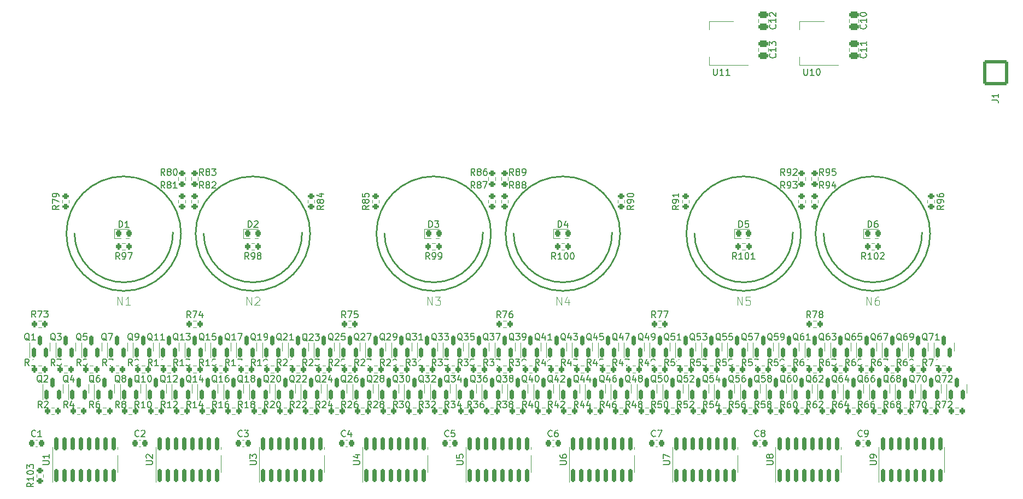
<source format=gbr>
%TF.GenerationSoftware,KiCad,Pcbnew,(6.0.6)*%
%TF.CreationDate,2022-10-28T22:11:27+02:00*%
%TF.ProjectId,nixieboi,6e697869-6562-46f6-992e-6b696361645f,rev?*%
%TF.SameCoordinates,Original*%
%TF.FileFunction,Legend,Top*%
%TF.FilePolarity,Positive*%
%FSLAX46Y46*%
G04 Gerber Fmt 4.6, Leading zero omitted, Abs format (unit mm)*
G04 Created by KiCad (PCBNEW (6.0.6)) date 2022-10-28 22:11:27*
%MOMM*%
%LPD*%
G01*
G04 APERTURE LIST*
G04 Aperture macros list*
%AMRoundRect*
0 Rectangle with rounded corners*
0 $1 Rounding radius*
0 $2 $3 $4 $5 $6 $7 $8 $9 X,Y pos of 4 corners*
0 Add a 4 corners polygon primitive as box body*
4,1,4,$2,$3,$4,$5,$6,$7,$8,$9,$2,$3,0*
0 Add four circle primitives for the rounded corners*
1,1,$1+$1,$2,$3*
1,1,$1+$1,$4,$5*
1,1,$1+$1,$6,$7*
1,1,$1+$1,$8,$9*
0 Add four rect primitives between the rounded corners*
20,1,$1+$1,$2,$3,$4,$5,0*
20,1,$1+$1,$4,$5,$6,$7,0*
20,1,$1+$1,$6,$7,$8,$9,0*
20,1,$1+$1,$8,$9,$2,$3,0*%
G04 Aperture macros list end*
%ADD10C,0.150000*%
%ADD11C,0.101600*%
%ADD12C,0.120000*%
%ADD13C,0.254000*%
%ADD14RoundRect,0.200000X-0.200000X-0.275000X0.200000X-0.275000X0.200000X0.275000X-0.200000X0.275000X0*%
%ADD15RoundRect,0.200000X-0.275000X0.200000X-0.275000X-0.200000X0.275000X-0.200000X0.275000X0.200000X0*%
%ADD16RoundRect,0.150000X0.150000X-0.587500X0.150000X0.587500X-0.150000X0.587500X-0.150000X-0.587500X0*%
%ADD17C,1.346200*%
%ADD18RoundRect,0.150000X0.150000X-0.825000X0.150000X0.825000X-0.150000X0.825000X-0.150000X-0.825000X0*%
%ADD19RoundRect,0.250000X0.475000X-0.250000X0.475000X0.250000X-0.475000X0.250000X-0.475000X-0.250000X0*%
%ADD20RoundRect,0.250002X-1.699998X1.699998X-1.699998X-1.699998X1.699998X-1.699998X1.699998X1.699998X0*%
%ADD21C,3.900000*%
%ADD22RoundRect,0.200000X0.275000X-0.200000X0.275000X0.200000X-0.275000X0.200000X-0.275000X-0.200000X0*%
%ADD23C,5.700000*%
%ADD24R,2.000000X1.500000*%
%ADD25R,2.000000X3.800000*%
%ADD26RoundRect,0.218750X-0.218750X-0.256250X0.218750X-0.256250X0.218750X0.256250X-0.218750X0.256250X0*%
%ADD27RoundRect,0.250000X-0.475000X0.250000X-0.475000X-0.250000X0.475000X-0.250000X0.475000X0.250000X0*%
%ADD28RoundRect,0.225000X0.225000X0.250000X-0.225000X0.250000X-0.225000X-0.250000X0.225000X-0.250000X0*%
%ADD29R,1.700000X1.700000*%
%ADD30O,1.700000X1.700000*%
%ADD31C,0.800000*%
G04 APERTURE END LIST*
D10*
%TO.C,R63*%
X127357142Y-56452380D02*
X127023809Y-55976190D01*
X126785714Y-56452380D02*
X126785714Y-55452380D01*
X127166666Y-55452380D01*
X127261904Y-55500000D01*
X127309523Y-55547619D01*
X127357142Y-55642857D01*
X127357142Y-55785714D01*
X127309523Y-55880952D01*
X127261904Y-55928571D01*
X127166666Y-55976190D01*
X126785714Y-55976190D01*
X128214285Y-55452380D02*
X128023809Y-55452380D01*
X127928571Y-55500000D01*
X127880952Y-55547619D01*
X127785714Y-55690476D01*
X127738095Y-55880952D01*
X127738095Y-56261904D01*
X127785714Y-56357142D01*
X127833333Y-56404761D01*
X127928571Y-56452380D01*
X128119047Y-56452380D01*
X128214285Y-56404761D01*
X128261904Y-56357142D01*
X128309523Y-56261904D01*
X128309523Y-56023809D01*
X128261904Y-55928571D01*
X128214285Y-55880952D01*
X128119047Y-55833333D01*
X127928571Y-55833333D01*
X127833333Y-55880952D01*
X127785714Y-55928571D01*
X127738095Y-56023809D01*
X128642857Y-55452380D02*
X129261904Y-55452380D01*
X128928571Y-55833333D01*
X129071428Y-55833333D01*
X129166666Y-55880952D01*
X129214285Y-55928571D01*
X129261904Y-56023809D01*
X129261904Y-56261904D01*
X129214285Y-56357142D01*
X129166666Y-56404761D01*
X129071428Y-56452380D01*
X128785714Y-56452380D01*
X128690476Y-56404761D01*
X128642857Y-56357142D01*
%TO.C,R96*%
X145952380Y-31642857D02*
X145476190Y-31976190D01*
X145952380Y-32214285D02*
X144952380Y-32214285D01*
X144952380Y-31833333D01*
X145000000Y-31738095D01*
X145047619Y-31690476D01*
X145142857Y-31642857D01*
X145285714Y-31642857D01*
X145380952Y-31690476D01*
X145428571Y-31738095D01*
X145476190Y-31833333D01*
X145476190Y-32214285D01*
X145952380Y-31166666D02*
X145952380Y-30976190D01*
X145904761Y-30880952D01*
X145857142Y-30833333D01*
X145714285Y-30738095D01*
X145523809Y-30690476D01*
X145142857Y-30690476D01*
X145047619Y-30738095D01*
X145000000Y-30785714D01*
X144952380Y-30880952D01*
X144952380Y-31071428D01*
X145000000Y-31166666D01*
X145047619Y-31214285D01*
X145142857Y-31261904D01*
X145380952Y-31261904D01*
X145476190Y-31214285D01*
X145523809Y-31166666D01*
X145571428Y-31071428D01*
X145571428Y-30880952D01*
X145523809Y-30785714D01*
X145476190Y-30738095D01*
X145380952Y-30690476D01*
X144952380Y-29833333D02*
X144952380Y-30023809D01*
X145000000Y-30119047D01*
X145047619Y-30166666D01*
X145190476Y-30261904D01*
X145380952Y-30309523D01*
X145761904Y-30309523D01*
X145857142Y-30261904D01*
X145904761Y-30214285D01*
X145952380Y-30119047D01*
X145952380Y-29928571D01*
X145904761Y-29833333D01*
X145857142Y-29785714D01*
X145761904Y-29738095D01*
X145523809Y-29738095D01*
X145428571Y-29785714D01*
X145380952Y-29833333D01*
X145333333Y-29928571D01*
X145333333Y-30119047D01*
X145380952Y-30214285D01*
X145428571Y-30261904D01*
X145523809Y-30309523D01*
%TO.C,Q9*%
X20404761Y-52547619D02*
X20309523Y-52500000D01*
X20214285Y-52404761D01*
X20071428Y-52261904D01*
X19976190Y-52214285D01*
X19880952Y-52214285D01*
X19928571Y-52452380D02*
X19833333Y-52404761D01*
X19738095Y-52309523D01*
X19690476Y-52119047D01*
X19690476Y-51785714D01*
X19738095Y-51595238D01*
X19833333Y-51500000D01*
X19928571Y-51452380D01*
X20119047Y-51452380D01*
X20214285Y-51500000D01*
X20309523Y-51595238D01*
X20357142Y-51785714D01*
X20357142Y-52119047D01*
X20309523Y-52309523D01*
X20214285Y-52404761D01*
X20119047Y-52452380D01*
X19928571Y-52452380D01*
X20833333Y-52452380D02*
X21023809Y-52452380D01*
X21119047Y-52404761D01*
X21166666Y-52357142D01*
X21261904Y-52214285D01*
X21309523Y-52023809D01*
X21309523Y-51642857D01*
X21261904Y-51547619D01*
X21214285Y-51500000D01*
X21119047Y-51452380D01*
X20928571Y-51452380D01*
X20833333Y-51500000D01*
X20785714Y-51547619D01*
X20738095Y-51642857D01*
X20738095Y-51880952D01*
X20785714Y-51976190D01*
X20833333Y-52023809D01*
X20928571Y-52071428D01*
X21119047Y-52071428D01*
X21214285Y-52023809D01*
X21261904Y-51976190D01*
X21309523Y-51880952D01*
%TO.C,R62*%
X125357142Y-62952380D02*
X125023809Y-62476190D01*
X124785714Y-62952380D02*
X124785714Y-61952380D01*
X125166666Y-61952380D01*
X125261904Y-62000000D01*
X125309523Y-62047619D01*
X125357142Y-62142857D01*
X125357142Y-62285714D01*
X125309523Y-62380952D01*
X125261904Y-62428571D01*
X125166666Y-62476190D01*
X124785714Y-62476190D01*
X126214285Y-61952380D02*
X126023809Y-61952380D01*
X125928571Y-62000000D01*
X125880952Y-62047619D01*
X125785714Y-62190476D01*
X125738095Y-62380952D01*
X125738095Y-62761904D01*
X125785714Y-62857142D01*
X125833333Y-62904761D01*
X125928571Y-62952380D01*
X126119047Y-62952380D01*
X126214285Y-62904761D01*
X126261904Y-62857142D01*
X126309523Y-62761904D01*
X126309523Y-62523809D01*
X126261904Y-62428571D01*
X126214285Y-62380952D01*
X126119047Y-62333333D01*
X125928571Y-62333333D01*
X125833333Y-62380952D01*
X125785714Y-62428571D01*
X125738095Y-62523809D01*
X126690476Y-62047619D02*
X126738095Y-62000000D01*
X126833333Y-61952380D01*
X127071428Y-61952380D01*
X127166666Y-62000000D01*
X127214285Y-62047619D01*
X127261904Y-62142857D01*
X127261904Y-62238095D01*
X127214285Y-62380952D01*
X126642857Y-62952380D01*
X127261904Y-62952380D01*
%TO.C,R37*%
X75357142Y-56452380D02*
X75023809Y-55976190D01*
X74785714Y-56452380D02*
X74785714Y-55452380D01*
X75166666Y-55452380D01*
X75261904Y-55500000D01*
X75309523Y-55547619D01*
X75357142Y-55642857D01*
X75357142Y-55785714D01*
X75309523Y-55880952D01*
X75261904Y-55928571D01*
X75166666Y-55976190D01*
X74785714Y-55976190D01*
X75690476Y-55452380D02*
X76309523Y-55452380D01*
X75976190Y-55833333D01*
X76119047Y-55833333D01*
X76214285Y-55880952D01*
X76261904Y-55928571D01*
X76309523Y-56023809D01*
X76309523Y-56261904D01*
X76261904Y-56357142D01*
X76214285Y-56404761D01*
X76119047Y-56452380D01*
X75833333Y-56452380D01*
X75738095Y-56404761D01*
X75690476Y-56357142D01*
X76642857Y-55452380D02*
X77309523Y-55452380D01*
X76880952Y-56452380D01*
D11*
%TO.C,N6*%
X134032380Y-47074523D02*
X134032380Y-45804523D01*
X134758095Y-47074523D01*
X134758095Y-45804523D01*
X135907142Y-45804523D02*
X135665238Y-45804523D01*
X135544285Y-45865000D01*
X135483809Y-45925476D01*
X135362857Y-46106904D01*
X135302380Y-46348809D01*
X135302380Y-46832619D01*
X135362857Y-46953571D01*
X135423333Y-47014047D01*
X135544285Y-47074523D01*
X135786190Y-47074523D01*
X135907142Y-47014047D01*
X135967619Y-46953571D01*
X136028095Y-46832619D01*
X136028095Y-46530238D01*
X135967619Y-46409285D01*
X135907142Y-46348809D01*
X135786190Y-46288333D01*
X135544285Y-46288333D01*
X135423333Y-46348809D01*
X135362857Y-46409285D01*
X135302380Y-46530238D01*
D10*
%TO.C,Q10*%
X21428571Y-59047619D02*
X21333333Y-59000000D01*
X21238095Y-58904761D01*
X21095238Y-58761904D01*
X21000000Y-58714285D01*
X20904761Y-58714285D01*
X20952380Y-58952380D02*
X20857142Y-58904761D01*
X20761904Y-58809523D01*
X20714285Y-58619047D01*
X20714285Y-58285714D01*
X20761904Y-58095238D01*
X20857142Y-58000000D01*
X20952380Y-57952380D01*
X21142857Y-57952380D01*
X21238095Y-58000000D01*
X21333333Y-58095238D01*
X21380952Y-58285714D01*
X21380952Y-58619047D01*
X21333333Y-58809523D01*
X21238095Y-58904761D01*
X21142857Y-58952380D01*
X20952380Y-58952380D01*
X22333333Y-58952380D02*
X21761904Y-58952380D01*
X22047619Y-58952380D02*
X22047619Y-57952380D01*
X21952380Y-58095238D01*
X21857142Y-58190476D01*
X21761904Y-58238095D01*
X22952380Y-57952380D02*
X23047619Y-57952380D01*
X23142857Y-58000000D01*
X23190476Y-58047619D01*
X23238095Y-58142857D01*
X23285714Y-58333333D01*
X23285714Y-58571428D01*
X23238095Y-58761904D01*
X23190476Y-58857142D01*
X23142857Y-58904761D01*
X23047619Y-58952380D01*
X22952380Y-58952380D01*
X22857142Y-58904761D01*
X22809523Y-58857142D01*
X22761904Y-58761904D01*
X22714285Y-58571428D01*
X22714285Y-58333333D01*
X22761904Y-58142857D01*
X22809523Y-58047619D01*
X22857142Y-58000000D01*
X22952380Y-57952380D01*
%TO.C,R24*%
X49357142Y-62952380D02*
X49023809Y-62476190D01*
X48785714Y-62952380D02*
X48785714Y-61952380D01*
X49166666Y-61952380D01*
X49261904Y-62000000D01*
X49309523Y-62047619D01*
X49357142Y-62142857D01*
X49357142Y-62285714D01*
X49309523Y-62380952D01*
X49261904Y-62428571D01*
X49166666Y-62476190D01*
X48785714Y-62476190D01*
X49738095Y-62047619D02*
X49785714Y-62000000D01*
X49880952Y-61952380D01*
X50119047Y-61952380D01*
X50214285Y-62000000D01*
X50261904Y-62047619D01*
X50309523Y-62142857D01*
X50309523Y-62238095D01*
X50261904Y-62380952D01*
X49690476Y-62952380D01*
X50309523Y-62952380D01*
X51166666Y-62285714D02*
X51166666Y-62952380D01*
X50928571Y-61904761D02*
X50690476Y-62619047D01*
X51309523Y-62619047D01*
%TO.C,Q24*%
X49428571Y-59047619D02*
X49333333Y-59000000D01*
X49238095Y-58904761D01*
X49095238Y-58761904D01*
X49000000Y-58714285D01*
X48904761Y-58714285D01*
X48952380Y-58952380D02*
X48857142Y-58904761D01*
X48761904Y-58809523D01*
X48714285Y-58619047D01*
X48714285Y-58285714D01*
X48761904Y-58095238D01*
X48857142Y-58000000D01*
X48952380Y-57952380D01*
X49142857Y-57952380D01*
X49238095Y-58000000D01*
X49333333Y-58095238D01*
X49380952Y-58285714D01*
X49380952Y-58619047D01*
X49333333Y-58809523D01*
X49238095Y-58904761D01*
X49142857Y-58952380D01*
X48952380Y-58952380D01*
X49761904Y-58047619D02*
X49809523Y-58000000D01*
X49904761Y-57952380D01*
X50142857Y-57952380D01*
X50238095Y-58000000D01*
X50285714Y-58047619D01*
X50333333Y-58142857D01*
X50333333Y-58238095D01*
X50285714Y-58380952D01*
X49714285Y-58952380D01*
X50333333Y-58952380D01*
X51190476Y-58285714D02*
X51190476Y-58952380D01*
X50952380Y-57904761D02*
X50714285Y-58619047D01*
X51333333Y-58619047D01*
%TO.C,Q38*%
X77428571Y-59047619D02*
X77333333Y-59000000D01*
X77238095Y-58904761D01*
X77095238Y-58761904D01*
X77000000Y-58714285D01*
X76904761Y-58714285D01*
X76952380Y-58952380D02*
X76857142Y-58904761D01*
X76761904Y-58809523D01*
X76714285Y-58619047D01*
X76714285Y-58285714D01*
X76761904Y-58095238D01*
X76857142Y-58000000D01*
X76952380Y-57952380D01*
X77142857Y-57952380D01*
X77238095Y-58000000D01*
X77333333Y-58095238D01*
X77380952Y-58285714D01*
X77380952Y-58619047D01*
X77333333Y-58809523D01*
X77238095Y-58904761D01*
X77142857Y-58952380D01*
X76952380Y-58952380D01*
X77714285Y-57952380D02*
X78333333Y-57952380D01*
X78000000Y-58333333D01*
X78142857Y-58333333D01*
X78238095Y-58380952D01*
X78285714Y-58428571D01*
X78333333Y-58523809D01*
X78333333Y-58761904D01*
X78285714Y-58857142D01*
X78238095Y-58904761D01*
X78142857Y-58952380D01*
X77857142Y-58952380D01*
X77761904Y-58904761D01*
X77714285Y-58857142D01*
X78904761Y-58380952D02*
X78809523Y-58333333D01*
X78761904Y-58285714D01*
X78714285Y-58190476D01*
X78714285Y-58142857D01*
X78761904Y-58047619D01*
X78809523Y-58000000D01*
X78904761Y-57952380D01*
X79095238Y-57952380D01*
X79190476Y-58000000D01*
X79238095Y-58047619D01*
X79285714Y-58142857D01*
X79285714Y-58190476D01*
X79238095Y-58285714D01*
X79190476Y-58333333D01*
X79095238Y-58380952D01*
X78904761Y-58380952D01*
X78809523Y-58428571D01*
X78761904Y-58476190D01*
X78714285Y-58571428D01*
X78714285Y-58761904D01*
X78761904Y-58857142D01*
X78809523Y-58904761D01*
X78904761Y-58952380D01*
X79095238Y-58952380D01*
X79190476Y-58904761D01*
X79238095Y-58857142D01*
X79285714Y-58761904D01*
X79285714Y-58571428D01*
X79238095Y-58476190D01*
X79190476Y-58428571D01*
X79095238Y-58380952D01*
%TO.C,U9*%
X134552380Y-71761904D02*
X135361904Y-71761904D01*
X135457142Y-71714285D01*
X135504761Y-71666666D01*
X135552380Y-71571428D01*
X135552380Y-71380952D01*
X135504761Y-71285714D01*
X135457142Y-71238095D01*
X135361904Y-71190476D01*
X134552380Y-71190476D01*
X135552380Y-70666666D02*
X135552380Y-70476190D01*
X135504761Y-70380952D01*
X135457142Y-70333333D01*
X135314285Y-70238095D01*
X135123809Y-70190476D01*
X134742857Y-70190476D01*
X134647619Y-70238095D01*
X134600000Y-70285714D01*
X134552380Y-70380952D01*
X134552380Y-70571428D01*
X134600000Y-70666666D01*
X134647619Y-70714285D01*
X134742857Y-70761904D01*
X134980952Y-70761904D01*
X135076190Y-70714285D01*
X135123809Y-70666666D01*
X135171428Y-70571428D01*
X135171428Y-70380952D01*
X135123809Y-70285714D01*
X135076190Y-70238095D01*
X134980952Y-70190476D01*
%TO.C,Q44*%
X89428571Y-59047619D02*
X89333333Y-59000000D01*
X89238095Y-58904761D01*
X89095238Y-58761904D01*
X89000000Y-58714285D01*
X88904761Y-58714285D01*
X88952380Y-58952380D02*
X88857142Y-58904761D01*
X88761904Y-58809523D01*
X88714285Y-58619047D01*
X88714285Y-58285714D01*
X88761904Y-58095238D01*
X88857142Y-58000000D01*
X88952380Y-57952380D01*
X89142857Y-57952380D01*
X89238095Y-58000000D01*
X89333333Y-58095238D01*
X89380952Y-58285714D01*
X89380952Y-58619047D01*
X89333333Y-58809523D01*
X89238095Y-58904761D01*
X89142857Y-58952380D01*
X88952380Y-58952380D01*
X90238095Y-58285714D02*
X90238095Y-58952380D01*
X90000000Y-57904761D02*
X89761904Y-58619047D01*
X90380952Y-58619047D01*
X91190476Y-58285714D02*
X91190476Y-58952380D01*
X90952380Y-57904761D02*
X90714285Y-58619047D01*
X91333333Y-58619047D01*
%TO.C,Q50*%
X101428571Y-59047619D02*
X101333333Y-59000000D01*
X101238095Y-58904761D01*
X101095238Y-58761904D01*
X101000000Y-58714285D01*
X100904761Y-58714285D01*
X100952380Y-58952380D02*
X100857142Y-58904761D01*
X100761904Y-58809523D01*
X100714285Y-58619047D01*
X100714285Y-58285714D01*
X100761904Y-58095238D01*
X100857142Y-58000000D01*
X100952380Y-57952380D01*
X101142857Y-57952380D01*
X101238095Y-58000000D01*
X101333333Y-58095238D01*
X101380952Y-58285714D01*
X101380952Y-58619047D01*
X101333333Y-58809523D01*
X101238095Y-58904761D01*
X101142857Y-58952380D01*
X100952380Y-58952380D01*
X102285714Y-57952380D02*
X101809523Y-57952380D01*
X101761904Y-58428571D01*
X101809523Y-58380952D01*
X101904761Y-58333333D01*
X102142857Y-58333333D01*
X102238095Y-58380952D01*
X102285714Y-58428571D01*
X102333333Y-58523809D01*
X102333333Y-58761904D01*
X102285714Y-58857142D01*
X102238095Y-58904761D01*
X102142857Y-58952380D01*
X101904761Y-58952380D01*
X101809523Y-58904761D01*
X101761904Y-58857142D01*
X102952380Y-57952380D02*
X103047619Y-57952380D01*
X103142857Y-58000000D01*
X103190476Y-58047619D01*
X103238095Y-58142857D01*
X103285714Y-58333333D01*
X103285714Y-58571428D01*
X103238095Y-58761904D01*
X103190476Y-58857142D01*
X103142857Y-58904761D01*
X103047619Y-58952380D01*
X102952380Y-58952380D01*
X102857142Y-58904761D01*
X102809523Y-58857142D01*
X102761904Y-58761904D01*
X102714285Y-58571428D01*
X102714285Y-58333333D01*
X102761904Y-58142857D01*
X102809523Y-58047619D01*
X102857142Y-58000000D01*
X102952380Y-57952380D01*
%TO.C,R26*%
X53357142Y-62952380D02*
X53023809Y-62476190D01*
X52785714Y-62952380D02*
X52785714Y-61952380D01*
X53166666Y-61952380D01*
X53261904Y-62000000D01*
X53309523Y-62047619D01*
X53357142Y-62142857D01*
X53357142Y-62285714D01*
X53309523Y-62380952D01*
X53261904Y-62428571D01*
X53166666Y-62476190D01*
X52785714Y-62476190D01*
X53738095Y-62047619D02*
X53785714Y-62000000D01*
X53880952Y-61952380D01*
X54119047Y-61952380D01*
X54214285Y-62000000D01*
X54261904Y-62047619D01*
X54309523Y-62142857D01*
X54309523Y-62238095D01*
X54261904Y-62380952D01*
X53690476Y-62952380D01*
X54309523Y-62952380D01*
X55166666Y-61952380D02*
X54976190Y-61952380D01*
X54880952Y-62000000D01*
X54833333Y-62047619D01*
X54738095Y-62190476D01*
X54690476Y-62380952D01*
X54690476Y-62761904D01*
X54738095Y-62857142D01*
X54785714Y-62904761D01*
X54880952Y-62952380D01*
X55071428Y-62952380D01*
X55166666Y-62904761D01*
X55214285Y-62857142D01*
X55261904Y-62761904D01*
X55261904Y-62523809D01*
X55214285Y-62428571D01*
X55166666Y-62380952D01*
X55071428Y-62333333D01*
X54880952Y-62333333D01*
X54785714Y-62380952D01*
X54738095Y-62428571D01*
X54690476Y-62523809D01*
%TO.C,R75*%
X53357142Y-49022380D02*
X53023809Y-48546190D01*
X52785714Y-49022380D02*
X52785714Y-48022380D01*
X53166666Y-48022380D01*
X53261904Y-48070000D01*
X53309523Y-48117619D01*
X53357142Y-48212857D01*
X53357142Y-48355714D01*
X53309523Y-48450952D01*
X53261904Y-48498571D01*
X53166666Y-48546190D01*
X52785714Y-48546190D01*
X53690476Y-48022380D02*
X54357142Y-48022380D01*
X53928571Y-49022380D01*
X55214285Y-48022380D02*
X54738095Y-48022380D01*
X54690476Y-48498571D01*
X54738095Y-48450952D01*
X54833333Y-48403333D01*
X55071428Y-48403333D01*
X55166666Y-48450952D01*
X55214285Y-48498571D01*
X55261904Y-48593809D01*
X55261904Y-48831904D01*
X55214285Y-48927142D01*
X55166666Y-48974761D01*
X55071428Y-49022380D01*
X54833333Y-49022380D01*
X54738095Y-48974761D01*
X54690476Y-48927142D01*
%TO.C,R68*%
X137357142Y-62952380D02*
X137023809Y-62476190D01*
X136785714Y-62952380D02*
X136785714Y-61952380D01*
X137166666Y-61952380D01*
X137261904Y-62000000D01*
X137309523Y-62047619D01*
X137357142Y-62142857D01*
X137357142Y-62285714D01*
X137309523Y-62380952D01*
X137261904Y-62428571D01*
X137166666Y-62476190D01*
X136785714Y-62476190D01*
X138214285Y-61952380D02*
X138023809Y-61952380D01*
X137928571Y-62000000D01*
X137880952Y-62047619D01*
X137785714Y-62190476D01*
X137738095Y-62380952D01*
X137738095Y-62761904D01*
X137785714Y-62857142D01*
X137833333Y-62904761D01*
X137928571Y-62952380D01*
X138119047Y-62952380D01*
X138214285Y-62904761D01*
X138261904Y-62857142D01*
X138309523Y-62761904D01*
X138309523Y-62523809D01*
X138261904Y-62428571D01*
X138214285Y-62380952D01*
X138119047Y-62333333D01*
X137928571Y-62333333D01*
X137833333Y-62380952D01*
X137785714Y-62428571D01*
X137738095Y-62523809D01*
X138880952Y-62380952D02*
X138785714Y-62333333D01*
X138738095Y-62285714D01*
X138690476Y-62190476D01*
X138690476Y-62142857D01*
X138738095Y-62047619D01*
X138785714Y-62000000D01*
X138880952Y-61952380D01*
X139071428Y-61952380D01*
X139166666Y-62000000D01*
X139214285Y-62047619D01*
X139261904Y-62142857D01*
X139261904Y-62190476D01*
X139214285Y-62285714D01*
X139166666Y-62333333D01*
X139071428Y-62380952D01*
X138880952Y-62380952D01*
X138785714Y-62428571D01*
X138738095Y-62476190D01*
X138690476Y-62571428D01*
X138690476Y-62761904D01*
X138738095Y-62857142D01*
X138785714Y-62904761D01*
X138880952Y-62952380D01*
X139071428Y-62952380D01*
X139166666Y-62904761D01*
X139214285Y-62857142D01*
X139261904Y-62761904D01*
X139261904Y-62571428D01*
X139214285Y-62476190D01*
X139166666Y-62428571D01*
X139071428Y-62380952D01*
%TO.C,R47*%
X95357142Y-56452380D02*
X95023809Y-55976190D01*
X94785714Y-56452380D02*
X94785714Y-55452380D01*
X95166666Y-55452380D01*
X95261904Y-55500000D01*
X95309523Y-55547619D01*
X95357142Y-55642857D01*
X95357142Y-55785714D01*
X95309523Y-55880952D01*
X95261904Y-55928571D01*
X95166666Y-55976190D01*
X94785714Y-55976190D01*
X96214285Y-55785714D02*
X96214285Y-56452380D01*
X95976190Y-55404761D02*
X95738095Y-56119047D01*
X96357142Y-56119047D01*
X96642857Y-55452380D02*
X97309523Y-55452380D01*
X96880952Y-56452380D01*
%TO.C,C10*%
X133907142Y-3642857D02*
X133954761Y-3690476D01*
X134002380Y-3833333D01*
X134002380Y-3928571D01*
X133954761Y-4071428D01*
X133859523Y-4166666D01*
X133764285Y-4214285D01*
X133573809Y-4261904D01*
X133430952Y-4261904D01*
X133240476Y-4214285D01*
X133145238Y-4166666D01*
X133050000Y-4071428D01*
X133002380Y-3928571D01*
X133002380Y-3833333D01*
X133050000Y-3690476D01*
X133097619Y-3642857D01*
X134002380Y-2690476D02*
X134002380Y-3261904D01*
X134002380Y-2976190D02*
X133002380Y-2976190D01*
X133145238Y-3071428D01*
X133240476Y-3166666D01*
X133288095Y-3261904D01*
X133002380Y-2071428D02*
X133002380Y-1976190D01*
X133050000Y-1880952D01*
X133097619Y-1833333D01*
X133192857Y-1785714D01*
X133383333Y-1738095D01*
X133621428Y-1738095D01*
X133811904Y-1785714D01*
X133907142Y-1833333D01*
X133954761Y-1880952D01*
X134002380Y-1976190D01*
X134002380Y-2071428D01*
X133954761Y-2166666D01*
X133907142Y-2214285D01*
X133811904Y-2261904D01*
X133621428Y-2309523D01*
X133383333Y-2309523D01*
X133192857Y-2261904D01*
X133097619Y-2214285D01*
X133050000Y-2166666D01*
X133002380Y-2071428D01*
%TO.C,U3*%
X38552380Y-71761904D02*
X39361904Y-71761904D01*
X39457142Y-71714285D01*
X39504761Y-71666666D01*
X39552380Y-71571428D01*
X39552380Y-71380952D01*
X39504761Y-71285714D01*
X39457142Y-71238095D01*
X39361904Y-71190476D01*
X38552380Y-71190476D01*
X38552380Y-70809523D02*
X38552380Y-70190476D01*
X38933333Y-70523809D01*
X38933333Y-70380952D01*
X38980952Y-70285714D01*
X39028571Y-70238095D01*
X39123809Y-70190476D01*
X39361904Y-70190476D01*
X39457142Y-70238095D01*
X39504761Y-70285714D01*
X39552380Y-70380952D01*
X39552380Y-70666666D01*
X39504761Y-70761904D01*
X39457142Y-70809523D01*
%TO.C,Q1*%
X4404761Y-52547619D02*
X4309523Y-52500000D01*
X4214285Y-52404761D01*
X4071428Y-52261904D01*
X3976190Y-52214285D01*
X3880952Y-52214285D01*
X3928571Y-52452380D02*
X3833333Y-52404761D01*
X3738095Y-52309523D01*
X3690476Y-52119047D01*
X3690476Y-51785714D01*
X3738095Y-51595238D01*
X3833333Y-51500000D01*
X3928571Y-51452380D01*
X4119047Y-51452380D01*
X4214285Y-51500000D01*
X4309523Y-51595238D01*
X4357142Y-51785714D01*
X4357142Y-52119047D01*
X4309523Y-52309523D01*
X4214285Y-52404761D01*
X4119047Y-52452380D01*
X3928571Y-52452380D01*
X5309523Y-52452380D02*
X4738095Y-52452380D01*
X5023809Y-52452380D02*
X5023809Y-51452380D01*
X4928571Y-51595238D01*
X4833333Y-51690476D01*
X4738095Y-51738095D01*
%TO.C,Q27*%
X55428571Y-52547619D02*
X55333333Y-52500000D01*
X55238095Y-52404761D01*
X55095238Y-52261904D01*
X55000000Y-52214285D01*
X54904761Y-52214285D01*
X54952380Y-52452380D02*
X54857142Y-52404761D01*
X54761904Y-52309523D01*
X54714285Y-52119047D01*
X54714285Y-51785714D01*
X54761904Y-51595238D01*
X54857142Y-51500000D01*
X54952380Y-51452380D01*
X55142857Y-51452380D01*
X55238095Y-51500000D01*
X55333333Y-51595238D01*
X55380952Y-51785714D01*
X55380952Y-52119047D01*
X55333333Y-52309523D01*
X55238095Y-52404761D01*
X55142857Y-52452380D01*
X54952380Y-52452380D01*
X55761904Y-51547619D02*
X55809523Y-51500000D01*
X55904761Y-51452380D01*
X56142857Y-51452380D01*
X56238095Y-51500000D01*
X56285714Y-51547619D01*
X56333333Y-51642857D01*
X56333333Y-51738095D01*
X56285714Y-51880952D01*
X55714285Y-52452380D01*
X56333333Y-52452380D01*
X56666666Y-51452380D02*
X57333333Y-51452380D01*
X56904761Y-52452380D01*
%TO.C,Q37*%
X75428571Y-52547619D02*
X75333333Y-52500000D01*
X75238095Y-52404761D01*
X75095238Y-52261904D01*
X75000000Y-52214285D01*
X74904761Y-52214285D01*
X74952380Y-52452380D02*
X74857142Y-52404761D01*
X74761904Y-52309523D01*
X74714285Y-52119047D01*
X74714285Y-51785714D01*
X74761904Y-51595238D01*
X74857142Y-51500000D01*
X74952380Y-51452380D01*
X75142857Y-51452380D01*
X75238095Y-51500000D01*
X75333333Y-51595238D01*
X75380952Y-51785714D01*
X75380952Y-52119047D01*
X75333333Y-52309523D01*
X75238095Y-52404761D01*
X75142857Y-52452380D01*
X74952380Y-52452380D01*
X75714285Y-51452380D02*
X76333333Y-51452380D01*
X76000000Y-51833333D01*
X76142857Y-51833333D01*
X76238095Y-51880952D01*
X76285714Y-51928571D01*
X76333333Y-52023809D01*
X76333333Y-52261904D01*
X76285714Y-52357142D01*
X76238095Y-52404761D01*
X76142857Y-52452380D01*
X75857142Y-52452380D01*
X75761904Y-52404761D01*
X75714285Y-52357142D01*
X76666666Y-51452380D02*
X77333333Y-51452380D01*
X76904761Y-52452380D01*
%TO.C,Q56*%
X113428571Y-59047619D02*
X113333333Y-59000000D01*
X113238095Y-58904761D01*
X113095238Y-58761904D01*
X113000000Y-58714285D01*
X112904761Y-58714285D01*
X112952380Y-58952380D02*
X112857142Y-58904761D01*
X112761904Y-58809523D01*
X112714285Y-58619047D01*
X112714285Y-58285714D01*
X112761904Y-58095238D01*
X112857142Y-58000000D01*
X112952380Y-57952380D01*
X113142857Y-57952380D01*
X113238095Y-58000000D01*
X113333333Y-58095238D01*
X113380952Y-58285714D01*
X113380952Y-58619047D01*
X113333333Y-58809523D01*
X113238095Y-58904761D01*
X113142857Y-58952380D01*
X112952380Y-58952380D01*
X114285714Y-57952380D02*
X113809523Y-57952380D01*
X113761904Y-58428571D01*
X113809523Y-58380952D01*
X113904761Y-58333333D01*
X114142857Y-58333333D01*
X114238095Y-58380952D01*
X114285714Y-58428571D01*
X114333333Y-58523809D01*
X114333333Y-58761904D01*
X114285714Y-58857142D01*
X114238095Y-58904761D01*
X114142857Y-58952380D01*
X113904761Y-58952380D01*
X113809523Y-58904761D01*
X113761904Y-58857142D01*
X115190476Y-57952380D02*
X115000000Y-57952380D01*
X114904761Y-58000000D01*
X114857142Y-58047619D01*
X114761904Y-58190476D01*
X114714285Y-58380952D01*
X114714285Y-58761904D01*
X114761904Y-58857142D01*
X114809523Y-58904761D01*
X114904761Y-58952380D01*
X115095238Y-58952380D01*
X115190476Y-58904761D01*
X115238095Y-58857142D01*
X115285714Y-58761904D01*
X115285714Y-58523809D01*
X115238095Y-58428571D01*
X115190476Y-58380952D01*
X115095238Y-58333333D01*
X114904761Y-58333333D01*
X114809523Y-58380952D01*
X114761904Y-58428571D01*
X114714285Y-58523809D01*
%TO.C,R5*%
X12333333Y-56452380D02*
X12000000Y-55976190D01*
X11761904Y-56452380D02*
X11761904Y-55452380D01*
X12142857Y-55452380D01*
X12238095Y-55500000D01*
X12285714Y-55547619D01*
X12333333Y-55642857D01*
X12333333Y-55785714D01*
X12285714Y-55880952D01*
X12238095Y-55928571D01*
X12142857Y-55976190D01*
X11761904Y-55976190D01*
X13238095Y-55452380D02*
X12761904Y-55452380D01*
X12714285Y-55928571D01*
X12761904Y-55880952D01*
X12857142Y-55833333D01*
X13095238Y-55833333D01*
X13190476Y-55880952D01*
X13238095Y-55928571D01*
X13285714Y-56023809D01*
X13285714Y-56261904D01*
X13238095Y-56357142D01*
X13190476Y-56404761D01*
X13095238Y-56452380D01*
X12857142Y-56452380D01*
X12761904Y-56404761D01*
X12714285Y-56357142D01*
%TO.C,R45*%
X91357142Y-56452380D02*
X91023809Y-55976190D01*
X90785714Y-56452380D02*
X90785714Y-55452380D01*
X91166666Y-55452380D01*
X91261904Y-55500000D01*
X91309523Y-55547619D01*
X91357142Y-55642857D01*
X91357142Y-55785714D01*
X91309523Y-55880952D01*
X91261904Y-55928571D01*
X91166666Y-55976190D01*
X90785714Y-55976190D01*
X92214285Y-55785714D02*
X92214285Y-56452380D01*
X91976190Y-55404761D02*
X91738095Y-56119047D01*
X92357142Y-56119047D01*
X93214285Y-55452380D02*
X92738095Y-55452380D01*
X92690476Y-55928571D01*
X92738095Y-55880952D01*
X92833333Y-55833333D01*
X93071428Y-55833333D01*
X93166666Y-55880952D01*
X93214285Y-55928571D01*
X93261904Y-56023809D01*
X93261904Y-56261904D01*
X93214285Y-56357142D01*
X93166666Y-56404761D01*
X93071428Y-56452380D01*
X92833333Y-56452380D01*
X92738095Y-56404761D01*
X92690476Y-56357142D01*
%TO.C,Q65*%
X131428571Y-52547619D02*
X131333333Y-52500000D01*
X131238095Y-52404761D01*
X131095238Y-52261904D01*
X131000000Y-52214285D01*
X130904761Y-52214285D01*
X130952380Y-52452380D02*
X130857142Y-52404761D01*
X130761904Y-52309523D01*
X130714285Y-52119047D01*
X130714285Y-51785714D01*
X130761904Y-51595238D01*
X130857142Y-51500000D01*
X130952380Y-51452380D01*
X131142857Y-51452380D01*
X131238095Y-51500000D01*
X131333333Y-51595238D01*
X131380952Y-51785714D01*
X131380952Y-52119047D01*
X131333333Y-52309523D01*
X131238095Y-52404761D01*
X131142857Y-52452380D01*
X130952380Y-52452380D01*
X132238095Y-51452380D02*
X132047619Y-51452380D01*
X131952380Y-51500000D01*
X131904761Y-51547619D01*
X131809523Y-51690476D01*
X131761904Y-51880952D01*
X131761904Y-52261904D01*
X131809523Y-52357142D01*
X131857142Y-52404761D01*
X131952380Y-52452380D01*
X132142857Y-52452380D01*
X132238095Y-52404761D01*
X132285714Y-52357142D01*
X132333333Y-52261904D01*
X132333333Y-52023809D01*
X132285714Y-51928571D01*
X132238095Y-51880952D01*
X132142857Y-51833333D01*
X131952380Y-51833333D01*
X131857142Y-51880952D01*
X131809523Y-51928571D01*
X131761904Y-52023809D01*
X133238095Y-51452380D02*
X132761904Y-51452380D01*
X132714285Y-51928571D01*
X132761904Y-51880952D01*
X132857142Y-51833333D01*
X133095238Y-51833333D01*
X133190476Y-51880952D01*
X133238095Y-51928571D01*
X133285714Y-52023809D01*
X133285714Y-52261904D01*
X133238095Y-52357142D01*
X133190476Y-52404761D01*
X133095238Y-52452380D01*
X132857142Y-52452380D01*
X132761904Y-52404761D01*
X132714285Y-52357142D01*
%TO.C,J1*%
X153452380Y-15333333D02*
X154166666Y-15333333D01*
X154309523Y-15380952D01*
X154404761Y-15476190D01*
X154452380Y-15619047D01*
X154452380Y-15714285D01*
X154452380Y-14333333D02*
X154452380Y-14904761D01*
X154452380Y-14619047D02*
X153452380Y-14619047D01*
X153595238Y-14714285D01*
X153690476Y-14809523D01*
X153738095Y-14904761D01*
%TO.C,R80*%
X25357142Y-26952380D02*
X25023809Y-26476190D01*
X24785714Y-26952380D02*
X24785714Y-25952380D01*
X25166666Y-25952380D01*
X25261904Y-26000000D01*
X25309523Y-26047619D01*
X25357142Y-26142857D01*
X25357142Y-26285714D01*
X25309523Y-26380952D01*
X25261904Y-26428571D01*
X25166666Y-26476190D01*
X24785714Y-26476190D01*
X25928571Y-26380952D02*
X25833333Y-26333333D01*
X25785714Y-26285714D01*
X25738095Y-26190476D01*
X25738095Y-26142857D01*
X25785714Y-26047619D01*
X25833333Y-26000000D01*
X25928571Y-25952380D01*
X26119047Y-25952380D01*
X26214285Y-26000000D01*
X26261904Y-26047619D01*
X26309523Y-26142857D01*
X26309523Y-26190476D01*
X26261904Y-26285714D01*
X26214285Y-26333333D01*
X26119047Y-26380952D01*
X25928571Y-26380952D01*
X25833333Y-26428571D01*
X25785714Y-26476190D01*
X25738095Y-26571428D01*
X25738095Y-26761904D01*
X25785714Y-26857142D01*
X25833333Y-26904761D01*
X25928571Y-26952380D01*
X26119047Y-26952380D01*
X26214285Y-26904761D01*
X26261904Y-26857142D01*
X26309523Y-26761904D01*
X26309523Y-26571428D01*
X26261904Y-26476190D01*
X26214285Y-26428571D01*
X26119047Y-26380952D01*
X26928571Y-25952380D02*
X27023809Y-25952380D01*
X27119047Y-26000000D01*
X27166666Y-26047619D01*
X27214285Y-26142857D01*
X27261904Y-26333333D01*
X27261904Y-26571428D01*
X27214285Y-26761904D01*
X27166666Y-26857142D01*
X27119047Y-26904761D01*
X27023809Y-26952380D01*
X26928571Y-26952380D01*
X26833333Y-26904761D01*
X26785714Y-26857142D01*
X26738095Y-26761904D01*
X26690476Y-26571428D01*
X26690476Y-26333333D01*
X26738095Y-26142857D01*
X26785714Y-26047619D01*
X26833333Y-26000000D01*
X26928571Y-25952380D01*
%TO.C,C12*%
X119907142Y-3642857D02*
X119954761Y-3690476D01*
X120002380Y-3833333D01*
X120002380Y-3928571D01*
X119954761Y-4071428D01*
X119859523Y-4166666D01*
X119764285Y-4214285D01*
X119573809Y-4261904D01*
X119430952Y-4261904D01*
X119240476Y-4214285D01*
X119145238Y-4166666D01*
X119050000Y-4071428D01*
X119002380Y-3928571D01*
X119002380Y-3833333D01*
X119050000Y-3690476D01*
X119097619Y-3642857D01*
X120002380Y-2690476D02*
X120002380Y-3261904D01*
X120002380Y-2976190D02*
X119002380Y-2976190D01*
X119145238Y-3071428D01*
X119240476Y-3166666D01*
X119288095Y-3261904D01*
X119097619Y-2309523D02*
X119050000Y-2261904D01*
X119002380Y-2166666D01*
X119002380Y-1928571D01*
X119050000Y-1833333D01*
X119097619Y-1785714D01*
X119192857Y-1738095D01*
X119288095Y-1738095D01*
X119430952Y-1785714D01*
X120002380Y-2357142D01*
X120002380Y-1738095D01*
%TO.C,Q42*%
X85428571Y-59047619D02*
X85333333Y-59000000D01*
X85238095Y-58904761D01*
X85095238Y-58761904D01*
X85000000Y-58714285D01*
X84904761Y-58714285D01*
X84952380Y-58952380D02*
X84857142Y-58904761D01*
X84761904Y-58809523D01*
X84714285Y-58619047D01*
X84714285Y-58285714D01*
X84761904Y-58095238D01*
X84857142Y-58000000D01*
X84952380Y-57952380D01*
X85142857Y-57952380D01*
X85238095Y-58000000D01*
X85333333Y-58095238D01*
X85380952Y-58285714D01*
X85380952Y-58619047D01*
X85333333Y-58809523D01*
X85238095Y-58904761D01*
X85142857Y-58952380D01*
X84952380Y-58952380D01*
X86238095Y-58285714D02*
X86238095Y-58952380D01*
X86000000Y-57904761D02*
X85761904Y-58619047D01*
X86380952Y-58619047D01*
X86714285Y-58047619D02*
X86761904Y-58000000D01*
X86857142Y-57952380D01*
X87095238Y-57952380D01*
X87190476Y-58000000D01*
X87238095Y-58047619D01*
X87285714Y-58142857D01*
X87285714Y-58238095D01*
X87238095Y-58380952D01*
X86666666Y-58952380D01*
X87285714Y-58952380D01*
%TO.C,U10*%
X124311904Y-10452380D02*
X124311904Y-11261904D01*
X124359523Y-11357142D01*
X124407142Y-11404761D01*
X124502380Y-11452380D01*
X124692857Y-11452380D01*
X124788095Y-11404761D01*
X124835714Y-11357142D01*
X124883333Y-11261904D01*
X124883333Y-10452380D01*
X125883333Y-11452380D02*
X125311904Y-11452380D01*
X125597619Y-11452380D02*
X125597619Y-10452380D01*
X125502380Y-10595238D01*
X125407142Y-10690476D01*
X125311904Y-10738095D01*
X126502380Y-10452380D02*
X126597619Y-10452380D01*
X126692857Y-10500000D01*
X126740476Y-10547619D01*
X126788095Y-10642857D01*
X126835714Y-10833333D01*
X126835714Y-11071428D01*
X126788095Y-11261904D01*
X126740476Y-11357142D01*
X126692857Y-11404761D01*
X126597619Y-11452380D01*
X126502380Y-11452380D01*
X126407142Y-11404761D01*
X126359523Y-11357142D01*
X126311904Y-11261904D01*
X126264285Y-11071428D01*
X126264285Y-10833333D01*
X126311904Y-10642857D01*
X126359523Y-10547619D01*
X126407142Y-10500000D01*
X126502380Y-10452380D01*
%TO.C,Q32*%
X65428571Y-59047619D02*
X65333333Y-59000000D01*
X65238095Y-58904761D01*
X65095238Y-58761904D01*
X65000000Y-58714285D01*
X64904761Y-58714285D01*
X64952380Y-58952380D02*
X64857142Y-58904761D01*
X64761904Y-58809523D01*
X64714285Y-58619047D01*
X64714285Y-58285714D01*
X64761904Y-58095238D01*
X64857142Y-58000000D01*
X64952380Y-57952380D01*
X65142857Y-57952380D01*
X65238095Y-58000000D01*
X65333333Y-58095238D01*
X65380952Y-58285714D01*
X65380952Y-58619047D01*
X65333333Y-58809523D01*
X65238095Y-58904761D01*
X65142857Y-58952380D01*
X64952380Y-58952380D01*
X65714285Y-57952380D02*
X66333333Y-57952380D01*
X66000000Y-58333333D01*
X66142857Y-58333333D01*
X66238095Y-58380952D01*
X66285714Y-58428571D01*
X66333333Y-58523809D01*
X66333333Y-58761904D01*
X66285714Y-58857142D01*
X66238095Y-58904761D01*
X66142857Y-58952380D01*
X65857142Y-58952380D01*
X65761904Y-58904761D01*
X65714285Y-58857142D01*
X66714285Y-58047619D02*
X66761904Y-58000000D01*
X66857142Y-57952380D01*
X67095238Y-57952380D01*
X67190476Y-58000000D01*
X67238095Y-58047619D01*
X67285714Y-58142857D01*
X67285714Y-58238095D01*
X67238095Y-58380952D01*
X66666666Y-58952380D01*
X67285714Y-58952380D01*
%TO.C,Q48*%
X97428571Y-59047619D02*
X97333333Y-59000000D01*
X97238095Y-58904761D01*
X97095238Y-58761904D01*
X97000000Y-58714285D01*
X96904761Y-58714285D01*
X96952380Y-58952380D02*
X96857142Y-58904761D01*
X96761904Y-58809523D01*
X96714285Y-58619047D01*
X96714285Y-58285714D01*
X96761904Y-58095238D01*
X96857142Y-58000000D01*
X96952380Y-57952380D01*
X97142857Y-57952380D01*
X97238095Y-58000000D01*
X97333333Y-58095238D01*
X97380952Y-58285714D01*
X97380952Y-58619047D01*
X97333333Y-58809523D01*
X97238095Y-58904761D01*
X97142857Y-58952380D01*
X96952380Y-58952380D01*
X98238095Y-58285714D02*
X98238095Y-58952380D01*
X98000000Y-57904761D02*
X97761904Y-58619047D01*
X98380952Y-58619047D01*
X98904761Y-58380952D02*
X98809523Y-58333333D01*
X98761904Y-58285714D01*
X98714285Y-58190476D01*
X98714285Y-58142857D01*
X98761904Y-58047619D01*
X98809523Y-58000000D01*
X98904761Y-57952380D01*
X99095238Y-57952380D01*
X99190476Y-58000000D01*
X99238095Y-58047619D01*
X99285714Y-58142857D01*
X99285714Y-58190476D01*
X99238095Y-58285714D01*
X99190476Y-58333333D01*
X99095238Y-58380952D01*
X98904761Y-58380952D01*
X98809523Y-58428571D01*
X98761904Y-58476190D01*
X98714285Y-58571428D01*
X98714285Y-58761904D01*
X98761904Y-58857142D01*
X98809523Y-58904761D01*
X98904761Y-58952380D01*
X99095238Y-58952380D01*
X99190476Y-58904761D01*
X99238095Y-58857142D01*
X99285714Y-58761904D01*
X99285714Y-58571428D01*
X99238095Y-58476190D01*
X99190476Y-58428571D01*
X99095238Y-58380952D01*
%TO.C,Q22*%
X45428571Y-59047619D02*
X45333333Y-59000000D01*
X45238095Y-58904761D01*
X45095238Y-58761904D01*
X45000000Y-58714285D01*
X44904761Y-58714285D01*
X44952380Y-58952380D02*
X44857142Y-58904761D01*
X44761904Y-58809523D01*
X44714285Y-58619047D01*
X44714285Y-58285714D01*
X44761904Y-58095238D01*
X44857142Y-58000000D01*
X44952380Y-57952380D01*
X45142857Y-57952380D01*
X45238095Y-58000000D01*
X45333333Y-58095238D01*
X45380952Y-58285714D01*
X45380952Y-58619047D01*
X45333333Y-58809523D01*
X45238095Y-58904761D01*
X45142857Y-58952380D01*
X44952380Y-58952380D01*
X45761904Y-58047619D02*
X45809523Y-58000000D01*
X45904761Y-57952380D01*
X46142857Y-57952380D01*
X46238095Y-58000000D01*
X46285714Y-58047619D01*
X46333333Y-58142857D01*
X46333333Y-58238095D01*
X46285714Y-58380952D01*
X45714285Y-58952380D01*
X46333333Y-58952380D01*
X46714285Y-58047619D02*
X46761904Y-58000000D01*
X46857142Y-57952380D01*
X47095238Y-57952380D01*
X47190476Y-58000000D01*
X47238095Y-58047619D01*
X47285714Y-58142857D01*
X47285714Y-58238095D01*
X47238095Y-58380952D01*
X46666666Y-58952380D01*
X47285714Y-58952380D01*
%TO.C,U11*%
X110311904Y-10452380D02*
X110311904Y-11261904D01*
X110359523Y-11357142D01*
X110407142Y-11404761D01*
X110502380Y-11452380D01*
X110692857Y-11452380D01*
X110788095Y-11404761D01*
X110835714Y-11357142D01*
X110883333Y-11261904D01*
X110883333Y-10452380D01*
X111883333Y-11452380D02*
X111311904Y-11452380D01*
X111597619Y-11452380D02*
X111597619Y-10452380D01*
X111502380Y-10595238D01*
X111407142Y-10690476D01*
X111311904Y-10738095D01*
X112835714Y-11452380D02*
X112264285Y-11452380D01*
X112550000Y-11452380D02*
X112550000Y-10452380D01*
X112454761Y-10595238D01*
X112359523Y-10690476D01*
X112264285Y-10738095D01*
%TO.C,Q23*%
X47428571Y-52610119D02*
X47333333Y-52562500D01*
X47238095Y-52467261D01*
X47095238Y-52324404D01*
X47000000Y-52276785D01*
X46904761Y-52276785D01*
X46952380Y-52514880D02*
X46857142Y-52467261D01*
X46761904Y-52372023D01*
X46714285Y-52181547D01*
X46714285Y-51848214D01*
X46761904Y-51657738D01*
X46857142Y-51562500D01*
X46952380Y-51514880D01*
X47142857Y-51514880D01*
X47238095Y-51562500D01*
X47333333Y-51657738D01*
X47380952Y-51848214D01*
X47380952Y-52181547D01*
X47333333Y-52372023D01*
X47238095Y-52467261D01*
X47142857Y-52514880D01*
X46952380Y-52514880D01*
X47761904Y-51610119D02*
X47809523Y-51562500D01*
X47904761Y-51514880D01*
X48142857Y-51514880D01*
X48238095Y-51562500D01*
X48285714Y-51610119D01*
X48333333Y-51705357D01*
X48333333Y-51800595D01*
X48285714Y-51943452D01*
X47714285Y-52514880D01*
X48333333Y-52514880D01*
X48666666Y-51514880D02*
X49285714Y-51514880D01*
X48952380Y-51895833D01*
X49095238Y-51895833D01*
X49190476Y-51943452D01*
X49238095Y-51991071D01*
X49285714Y-52086309D01*
X49285714Y-52324404D01*
X49238095Y-52419642D01*
X49190476Y-52467261D01*
X49095238Y-52514880D01*
X48809523Y-52514880D01*
X48714285Y-52467261D01*
X48666666Y-52419642D01*
%TO.C,D4*%
X86261904Y-35022380D02*
X86261904Y-34022380D01*
X86500000Y-34022380D01*
X86642857Y-34070000D01*
X86738095Y-34165238D01*
X86785714Y-34260476D01*
X86833333Y-34450952D01*
X86833333Y-34593809D01*
X86785714Y-34784285D01*
X86738095Y-34879523D01*
X86642857Y-34974761D01*
X86500000Y-35022380D01*
X86261904Y-35022380D01*
X87690476Y-34355714D02*
X87690476Y-35022380D01*
X87452380Y-33974761D02*
X87214285Y-34689047D01*
X87833333Y-34689047D01*
%TO.C,R22*%
X45357142Y-62952380D02*
X45023809Y-62476190D01*
X44785714Y-62952380D02*
X44785714Y-61952380D01*
X45166666Y-61952380D01*
X45261904Y-62000000D01*
X45309523Y-62047619D01*
X45357142Y-62142857D01*
X45357142Y-62285714D01*
X45309523Y-62380952D01*
X45261904Y-62428571D01*
X45166666Y-62476190D01*
X44785714Y-62476190D01*
X45738095Y-62047619D02*
X45785714Y-62000000D01*
X45880952Y-61952380D01*
X46119047Y-61952380D01*
X46214285Y-62000000D01*
X46261904Y-62047619D01*
X46309523Y-62142857D01*
X46309523Y-62238095D01*
X46261904Y-62380952D01*
X45690476Y-62952380D01*
X46309523Y-62952380D01*
X46690476Y-62047619D02*
X46738095Y-62000000D01*
X46833333Y-61952380D01*
X47071428Y-61952380D01*
X47166666Y-62000000D01*
X47214285Y-62047619D01*
X47261904Y-62142857D01*
X47261904Y-62238095D01*
X47214285Y-62380952D01*
X46642857Y-62952380D01*
X47261904Y-62952380D01*
%TO.C,R103*%
X5022380Y-74619047D02*
X4546190Y-74952380D01*
X5022380Y-75190476D02*
X4022380Y-75190476D01*
X4022380Y-74809523D01*
X4070000Y-74714285D01*
X4117619Y-74666666D01*
X4212857Y-74619047D01*
X4355714Y-74619047D01*
X4450952Y-74666666D01*
X4498571Y-74714285D01*
X4546190Y-74809523D01*
X4546190Y-75190476D01*
X5022380Y-73666666D02*
X5022380Y-74238095D01*
X5022380Y-73952380D02*
X4022380Y-73952380D01*
X4165238Y-74047619D01*
X4260476Y-74142857D01*
X4308095Y-74238095D01*
X4022380Y-73047619D02*
X4022380Y-72952380D01*
X4070000Y-72857142D01*
X4117619Y-72809523D01*
X4212857Y-72761904D01*
X4403333Y-72714285D01*
X4641428Y-72714285D01*
X4831904Y-72761904D01*
X4927142Y-72809523D01*
X4974761Y-72857142D01*
X5022380Y-72952380D01*
X5022380Y-73047619D01*
X4974761Y-73142857D01*
X4927142Y-73190476D01*
X4831904Y-73238095D01*
X4641428Y-73285714D01*
X4403333Y-73285714D01*
X4212857Y-73238095D01*
X4117619Y-73190476D01*
X4070000Y-73142857D01*
X4022380Y-73047619D01*
X4022380Y-72380952D02*
X4022380Y-71761904D01*
X4403333Y-72095238D01*
X4403333Y-71952380D01*
X4450952Y-71857142D01*
X4498571Y-71809523D01*
X4593809Y-71761904D01*
X4831904Y-71761904D01*
X4927142Y-71809523D01*
X4974761Y-71857142D01*
X5022380Y-71952380D01*
X5022380Y-72238095D01*
X4974761Y-72333333D01*
X4927142Y-72380952D01*
%TO.C,R1*%
X4333333Y-56452380D02*
X4000000Y-55976190D01*
X3761904Y-56452380D02*
X3761904Y-55452380D01*
X4142857Y-55452380D01*
X4238095Y-55500000D01*
X4285714Y-55547619D01*
X4333333Y-55642857D01*
X4333333Y-55785714D01*
X4285714Y-55880952D01*
X4238095Y-55928571D01*
X4142857Y-55976190D01*
X3761904Y-55976190D01*
X5285714Y-56452380D02*
X4714285Y-56452380D01*
X5000000Y-56452380D02*
X5000000Y-55452380D01*
X4904761Y-55595238D01*
X4809523Y-55690476D01*
X4714285Y-55738095D01*
%TO.C,R53*%
X107357142Y-56452380D02*
X107023809Y-55976190D01*
X106785714Y-56452380D02*
X106785714Y-55452380D01*
X107166666Y-55452380D01*
X107261904Y-55500000D01*
X107309523Y-55547619D01*
X107357142Y-55642857D01*
X107357142Y-55785714D01*
X107309523Y-55880952D01*
X107261904Y-55928571D01*
X107166666Y-55976190D01*
X106785714Y-55976190D01*
X108261904Y-55452380D02*
X107785714Y-55452380D01*
X107738095Y-55928571D01*
X107785714Y-55880952D01*
X107880952Y-55833333D01*
X108119047Y-55833333D01*
X108214285Y-55880952D01*
X108261904Y-55928571D01*
X108309523Y-56023809D01*
X108309523Y-56261904D01*
X108261904Y-56357142D01*
X108214285Y-56404761D01*
X108119047Y-56452380D01*
X107880952Y-56452380D01*
X107785714Y-56404761D01*
X107738095Y-56357142D01*
X108642857Y-55452380D02*
X109261904Y-55452380D01*
X108928571Y-55833333D01*
X109071428Y-55833333D01*
X109166666Y-55880952D01*
X109214285Y-55928571D01*
X109261904Y-56023809D01*
X109261904Y-56261904D01*
X109214285Y-56357142D01*
X109166666Y-56404761D01*
X109071428Y-56452380D01*
X108785714Y-56452380D01*
X108690476Y-56404761D01*
X108642857Y-56357142D01*
%TO.C,D6*%
X134261904Y-35022380D02*
X134261904Y-34022380D01*
X134500000Y-34022380D01*
X134642857Y-34070000D01*
X134738095Y-34165238D01*
X134785714Y-34260476D01*
X134833333Y-34450952D01*
X134833333Y-34593809D01*
X134785714Y-34784285D01*
X134738095Y-34879523D01*
X134642857Y-34974761D01*
X134500000Y-35022380D01*
X134261904Y-35022380D01*
X135690476Y-34022380D02*
X135500000Y-34022380D01*
X135404761Y-34070000D01*
X135357142Y-34117619D01*
X135261904Y-34260476D01*
X135214285Y-34450952D01*
X135214285Y-34831904D01*
X135261904Y-34927142D01*
X135309523Y-34974761D01*
X135404761Y-35022380D01*
X135595238Y-35022380D01*
X135690476Y-34974761D01*
X135738095Y-34927142D01*
X135785714Y-34831904D01*
X135785714Y-34593809D01*
X135738095Y-34498571D01*
X135690476Y-34450952D01*
X135595238Y-34403333D01*
X135404761Y-34403333D01*
X135309523Y-34450952D01*
X135261904Y-34498571D01*
X135214285Y-34593809D01*
%TO.C,R94*%
X127357142Y-28952380D02*
X127023809Y-28476190D01*
X126785714Y-28952380D02*
X126785714Y-27952380D01*
X127166666Y-27952380D01*
X127261904Y-28000000D01*
X127309523Y-28047619D01*
X127357142Y-28142857D01*
X127357142Y-28285714D01*
X127309523Y-28380952D01*
X127261904Y-28428571D01*
X127166666Y-28476190D01*
X126785714Y-28476190D01*
X127833333Y-28952380D02*
X128023809Y-28952380D01*
X128119047Y-28904761D01*
X128166666Y-28857142D01*
X128261904Y-28714285D01*
X128309523Y-28523809D01*
X128309523Y-28142857D01*
X128261904Y-28047619D01*
X128214285Y-28000000D01*
X128119047Y-27952380D01*
X127928571Y-27952380D01*
X127833333Y-28000000D01*
X127785714Y-28047619D01*
X127738095Y-28142857D01*
X127738095Y-28380952D01*
X127785714Y-28476190D01*
X127833333Y-28523809D01*
X127928571Y-28571428D01*
X128119047Y-28571428D01*
X128214285Y-28523809D01*
X128261904Y-28476190D01*
X128309523Y-28380952D01*
X129166666Y-28285714D02*
X129166666Y-28952380D01*
X128928571Y-27904761D02*
X128690476Y-28619047D01*
X129309523Y-28619047D01*
D11*
%TO.C,N3*%
X66032380Y-47074523D02*
X66032380Y-45804523D01*
X66758095Y-47074523D01*
X66758095Y-45804523D01*
X67241904Y-45804523D02*
X68028095Y-45804523D01*
X67604761Y-46288333D01*
X67786190Y-46288333D01*
X67907142Y-46348809D01*
X67967619Y-46409285D01*
X68028095Y-46530238D01*
X68028095Y-46832619D01*
X67967619Y-46953571D01*
X67907142Y-47014047D01*
X67786190Y-47074523D01*
X67423333Y-47074523D01*
X67302380Y-47014047D01*
X67241904Y-46953571D01*
D10*
%TO.C,R36*%
X72857142Y-62952380D02*
X72523809Y-62476190D01*
X72285714Y-62952380D02*
X72285714Y-61952380D01*
X72666666Y-61952380D01*
X72761904Y-62000000D01*
X72809523Y-62047619D01*
X72857142Y-62142857D01*
X72857142Y-62285714D01*
X72809523Y-62380952D01*
X72761904Y-62428571D01*
X72666666Y-62476190D01*
X72285714Y-62476190D01*
X73190476Y-61952380D02*
X73809523Y-61952380D01*
X73476190Y-62333333D01*
X73619047Y-62333333D01*
X73714285Y-62380952D01*
X73761904Y-62428571D01*
X73809523Y-62523809D01*
X73809523Y-62761904D01*
X73761904Y-62857142D01*
X73714285Y-62904761D01*
X73619047Y-62952380D01*
X73333333Y-62952380D01*
X73238095Y-62904761D01*
X73190476Y-62857142D01*
X74666666Y-61952380D02*
X74476190Y-61952380D01*
X74380952Y-62000000D01*
X74333333Y-62047619D01*
X74238095Y-62190476D01*
X74190476Y-62380952D01*
X74190476Y-62761904D01*
X74238095Y-62857142D01*
X74285714Y-62904761D01*
X74380952Y-62952380D01*
X74571428Y-62952380D01*
X74666666Y-62904761D01*
X74714285Y-62857142D01*
X74761904Y-62761904D01*
X74761904Y-62523809D01*
X74714285Y-62428571D01*
X74666666Y-62380952D01*
X74571428Y-62333333D01*
X74380952Y-62333333D01*
X74285714Y-62380952D01*
X74238095Y-62428571D01*
X74190476Y-62523809D01*
%TO.C,U6*%
X86552380Y-71761904D02*
X87361904Y-71761904D01*
X87457142Y-71714285D01*
X87504761Y-71666666D01*
X87552380Y-71571428D01*
X87552380Y-71380952D01*
X87504761Y-71285714D01*
X87457142Y-71238095D01*
X87361904Y-71190476D01*
X86552380Y-71190476D01*
X86552380Y-70285714D02*
X86552380Y-70476190D01*
X86600000Y-70571428D01*
X86647619Y-70619047D01*
X86790476Y-70714285D01*
X86980952Y-70761904D01*
X87361904Y-70761904D01*
X87457142Y-70714285D01*
X87504761Y-70666666D01*
X87552380Y-70571428D01*
X87552380Y-70380952D01*
X87504761Y-70285714D01*
X87457142Y-70238095D01*
X87361904Y-70190476D01*
X87123809Y-70190476D01*
X87028571Y-70238095D01*
X86980952Y-70285714D01*
X86933333Y-70380952D01*
X86933333Y-70571428D01*
X86980952Y-70666666D01*
X87028571Y-70714285D01*
X87123809Y-70761904D01*
%TO.C,Q70*%
X141428571Y-59047619D02*
X141333333Y-59000000D01*
X141238095Y-58904761D01*
X141095238Y-58761904D01*
X141000000Y-58714285D01*
X140904761Y-58714285D01*
X140952380Y-58952380D02*
X140857142Y-58904761D01*
X140761904Y-58809523D01*
X140714285Y-58619047D01*
X140714285Y-58285714D01*
X140761904Y-58095238D01*
X140857142Y-58000000D01*
X140952380Y-57952380D01*
X141142857Y-57952380D01*
X141238095Y-58000000D01*
X141333333Y-58095238D01*
X141380952Y-58285714D01*
X141380952Y-58619047D01*
X141333333Y-58809523D01*
X141238095Y-58904761D01*
X141142857Y-58952380D01*
X140952380Y-58952380D01*
X141714285Y-57952380D02*
X142380952Y-57952380D01*
X141952380Y-58952380D01*
X142952380Y-57952380D02*
X143047619Y-57952380D01*
X143142857Y-58000000D01*
X143190476Y-58047619D01*
X143238095Y-58142857D01*
X143285714Y-58333333D01*
X143285714Y-58571428D01*
X143238095Y-58761904D01*
X143190476Y-58857142D01*
X143142857Y-58904761D01*
X143047619Y-58952380D01*
X142952380Y-58952380D01*
X142857142Y-58904761D01*
X142809523Y-58857142D01*
X142761904Y-58761904D01*
X142714285Y-58571428D01*
X142714285Y-58333333D01*
X142761904Y-58142857D01*
X142809523Y-58047619D01*
X142857142Y-58000000D01*
X142952380Y-57952380D01*
%TO.C,R59*%
X119357142Y-56452380D02*
X119023809Y-55976190D01*
X118785714Y-56452380D02*
X118785714Y-55452380D01*
X119166666Y-55452380D01*
X119261904Y-55500000D01*
X119309523Y-55547619D01*
X119357142Y-55642857D01*
X119357142Y-55785714D01*
X119309523Y-55880952D01*
X119261904Y-55928571D01*
X119166666Y-55976190D01*
X118785714Y-55976190D01*
X120261904Y-55452380D02*
X119785714Y-55452380D01*
X119738095Y-55928571D01*
X119785714Y-55880952D01*
X119880952Y-55833333D01*
X120119047Y-55833333D01*
X120214285Y-55880952D01*
X120261904Y-55928571D01*
X120309523Y-56023809D01*
X120309523Y-56261904D01*
X120261904Y-56357142D01*
X120214285Y-56404761D01*
X120119047Y-56452380D01*
X119880952Y-56452380D01*
X119785714Y-56404761D01*
X119738095Y-56357142D01*
X120785714Y-56452380D02*
X120976190Y-56452380D01*
X121071428Y-56404761D01*
X121119047Y-56357142D01*
X121214285Y-56214285D01*
X121261904Y-56023809D01*
X121261904Y-55642857D01*
X121214285Y-55547619D01*
X121166666Y-55500000D01*
X121071428Y-55452380D01*
X120880952Y-55452380D01*
X120785714Y-55500000D01*
X120738095Y-55547619D01*
X120690476Y-55642857D01*
X120690476Y-55880952D01*
X120738095Y-55976190D01*
X120785714Y-56023809D01*
X120880952Y-56071428D01*
X121071428Y-56071428D01*
X121166666Y-56023809D01*
X121214285Y-55976190D01*
X121261904Y-55880952D01*
%TO.C,R10*%
X21357142Y-62952380D02*
X21023809Y-62476190D01*
X20785714Y-62952380D02*
X20785714Y-61952380D01*
X21166666Y-61952380D01*
X21261904Y-62000000D01*
X21309523Y-62047619D01*
X21357142Y-62142857D01*
X21357142Y-62285714D01*
X21309523Y-62380952D01*
X21261904Y-62428571D01*
X21166666Y-62476190D01*
X20785714Y-62476190D01*
X22309523Y-62952380D02*
X21738095Y-62952380D01*
X22023809Y-62952380D02*
X22023809Y-61952380D01*
X21928571Y-62095238D01*
X21833333Y-62190476D01*
X21738095Y-62238095D01*
X22928571Y-61952380D02*
X23023809Y-61952380D01*
X23119047Y-62000000D01*
X23166666Y-62047619D01*
X23214285Y-62142857D01*
X23261904Y-62333333D01*
X23261904Y-62571428D01*
X23214285Y-62761904D01*
X23166666Y-62857142D01*
X23119047Y-62904761D01*
X23023809Y-62952380D01*
X22928571Y-62952380D01*
X22833333Y-62904761D01*
X22785714Y-62857142D01*
X22738095Y-62761904D01*
X22690476Y-62571428D01*
X22690476Y-62333333D01*
X22738095Y-62142857D01*
X22785714Y-62047619D01*
X22833333Y-62000000D01*
X22928571Y-61952380D01*
%TO.C,R56*%
X113357142Y-62952380D02*
X113023809Y-62476190D01*
X112785714Y-62952380D02*
X112785714Y-61952380D01*
X113166666Y-61952380D01*
X113261904Y-62000000D01*
X113309523Y-62047619D01*
X113357142Y-62142857D01*
X113357142Y-62285714D01*
X113309523Y-62380952D01*
X113261904Y-62428571D01*
X113166666Y-62476190D01*
X112785714Y-62476190D01*
X114261904Y-61952380D02*
X113785714Y-61952380D01*
X113738095Y-62428571D01*
X113785714Y-62380952D01*
X113880952Y-62333333D01*
X114119047Y-62333333D01*
X114214285Y-62380952D01*
X114261904Y-62428571D01*
X114309523Y-62523809D01*
X114309523Y-62761904D01*
X114261904Y-62857142D01*
X114214285Y-62904761D01*
X114119047Y-62952380D01*
X113880952Y-62952380D01*
X113785714Y-62904761D01*
X113738095Y-62857142D01*
X115166666Y-61952380D02*
X114976190Y-61952380D01*
X114880952Y-62000000D01*
X114833333Y-62047619D01*
X114738095Y-62190476D01*
X114690476Y-62380952D01*
X114690476Y-62761904D01*
X114738095Y-62857142D01*
X114785714Y-62904761D01*
X114880952Y-62952380D01*
X115071428Y-62952380D01*
X115166666Y-62904761D01*
X115214285Y-62857142D01*
X115261904Y-62761904D01*
X115261904Y-62523809D01*
X115214285Y-62428571D01*
X115166666Y-62380952D01*
X115071428Y-62333333D01*
X114880952Y-62333333D01*
X114785714Y-62380952D01*
X114738095Y-62428571D01*
X114690476Y-62523809D01*
%TO.C,R31*%
X63357142Y-56452380D02*
X63023809Y-55976190D01*
X62785714Y-56452380D02*
X62785714Y-55452380D01*
X63166666Y-55452380D01*
X63261904Y-55500000D01*
X63309523Y-55547619D01*
X63357142Y-55642857D01*
X63357142Y-55785714D01*
X63309523Y-55880952D01*
X63261904Y-55928571D01*
X63166666Y-55976190D01*
X62785714Y-55976190D01*
X63690476Y-55452380D02*
X64309523Y-55452380D01*
X63976190Y-55833333D01*
X64119047Y-55833333D01*
X64214285Y-55880952D01*
X64261904Y-55928571D01*
X64309523Y-56023809D01*
X64309523Y-56261904D01*
X64261904Y-56357142D01*
X64214285Y-56404761D01*
X64119047Y-56452380D01*
X63833333Y-56452380D01*
X63738095Y-56404761D01*
X63690476Y-56357142D01*
X65261904Y-56452380D02*
X64690476Y-56452380D01*
X64976190Y-56452380D02*
X64976190Y-55452380D01*
X64880952Y-55595238D01*
X64785714Y-55690476D01*
X64690476Y-55738095D01*
%TO.C,R87*%
X73357142Y-28952380D02*
X73023809Y-28476190D01*
X72785714Y-28952380D02*
X72785714Y-27952380D01*
X73166666Y-27952380D01*
X73261904Y-28000000D01*
X73309523Y-28047619D01*
X73357142Y-28142857D01*
X73357142Y-28285714D01*
X73309523Y-28380952D01*
X73261904Y-28428571D01*
X73166666Y-28476190D01*
X72785714Y-28476190D01*
X73928571Y-28380952D02*
X73833333Y-28333333D01*
X73785714Y-28285714D01*
X73738095Y-28190476D01*
X73738095Y-28142857D01*
X73785714Y-28047619D01*
X73833333Y-28000000D01*
X73928571Y-27952380D01*
X74119047Y-27952380D01*
X74214285Y-28000000D01*
X74261904Y-28047619D01*
X74309523Y-28142857D01*
X74309523Y-28190476D01*
X74261904Y-28285714D01*
X74214285Y-28333333D01*
X74119047Y-28380952D01*
X73928571Y-28380952D01*
X73833333Y-28428571D01*
X73785714Y-28476190D01*
X73738095Y-28571428D01*
X73738095Y-28761904D01*
X73785714Y-28857142D01*
X73833333Y-28904761D01*
X73928571Y-28952380D01*
X74119047Y-28952380D01*
X74214285Y-28904761D01*
X74261904Y-28857142D01*
X74309523Y-28761904D01*
X74309523Y-28571428D01*
X74261904Y-28476190D01*
X74214285Y-28428571D01*
X74119047Y-28380952D01*
X74642857Y-27952380D02*
X75309523Y-27952380D01*
X74880952Y-28952380D01*
%TO.C,D2*%
X38261904Y-35022380D02*
X38261904Y-34022380D01*
X38500000Y-34022380D01*
X38642857Y-34070000D01*
X38738095Y-34165238D01*
X38785714Y-34260476D01*
X38833333Y-34450952D01*
X38833333Y-34593809D01*
X38785714Y-34784285D01*
X38738095Y-34879523D01*
X38642857Y-34974761D01*
X38500000Y-35022380D01*
X38261904Y-35022380D01*
X39214285Y-34117619D02*
X39261904Y-34070000D01*
X39357142Y-34022380D01*
X39595238Y-34022380D01*
X39690476Y-34070000D01*
X39738095Y-34117619D01*
X39785714Y-34212857D01*
X39785714Y-34308095D01*
X39738095Y-34450952D01*
X39166666Y-35022380D01*
X39785714Y-35022380D01*
%TO.C,C13*%
X119907142Y-8142857D02*
X119954761Y-8190476D01*
X120002380Y-8333333D01*
X120002380Y-8428571D01*
X119954761Y-8571428D01*
X119859523Y-8666666D01*
X119764285Y-8714285D01*
X119573809Y-8761904D01*
X119430952Y-8761904D01*
X119240476Y-8714285D01*
X119145238Y-8666666D01*
X119050000Y-8571428D01*
X119002380Y-8428571D01*
X119002380Y-8333333D01*
X119050000Y-8190476D01*
X119097619Y-8142857D01*
X120002380Y-7190476D02*
X120002380Y-7761904D01*
X120002380Y-7476190D02*
X119002380Y-7476190D01*
X119145238Y-7571428D01*
X119240476Y-7666666D01*
X119288095Y-7761904D01*
X119002380Y-6857142D02*
X119002380Y-6238095D01*
X119383333Y-6571428D01*
X119383333Y-6428571D01*
X119430952Y-6333333D01*
X119478571Y-6285714D01*
X119573809Y-6238095D01*
X119811904Y-6238095D01*
X119907142Y-6285714D01*
X119954761Y-6333333D01*
X120002380Y-6428571D01*
X120002380Y-6714285D01*
X119954761Y-6809523D01*
X119907142Y-6857142D01*
D11*
%TO.C,N1*%
X18032380Y-47074523D02*
X18032380Y-45804523D01*
X18758095Y-47074523D01*
X18758095Y-45804523D01*
X20028095Y-47074523D02*
X19302380Y-47074523D01*
X19665238Y-47074523D02*
X19665238Y-45804523D01*
X19544285Y-45985952D01*
X19423333Y-46106904D01*
X19302380Y-46167380D01*
D10*
%TO.C,R8*%
X18333333Y-62952380D02*
X18000000Y-62476190D01*
X17761904Y-62952380D02*
X17761904Y-61952380D01*
X18142857Y-61952380D01*
X18238095Y-62000000D01*
X18285714Y-62047619D01*
X18333333Y-62142857D01*
X18333333Y-62285714D01*
X18285714Y-62380952D01*
X18238095Y-62428571D01*
X18142857Y-62476190D01*
X17761904Y-62476190D01*
X18904761Y-62380952D02*
X18809523Y-62333333D01*
X18761904Y-62285714D01*
X18714285Y-62190476D01*
X18714285Y-62142857D01*
X18761904Y-62047619D01*
X18809523Y-62000000D01*
X18904761Y-61952380D01*
X19095238Y-61952380D01*
X19190476Y-62000000D01*
X19238095Y-62047619D01*
X19285714Y-62142857D01*
X19285714Y-62190476D01*
X19238095Y-62285714D01*
X19190476Y-62333333D01*
X19095238Y-62380952D01*
X18904761Y-62380952D01*
X18809523Y-62428571D01*
X18761904Y-62476190D01*
X18714285Y-62571428D01*
X18714285Y-62761904D01*
X18761904Y-62857142D01*
X18809523Y-62904761D01*
X18904761Y-62952380D01*
X19095238Y-62952380D01*
X19190476Y-62904761D01*
X19238095Y-62857142D01*
X19285714Y-62761904D01*
X19285714Y-62571428D01*
X19238095Y-62476190D01*
X19190476Y-62428571D01*
X19095238Y-62380952D01*
%TO.C,Q71*%
X143428571Y-52547619D02*
X143333333Y-52500000D01*
X143238095Y-52404761D01*
X143095238Y-52261904D01*
X143000000Y-52214285D01*
X142904761Y-52214285D01*
X142952380Y-52452380D02*
X142857142Y-52404761D01*
X142761904Y-52309523D01*
X142714285Y-52119047D01*
X142714285Y-51785714D01*
X142761904Y-51595238D01*
X142857142Y-51500000D01*
X142952380Y-51452380D01*
X143142857Y-51452380D01*
X143238095Y-51500000D01*
X143333333Y-51595238D01*
X143380952Y-51785714D01*
X143380952Y-52119047D01*
X143333333Y-52309523D01*
X143238095Y-52404761D01*
X143142857Y-52452380D01*
X142952380Y-52452380D01*
X143714285Y-51452380D02*
X144380952Y-51452380D01*
X143952380Y-52452380D01*
X145285714Y-52452380D02*
X144714285Y-52452380D01*
X145000000Y-52452380D02*
X145000000Y-51452380D01*
X144904761Y-51595238D01*
X144809523Y-51690476D01*
X144714285Y-51738095D01*
%TO.C,U5*%
X70552380Y-71761904D02*
X71361904Y-71761904D01*
X71457142Y-71714285D01*
X71504761Y-71666666D01*
X71552380Y-71571428D01*
X71552380Y-71380952D01*
X71504761Y-71285714D01*
X71457142Y-71238095D01*
X71361904Y-71190476D01*
X70552380Y-71190476D01*
X70552380Y-70238095D02*
X70552380Y-70714285D01*
X71028571Y-70761904D01*
X70980952Y-70714285D01*
X70933333Y-70619047D01*
X70933333Y-70380952D01*
X70980952Y-70285714D01*
X71028571Y-70238095D01*
X71123809Y-70190476D01*
X71361904Y-70190476D01*
X71457142Y-70238095D01*
X71504761Y-70285714D01*
X71552380Y-70380952D01*
X71552380Y-70619047D01*
X71504761Y-70714285D01*
X71457142Y-70761904D01*
%TO.C,D1*%
X18261904Y-35022380D02*
X18261904Y-34022380D01*
X18500000Y-34022380D01*
X18642857Y-34070000D01*
X18738095Y-34165238D01*
X18785714Y-34260476D01*
X18833333Y-34450952D01*
X18833333Y-34593809D01*
X18785714Y-34784285D01*
X18738095Y-34879523D01*
X18642857Y-34974761D01*
X18500000Y-35022380D01*
X18261904Y-35022380D01*
X19785714Y-35022380D02*
X19214285Y-35022380D01*
X19500000Y-35022380D02*
X19500000Y-34022380D01*
X19404761Y-34165238D01*
X19309523Y-34260476D01*
X19214285Y-34308095D01*
%TO.C,R55*%
X111357142Y-56452380D02*
X111023809Y-55976190D01*
X110785714Y-56452380D02*
X110785714Y-55452380D01*
X111166666Y-55452380D01*
X111261904Y-55500000D01*
X111309523Y-55547619D01*
X111357142Y-55642857D01*
X111357142Y-55785714D01*
X111309523Y-55880952D01*
X111261904Y-55928571D01*
X111166666Y-55976190D01*
X110785714Y-55976190D01*
X112261904Y-55452380D02*
X111785714Y-55452380D01*
X111738095Y-55928571D01*
X111785714Y-55880952D01*
X111880952Y-55833333D01*
X112119047Y-55833333D01*
X112214285Y-55880952D01*
X112261904Y-55928571D01*
X112309523Y-56023809D01*
X112309523Y-56261904D01*
X112261904Y-56357142D01*
X112214285Y-56404761D01*
X112119047Y-56452380D01*
X111880952Y-56452380D01*
X111785714Y-56404761D01*
X111738095Y-56357142D01*
X113214285Y-55452380D02*
X112738095Y-55452380D01*
X112690476Y-55928571D01*
X112738095Y-55880952D01*
X112833333Y-55833333D01*
X113071428Y-55833333D01*
X113166666Y-55880952D01*
X113214285Y-55928571D01*
X113261904Y-56023809D01*
X113261904Y-56261904D01*
X113214285Y-56357142D01*
X113166666Y-56404761D01*
X113071428Y-56452380D01*
X112833333Y-56452380D01*
X112738095Y-56404761D01*
X112690476Y-56357142D01*
%TO.C,Q51*%
X103428571Y-52547619D02*
X103333333Y-52500000D01*
X103238095Y-52404761D01*
X103095238Y-52261904D01*
X103000000Y-52214285D01*
X102904761Y-52214285D01*
X102952380Y-52452380D02*
X102857142Y-52404761D01*
X102761904Y-52309523D01*
X102714285Y-52119047D01*
X102714285Y-51785714D01*
X102761904Y-51595238D01*
X102857142Y-51500000D01*
X102952380Y-51452380D01*
X103142857Y-51452380D01*
X103238095Y-51500000D01*
X103333333Y-51595238D01*
X103380952Y-51785714D01*
X103380952Y-52119047D01*
X103333333Y-52309523D01*
X103238095Y-52404761D01*
X103142857Y-52452380D01*
X102952380Y-52452380D01*
X104285714Y-51452380D02*
X103809523Y-51452380D01*
X103761904Y-51928571D01*
X103809523Y-51880952D01*
X103904761Y-51833333D01*
X104142857Y-51833333D01*
X104238095Y-51880952D01*
X104285714Y-51928571D01*
X104333333Y-52023809D01*
X104333333Y-52261904D01*
X104285714Y-52357142D01*
X104238095Y-52404761D01*
X104142857Y-52452380D01*
X103904761Y-52452380D01*
X103809523Y-52404761D01*
X103761904Y-52357142D01*
X105285714Y-52452380D02*
X104714285Y-52452380D01*
X105000000Y-52452380D02*
X105000000Y-51452380D01*
X104904761Y-51595238D01*
X104809523Y-51690476D01*
X104714285Y-51738095D01*
%TO.C,R100*%
X85880952Y-39952380D02*
X85547619Y-39476190D01*
X85309523Y-39952380D02*
X85309523Y-38952380D01*
X85690476Y-38952380D01*
X85785714Y-39000000D01*
X85833333Y-39047619D01*
X85880952Y-39142857D01*
X85880952Y-39285714D01*
X85833333Y-39380952D01*
X85785714Y-39428571D01*
X85690476Y-39476190D01*
X85309523Y-39476190D01*
X86833333Y-39952380D02*
X86261904Y-39952380D01*
X86547619Y-39952380D02*
X86547619Y-38952380D01*
X86452380Y-39095238D01*
X86357142Y-39190476D01*
X86261904Y-39238095D01*
X87452380Y-38952380D02*
X87547619Y-38952380D01*
X87642857Y-39000000D01*
X87690476Y-39047619D01*
X87738095Y-39142857D01*
X87785714Y-39333333D01*
X87785714Y-39571428D01*
X87738095Y-39761904D01*
X87690476Y-39857142D01*
X87642857Y-39904761D01*
X87547619Y-39952380D01*
X87452380Y-39952380D01*
X87357142Y-39904761D01*
X87309523Y-39857142D01*
X87261904Y-39761904D01*
X87214285Y-39571428D01*
X87214285Y-39333333D01*
X87261904Y-39142857D01*
X87309523Y-39047619D01*
X87357142Y-39000000D01*
X87452380Y-38952380D01*
X88404761Y-38952380D02*
X88500000Y-38952380D01*
X88595238Y-39000000D01*
X88642857Y-39047619D01*
X88690476Y-39142857D01*
X88738095Y-39333333D01*
X88738095Y-39571428D01*
X88690476Y-39761904D01*
X88642857Y-39857142D01*
X88595238Y-39904761D01*
X88500000Y-39952380D01*
X88404761Y-39952380D01*
X88309523Y-39904761D01*
X88261904Y-39857142D01*
X88214285Y-39761904D01*
X88166666Y-39571428D01*
X88166666Y-39333333D01*
X88214285Y-39142857D01*
X88261904Y-39047619D01*
X88309523Y-39000000D01*
X88404761Y-38952380D01*
%TO.C,R9*%
X20333333Y-56452380D02*
X20000000Y-55976190D01*
X19761904Y-56452380D02*
X19761904Y-55452380D01*
X20142857Y-55452380D01*
X20238095Y-55500000D01*
X20285714Y-55547619D01*
X20333333Y-55642857D01*
X20333333Y-55785714D01*
X20285714Y-55880952D01*
X20238095Y-55928571D01*
X20142857Y-55976190D01*
X19761904Y-55976190D01*
X20809523Y-56452380D02*
X21000000Y-56452380D01*
X21095238Y-56404761D01*
X21142857Y-56357142D01*
X21238095Y-56214285D01*
X21285714Y-56023809D01*
X21285714Y-55642857D01*
X21238095Y-55547619D01*
X21190476Y-55500000D01*
X21095238Y-55452380D01*
X20904761Y-55452380D01*
X20809523Y-55500000D01*
X20761904Y-55547619D01*
X20714285Y-55642857D01*
X20714285Y-55880952D01*
X20761904Y-55976190D01*
X20809523Y-56023809D01*
X20904761Y-56071428D01*
X21095238Y-56071428D01*
X21190476Y-56023809D01*
X21238095Y-55976190D01*
X21285714Y-55880952D01*
%TO.C,Q35*%
X71428571Y-52547619D02*
X71333333Y-52500000D01*
X71238095Y-52404761D01*
X71095238Y-52261904D01*
X71000000Y-52214285D01*
X70904761Y-52214285D01*
X70952380Y-52452380D02*
X70857142Y-52404761D01*
X70761904Y-52309523D01*
X70714285Y-52119047D01*
X70714285Y-51785714D01*
X70761904Y-51595238D01*
X70857142Y-51500000D01*
X70952380Y-51452380D01*
X71142857Y-51452380D01*
X71238095Y-51500000D01*
X71333333Y-51595238D01*
X71380952Y-51785714D01*
X71380952Y-52119047D01*
X71333333Y-52309523D01*
X71238095Y-52404761D01*
X71142857Y-52452380D01*
X70952380Y-52452380D01*
X71714285Y-51452380D02*
X72333333Y-51452380D01*
X72000000Y-51833333D01*
X72142857Y-51833333D01*
X72238095Y-51880952D01*
X72285714Y-51928571D01*
X72333333Y-52023809D01*
X72333333Y-52261904D01*
X72285714Y-52357142D01*
X72238095Y-52404761D01*
X72142857Y-52452380D01*
X71857142Y-52452380D01*
X71761904Y-52404761D01*
X71714285Y-52357142D01*
X73238095Y-51452380D02*
X72761904Y-51452380D01*
X72714285Y-51928571D01*
X72761904Y-51880952D01*
X72857142Y-51833333D01*
X73095238Y-51833333D01*
X73190476Y-51880952D01*
X73238095Y-51928571D01*
X73285714Y-52023809D01*
X73285714Y-52261904D01*
X73238095Y-52357142D01*
X73190476Y-52404761D01*
X73095238Y-52452380D01*
X72857142Y-52452380D01*
X72761904Y-52404761D01*
X72714285Y-52357142D01*
%TO.C,R92*%
X121357142Y-26952380D02*
X121023809Y-26476190D01*
X120785714Y-26952380D02*
X120785714Y-25952380D01*
X121166666Y-25952380D01*
X121261904Y-26000000D01*
X121309523Y-26047619D01*
X121357142Y-26142857D01*
X121357142Y-26285714D01*
X121309523Y-26380952D01*
X121261904Y-26428571D01*
X121166666Y-26476190D01*
X120785714Y-26476190D01*
X121833333Y-26952380D02*
X122023809Y-26952380D01*
X122119047Y-26904761D01*
X122166666Y-26857142D01*
X122261904Y-26714285D01*
X122309523Y-26523809D01*
X122309523Y-26142857D01*
X122261904Y-26047619D01*
X122214285Y-26000000D01*
X122119047Y-25952380D01*
X121928571Y-25952380D01*
X121833333Y-26000000D01*
X121785714Y-26047619D01*
X121738095Y-26142857D01*
X121738095Y-26380952D01*
X121785714Y-26476190D01*
X121833333Y-26523809D01*
X121928571Y-26571428D01*
X122119047Y-26571428D01*
X122214285Y-26523809D01*
X122261904Y-26476190D01*
X122309523Y-26380952D01*
X122690476Y-26047619D02*
X122738095Y-26000000D01*
X122833333Y-25952380D01*
X123071428Y-25952380D01*
X123166666Y-26000000D01*
X123214285Y-26047619D01*
X123261904Y-26142857D01*
X123261904Y-26238095D01*
X123214285Y-26380952D01*
X122642857Y-26952380D01*
X123261904Y-26952380D01*
%TO.C,R32*%
X65357142Y-62952380D02*
X65023809Y-62476190D01*
X64785714Y-62952380D02*
X64785714Y-61952380D01*
X65166666Y-61952380D01*
X65261904Y-62000000D01*
X65309523Y-62047619D01*
X65357142Y-62142857D01*
X65357142Y-62285714D01*
X65309523Y-62380952D01*
X65261904Y-62428571D01*
X65166666Y-62476190D01*
X64785714Y-62476190D01*
X65690476Y-61952380D02*
X66309523Y-61952380D01*
X65976190Y-62333333D01*
X66119047Y-62333333D01*
X66214285Y-62380952D01*
X66261904Y-62428571D01*
X66309523Y-62523809D01*
X66309523Y-62761904D01*
X66261904Y-62857142D01*
X66214285Y-62904761D01*
X66119047Y-62952380D01*
X65833333Y-62952380D01*
X65738095Y-62904761D01*
X65690476Y-62857142D01*
X66690476Y-62047619D02*
X66738095Y-62000000D01*
X66833333Y-61952380D01*
X67071428Y-61952380D01*
X67166666Y-62000000D01*
X67214285Y-62047619D01*
X67261904Y-62142857D01*
X67261904Y-62238095D01*
X67214285Y-62380952D01*
X66642857Y-62952380D01*
X67261904Y-62952380D01*
D11*
%TO.C,N4*%
X86032380Y-47074523D02*
X86032380Y-45804523D01*
X86758095Y-47074523D01*
X86758095Y-45804523D01*
X87907142Y-46227857D02*
X87907142Y-47074523D01*
X87604761Y-45744047D02*
X87302380Y-46651190D01*
X88088571Y-46651190D01*
D10*
%TO.C,R98*%
X38357142Y-39952380D02*
X38023809Y-39476190D01*
X37785714Y-39952380D02*
X37785714Y-38952380D01*
X38166666Y-38952380D01*
X38261904Y-39000000D01*
X38309523Y-39047619D01*
X38357142Y-39142857D01*
X38357142Y-39285714D01*
X38309523Y-39380952D01*
X38261904Y-39428571D01*
X38166666Y-39476190D01*
X37785714Y-39476190D01*
X38833333Y-39952380D02*
X39023809Y-39952380D01*
X39119047Y-39904761D01*
X39166666Y-39857142D01*
X39261904Y-39714285D01*
X39309523Y-39523809D01*
X39309523Y-39142857D01*
X39261904Y-39047619D01*
X39214285Y-39000000D01*
X39119047Y-38952380D01*
X38928571Y-38952380D01*
X38833333Y-39000000D01*
X38785714Y-39047619D01*
X38738095Y-39142857D01*
X38738095Y-39380952D01*
X38785714Y-39476190D01*
X38833333Y-39523809D01*
X38928571Y-39571428D01*
X39119047Y-39571428D01*
X39214285Y-39523809D01*
X39261904Y-39476190D01*
X39309523Y-39380952D01*
X39880952Y-39380952D02*
X39785714Y-39333333D01*
X39738095Y-39285714D01*
X39690476Y-39190476D01*
X39690476Y-39142857D01*
X39738095Y-39047619D01*
X39785714Y-39000000D01*
X39880952Y-38952380D01*
X40071428Y-38952380D01*
X40166666Y-39000000D01*
X40214285Y-39047619D01*
X40261904Y-39142857D01*
X40261904Y-39190476D01*
X40214285Y-39285714D01*
X40166666Y-39333333D01*
X40071428Y-39380952D01*
X39880952Y-39380952D01*
X39785714Y-39428571D01*
X39738095Y-39476190D01*
X39690476Y-39571428D01*
X39690476Y-39761904D01*
X39738095Y-39857142D01*
X39785714Y-39904761D01*
X39880952Y-39952380D01*
X40071428Y-39952380D01*
X40166666Y-39904761D01*
X40214285Y-39857142D01*
X40261904Y-39761904D01*
X40261904Y-39571428D01*
X40214285Y-39476190D01*
X40166666Y-39428571D01*
X40071428Y-39380952D01*
%TO.C,C2*%
X21333333Y-67357142D02*
X21285714Y-67404761D01*
X21142857Y-67452380D01*
X21047619Y-67452380D01*
X20904761Y-67404761D01*
X20809523Y-67309523D01*
X20761904Y-67214285D01*
X20714285Y-67023809D01*
X20714285Y-66880952D01*
X20761904Y-66690476D01*
X20809523Y-66595238D01*
X20904761Y-66500000D01*
X21047619Y-66452380D01*
X21142857Y-66452380D01*
X21285714Y-66500000D01*
X21333333Y-66547619D01*
X21714285Y-66547619D02*
X21761904Y-66500000D01*
X21857142Y-66452380D01*
X22095238Y-66452380D01*
X22190476Y-66500000D01*
X22238095Y-66547619D01*
X22285714Y-66642857D01*
X22285714Y-66738095D01*
X22238095Y-66880952D01*
X21666666Y-67452380D01*
X22285714Y-67452380D01*
%TO.C,Q12*%
X25428571Y-59047619D02*
X25333333Y-59000000D01*
X25238095Y-58904761D01*
X25095238Y-58761904D01*
X25000000Y-58714285D01*
X24904761Y-58714285D01*
X24952380Y-58952380D02*
X24857142Y-58904761D01*
X24761904Y-58809523D01*
X24714285Y-58619047D01*
X24714285Y-58285714D01*
X24761904Y-58095238D01*
X24857142Y-58000000D01*
X24952380Y-57952380D01*
X25142857Y-57952380D01*
X25238095Y-58000000D01*
X25333333Y-58095238D01*
X25380952Y-58285714D01*
X25380952Y-58619047D01*
X25333333Y-58809523D01*
X25238095Y-58904761D01*
X25142857Y-58952380D01*
X24952380Y-58952380D01*
X26333333Y-58952380D02*
X25761904Y-58952380D01*
X26047619Y-58952380D02*
X26047619Y-57952380D01*
X25952380Y-58095238D01*
X25857142Y-58190476D01*
X25761904Y-58238095D01*
X26714285Y-58047619D02*
X26761904Y-58000000D01*
X26857142Y-57952380D01*
X27095238Y-57952380D01*
X27190476Y-58000000D01*
X27238095Y-58047619D01*
X27285714Y-58142857D01*
X27285714Y-58238095D01*
X27238095Y-58380952D01*
X26666666Y-58952380D01*
X27285714Y-58952380D01*
%TO.C,Q55*%
X111428571Y-52547619D02*
X111333333Y-52500000D01*
X111238095Y-52404761D01*
X111095238Y-52261904D01*
X111000000Y-52214285D01*
X110904761Y-52214285D01*
X110952380Y-52452380D02*
X110857142Y-52404761D01*
X110761904Y-52309523D01*
X110714285Y-52119047D01*
X110714285Y-51785714D01*
X110761904Y-51595238D01*
X110857142Y-51500000D01*
X110952380Y-51452380D01*
X111142857Y-51452380D01*
X111238095Y-51500000D01*
X111333333Y-51595238D01*
X111380952Y-51785714D01*
X111380952Y-52119047D01*
X111333333Y-52309523D01*
X111238095Y-52404761D01*
X111142857Y-52452380D01*
X110952380Y-52452380D01*
X112285714Y-51452380D02*
X111809523Y-51452380D01*
X111761904Y-51928571D01*
X111809523Y-51880952D01*
X111904761Y-51833333D01*
X112142857Y-51833333D01*
X112238095Y-51880952D01*
X112285714Y-51928571D01*
X112333333Y-52023809D01*
X112333333Y-52261904D01*
X112285714Y-52357142D01*
X112238095Y-52404761D01*
X112142857Y-52452380D01*
X111904761Y-52452380D01*
X111809523Y-52404761D01*
X111761904Y-52357142D01*
X113238095Y-51452380D02*
X112761904Y-51452380D01*
X112714285Y-51928571D01*
X112761904Y-51880952D01*
X112857142Y-51833333D01*
X113095238Y-51833333D01*
X113190476Y-51880952D01*
X113238095Y-51928571D01*
X113285714Y-52023809D01*
X113285714Y-52261904D01*
X113238095Y-52357142D01*
X113190476Y-52404761D01*
X113095238Y-52452380D01*
X112857142Y-52452380D01*
X112761904Y-52404761D01*
X112714285Y-52357142D01*
%TO.C,R33*%
X67357142Y-56452380D02*
X67023809Y-55976190D01*
X66785714Y-56452380D02*
X66785714Y-55452380D01*
X67166666Y-55452380D01*
X67261904Y-55500000D01*
X67309523Y-55547619D01*
X67357142Y-55642857D01*
X67357142Y-55785714D01*
X67309523Y-55880952D01*
X67261904Y-55928571D01*
X67166666Y-55976190D01*
X66785714Y-55976190D01*
X67690476Y-55452380D02*
X68309523Y-55452380D01*
X67976190Y-55833333D01*
X68119047Y-55833333D01*
X68214285Y-55880952D01*
X68261904Y-55928571D01*
X68309523Y-56023809D01*
X68309523Y-56261904D01*
X68261904Y-56357142D01*
X68214285Y-56404761D01*
X68119047Y-56452380D01*
X67833333Y-56452380D01*
X67738095Y-56404761D01*
X67690476Y-56357142D01*
X68642857Y-55452380D02*
X69261904Y-55452380D01*
X68928571Y-55833333D01*
X69071428Y-55833333D01*
X69166666Y-55880952D01*
X69214285Y-55928571D01*
X69261904Y-56023809D01*
X69261904Y-56261904D01*
X69214285Y-56357142D01*
X69166666Y-56404761D01*
X69071428Y-56452380D01*
X68785714Y-56452380D01*
X68690476Y-56404761D01*
X68642857Y-56357142D01*
%TO.C,U1*%
X6452380Y-71761904D02*
X7261904Y-71761904D01*
X7357142Y-71714285D01*
X7404761Y-71666666D01*
X7452380Y-71571428D01*
X7452380Y-71380952D01*
X7404761Y-71285714D01*
X7357142Y-71238095D01*
X7261904Y-71190476D01*
X6452380Y-71190476D01*
X7452380Y-70190476D02*
X7452380Y-70761904D01*
X7452380Y-70476190D02*
X6452380Y-70476190D01*
X6595238Y-70571428D01*
X6690476Y-70666666D01*
X6738095Y-70761904D01*
%TO.C,R73*%
X5357142Y-48952380D02*
X5023809Y-48476190D01*
X4785714Y-48952380D02*
X4785714Y-47952380D01*
X5166666Y-47952380D01*
X5261904Y-48000000D01*
X5309523Y-48047619D01*
X5357142Y-48142857D01*
X5357142Y-48285714D01*
X5309523Y-48380952D01*
X5261904Y-48428571D01*
X5166666Y-48476190D01*
X4785714Y-48476190D01*
X5690476Y-47952380D02*
X6357142Y-47952380D01*
X5928571Y-48952380D01*
X6642857Y-47952380D02*
X7261904Y-47952380D01*
X6928571Y-48333333D01*
X7071428Y-48333333D01*
X7166666Y-48380952D01*
X7214285Y-48428571D01*
X7261904Y-48523809D01*
X7261904Y-48761904D01*
X7214285Y-48857142D01*
X7166666Y-48904761D01*
X7071428Y-48952380D01*
X6785714Y-48952380D01*
X6690476Y-48904761D01*
X6642857Y-48857142D01*
%TO.C,R21*%
X43357142Y-56452380D02*
X43023809Y-55976190D01*
X42785714Y-56452380D02*
X42785714Y-55452380D01*
X43166666Y-55452380D01*
X43261904Y-55500000D01*
X43309523Y-55547619D01*
X43357142Y-55642857D01*
X43357142Y-55785714D01*
X43309523Y-55880952D01*
X43261904Y-55928571D01*
X43166666Y-55976190D01*
X42785714Y-55976190D01*
X43738095Y-55547619D02*
X43785714Y-55500000D01*
X43880952Y-55452380D01*
X44119047Y-55452380D01*
X44214285Y-55500000D01*
X44261904Y-55547619D01*
X44309523Y-55642857D01*
X44309523Y-55738095D01*
X44261904Y-55880952D01*
X43690476Y-56452380D01*
X44309523Y-56452380D01*
X45261904Y-56452380D02*
X44690476Y-56452380D01*
X44976190Y-56452380D02*
X44976190Y-55452380D01*
X44880952Y-55595238D01*
X44785714Y-55690476D01*
X44690476Y-55738095D01*
%TO.C,R2*%
X6333333Y-62952380D02*
X6000000Y-62476190D01*
X5761904Y-62952380D02*
X5761904Y-61952380D01*
X6142857Y-61952380D01*
X6238095Y-62000000D01*
X6285714Y-62047619D01*
X6333333Y-62142857D01*
X6333333Y-62285714D01*
X6285714Y-62380952D01*
X6238095Y-62428571D01*
X6142857Y-62476190D01*
X5761904Y-62476190D01*
X6714285Y-62047619D02*
X6761904Y-62000000D01*
X6857142Y-61952380D01*
X7095238Y-61952380D01*
X7190476Y-62000000D01*
X7238095Y-62047619D01*
X7285714Y-62142857D01*
X7285714Y-62238095D01*
X7238095Y-62380952D01*
X6666666Y-62952380D01*
X7285714Y-62952380D01*
%TO.C,Q67*%
X135428571Y-52547619D02*
X135333333Y-52500000D01*
X135238095Y-52404761D01*
X135095238Y-52261904D01*
X135000000Y-52214285D01*
X134904761Y-52214285D01*
X134952380Y-52452380D02*
X134857142Y-52404761D01*
X134761904Y-52309523D01*
X134714285Y-52119047D01*
X134714285Y-51785714D01*
X134761904Y-51595238D01*
X134857142Y-51500000D01*
X134952380Y-51452380D01*
X135142857Y-51452380D01*
X135238095Y-51500000D01*
X135333333Y-51595238D01*
X135380952Y-51785714D01*
X135380952Y-52119047D01*
X135333333Y-52309523D01*
X135238095Y-52404761D01*
X135142857Y-52452380D01*
X134952380Y-52452380D01*
X136238095Y-51452380D02*
X136047619Y-51452380D01*
X135952380Y-51500000D01*
X135904761Y-51547619D01*
X135809523Y-51690476D01*
X135761904Y-51880952D01*
X135761904Y-52261904D01*
X135809523Y-52357142D01*
X135857142Y-52404761D01*
X135952380Y-52452380D01*
X136142857Y-52452380D01*
X136238095Y-52404761D01*
X136285714Y-52357142D01*
X136333333Y-52261904D01*
X136333333Y-52023809D01*
X136285714Y-51928571D01*
X136238095Y-51880952D01*
X136142857Y-51833333D01*
X135952380Y-51833333D01*
X135857142Y-51880952D01*
X135809523Y-51928571D01*
X135761904Y-52023809D01*
X136666666Y-51452380D02*
X137333333Y-51452380D01*
X136904761Y-52452380D01*
%TO.C,R52*%
X105357142Y-62952380D02*
X105023809Y-62476190D01*
X104785714Y-62952380D02*
X104785714Y-61952380D01*
X105166666Y-61952380D01*
X105261904Y-62000000D01*
X105309523Y-62047619D01*
X105357142Y-62142857D01*
X105357142Y-62285714D01*
X105309523Y-62380952D01*
X105261904Y-62428571D01*
X105166666Y-62476190D01*
X104785714Y-62476190D01*
X106261904Y-61952380D02*
X105785714Y-61952380D01*
X105738095Y-62428571D01*
X105785714Y-62380952D01*
X105880952Y-62333333D01*
X106119047Y-62333333D01*
X106214285Y-62380952D01*
X106261904Y-62428571D01*
X106309523Y-62523809D01*
X106309523Y-62761904D01*
X106261904Y-62857142D01*
X106214285Y-62904761D01*
X106119047Y-62952380D01*
X105880952Y-62952380D01*
X105785714Y-62904761D01*
X105738095Y-62857142D01*
X106690476Y-62047619D02*
X106738095Y-62000000D01*
X106833333Y-61952380D01*
X107071428Y-61952380D01*
X107166666Y-62000000D01*
X107214285Y-62047619D01*
X107261904Y-62142857D01*
X107261904Y-62238095D01*
X107214285Y-62380952D01*
X106642857Y-62952380D01*
X107261904Y-62952380D01*
%TO.C,R58*%
X117357142Y-62952380D02*
X117023809Y-62476190D01*
X116785714Y-62952380D02*
X116785714Y-61952380D01*
X117166666Y-61952380D01*
X117261904Y-62000000D01*
X117309523Y-62047619D01*
X117357142Y-62142857D01*
X117357142Y-62285714D01*
X117309523Y-62380952D01*
X117261904Y-62428571D01*
X117166666Y-62476190D01*
X116785714Y-62476190D01*
X118261904Y-61952380D02*
X117785714Y-61952380D01*
X117738095Y-62428571D01*
X117785714Y-62380952D01*
X117880952Y-62333333D01*
X118119047Y-62333333D01*
X118214285Y-62380952D01*
X118261904Y-62428571D01*
X118309523Y-62523809D01*
X118309523Y-62761904D01*
X118261904Y-62857142D01*
X118214285Y-62904761D01*
X118119047Y-62952380D01*
X117880952Y-62952380D01*
X117785714Y-62904761D01*
X117738095Y-62857142D01*
X118880952Y-62380952D02*
X118785714Y-62333333D01*
X118738095Y-62285714D01*
X118690476Y-62190476D01*
X118690476Y-62142857D01*
X118738095Y-62047619D01*
X118785714Y-62000000D01*
X118880952Y-61952380D01*
X119071428Y-61952380D01*
X119166666Y-62000000D01*
X119214285Y-62047619D01*
X119261904Y-62142857D01*
X119261904Y-62190476D01*
X119214285Y-62285714D01*
X119166666Y-62333333D01*
X119071428Y-62380952D01*
X118880952Y-62380952D01*
X118785714Y-62428571D01*
X118738095Y-62476190D01*
X118690476Y-62571428D01*
X118690476Y-62761904D01*
X118738095Y-62857142D01*
X118785714Y-62904761D01*
X118880952Y-62952380D01*
X119071428Y-62952380D01*
X119166666Y-62904761D01*
X119214285Y-62857142D01*
X119261904Y-62761904D01*
X119261904Y-62571428D01*
X119214285Y-62476190D01*
X119166666Y-62428571D01*
X119071428Y-62380952D01*
%TO.C,Q69*%
X139428571Y-52547619D02*
X139333333Y-52500000D01*
X139238095Y-52404761D01*
X139095238Y-52261904D01*
X139000000Y-52214285D01*
X138904761Y-52214285D01*
X138952380Y-52452380D02*
X138857142Y-52404761D01*
X138761904Y-52309523D01*
X138714285Y-52119047D01*
X138714285Y-51785714D01*
X138761904Y-51595238D01*
X138857142Y-51500000D01*
X138952380Y-51452380D01*
X139142857Y-51452380D01*
X139238095Y-51500000D01*
X139333333Y-51595238D01*
X139380952Y-51785714D01*
X139380952Y-52119047D01*
X139333333Y-52309523D01*
X139238095Y-52404761D01*
X139142857Y-52452380D01*
X138952380Y-52452380D01*
X140238095Y-51452380D02*
X140047619Y-51452380D01*
X139952380Y-51500000D01*
X139904761Y-51547619D01*
X139809523Y-51690476D01*
X139761904Y-51880952D01*
X139761904Y-52261904D01*
X139809523Y-52357142D01*
X139857142Y-52404761D01*
X139952380Y-52452380D01*
X140142857Y-52452380D01*
X140238095Y-52404761D01*
X140285714Y-52357142D01*
X140333333Y-52261904D01*
X140333333Y-52023809D01*
X140285714Y-51928571D01*
X140238095Y-51880952D01*
X140142857Y-51833333D01*
X139952380Y-51833333D01*
X139857142Y-51880952D01*
X139809523Y-51928571D01*
X139761904Y-52023809D01*
X140809523Y-52452380D02*
X141000000Y-52452380D01*
X141095238Y-52404761D01*
X141142857Y-52357142D01*
X141238095Y-52214285D01*
X141285714Y-52023809D01*
X141285714Y-51642857D01*
X141238095Y-51547619D01*
X141190476Y-51500000D01*
X141095238Y-51452380D01*
X140904761Y-51452380D01*
X140809523Y-51500000D01*
X140761904Y-51547619D01*
X140714285Y-51642857D01*
X140714285Y-51880952D01*
X140761904Y-51976190D01*
X140809523Y-52023809D01*
X140904761Y-52071428D01*
X141095238Y-52071428D01*
X141190476Y-52023809D01*
X141238095Y-51976190D01*
X141285714Y-51880952D01*
%TO.C,R27*%
X55357142Y-56452380D02*
X55023809Y-55976190D01*
X54785714Y-56452380D02*
X54785714Y-55452380D01*
X55166666Y-55452380D01*
X55261904Y-55500000D01*
X55309523Y-55547619D01*
X55357142Y-55642857D01*
X55357142Y-55785714D01*
X55309523Y-55880952D01*
X55261904Y-55928571D01*
X55166666Y-55976190D01*
X54785714Y-55976190D01*
X55738095Y-55547619D02*
X55785714Y-55500000D01*
X55880952Y-55452380D01*
X56119047Y-55452380D01*
X56214285Y-55500000D01*
X56261904Y-55547619D01*
X56309523Y-55642857D01*
X56309523Y-55738095D01*
X56261904Y-55880952D01*
X55690476Y-56452380D01*
X56309523Y-56452380D01*
X56642857Y-55452380D02*
X57309523Y-55452380D01*
X56880952Y-56452380D01*
%TO.C,R34*%
X69357142Y-62952380D02*
X69023809Y-62476190D01*
X68785714Y-62952380D02*
X68785714Y-61952380D01*
X69166666Y-61952380D01*
X69261904Y-62000000D01*
X69309523Y-62047619D01*
X69357142Y-62142857D01*
X69357142Y-62285714D01*
X69309523Y-62380952D01*
X69261904Y-62428571D01*
X69166666Y-62476190D01*
X68785714Y-62476190D01*
X69690476Y-61952380D02*
X70309523Y-61952380D01*
X69976190Y-62333333D01*
X70119047Y-62333333D01*
X70214285Y-62380952D01*
X70261904Y-62428571D01*
X70309523Y-62523809D01*
X70309523Y-62761904D01*
X70261904Y-62857142D01*
X70214285Y-62904761D01*
X70119047Y-62952380D01*
X69833333Y-62952380D01*
X69738095Y-62904761D01*
X69690476Y-62857142D01*
X71166666Y-62285714D02*
X71166666Y-62952380D01*
X70928571Y-61904761D02*
X70690476Y-62619047D01*
X71309523Y-62619047D01*
%TO.C,R7*%
X16333333Y-56452380D02*
X16000000Y-55976190D01*
X15761904Y-56452380D02*
X15761904Y-55452380D01*
X16142857Y-55452380D01*
X16238095Y-55500000D01*
X16285714Y-55547619D01*
X16333333Y-55642857D01*
X16333333Y-55785714D01*
X16285714Y-55880952D01*
X16238095Y-55928571D01*
X16142857Y-55976190D01*
X15761904Y-55976190D01*
X16666666Y-55452380D02*
X17333333Y-55452380D01*
X16904761Y-56452380D01*
%TO.C,Q17*%
X35428571Y-52547619D02*
X35333333Y-52500000D01*
X35238095Y-52404761D01*
X35095238Y-52261904D01*
X35000000Y-52214285D01*
X34904761Y-52214285D01*
X34952380Y-52452380D02*
X34857142Y-52404761D01*
X34761904Y-52309523D01*
X34714285Y-52119047D01*
X34714285Y-51785714D01*
X34761904Y-51595238D01*
X34857142Y-51500000D01*
X34952380Y-51452380D01*
X35142857Y-51452380D01*
X35238095Y-51500000D01*
X35333333Y-51595238D01*
X35380952Y-51785714D01*
X35380952Y-52119047D01*
X35333333Y-52309523D01*
X35238095Y-52404761D01*
X35142857Y-52452380D01*
X34952380Y-52452380D01*
X36333333Y-52452380D02*
X35761904Y-52452380D01*
X36047619Y-52452380D02*
X36047619Y-51452380D01*
X35952380Y-51595238D01*
X35857142Y-51690476D01*
X35761904Y-51738095D01*
X36666666Y-51452380D02*
X37333333Y-51452380D01*
X36904761Y-52452380D01*
%TO.C,C9*%
X133333333Y-67357142D02*
X133285714Y-67404761D01*
X133142857Y-67452380D01*
X133047619Y-67452380D01*
X132904761Y-67404761D01*
X132809523Y-67309523D01*
X132761904Y-67214285D01*
X132714285Y-67023809D01*
X132714285Y-66880952D01*
X132761904Y-66690476D01*
X132809523Y-66595238D01*
X132904761Y-66500000D01*
X133047619Y-66452380D01*
X133142857Y-66452380D01*
X133285714Y-66500000D01*
X133333333Y-66547619D01*
X133809523Y-67452380D02*
X134000000Y-67452380D01*
X134095238Y-67404761D01*
X134142857Y-67357142D01*
X134238095Y-67214285D01*
X134285714Y-67023809D01*
X134285714Y-66642857D01*
X134238095Y-66547619D01*
X134190476Y-66500000D01*
X134095238Y-66452380D01*
X133904761Y-66452380D01*
X133809523Y-66500000D01*
X133761904Y-66547619D01*
X133714285Y-66642857D01*
X133714285Y-66880952D01*
X133761904Y-66976190D01*
X133809523Y-67023809D01*
X133904761Y-67071428D01*
X134095238Y-67071428D01*
X134190476Y-67023809D01*
X134238095Y-66976190D01*
X134285714Y-66880952D01*
%TO.C,R43*%
X87357142Y-56452380D02*
X87023809Y-55976190D01*
X86785714Y-56452380D02*
X86785714Y-55452380D01*
X87166666Y-55452380D01*
X87261904Y-55500000D01*
X87309523Y-55547619D01*
X87357142Y-55642857D01*
X87357142Y-55785714D01*
X87309523Y-55880952D01*
X87261904Y-55928571D01*
X87166666Y-55976190D01*
X86785714Y-55976190D01*
X88214285Y-55785714D02*
X88214285Y-56452380D01*
X87976190Y-55404761D02*
X87738095Y-56119047D01*
X88357142Y-56119047D01*
X88642857Y-55452380D02*
X89261904Y-55452380D01*
X88928571Y-55833333D01*
X89071428Y-55833333D01*
X89166666Y-55880952D01*
X89214285Y-55928571D01*
X89261904Y-56023809D01*
X89261904Y-56261904D01*
X89214285Y-56357142D01*
X89166666Y-56404761D01*
X89071428Y-56452380D01*
X88785714Y-56452380D01*
X88690476Y-56404761D01*
X88642857Y-56357142D01*
%TO.C,Q36*%
X73428571Y-59047619D02*
X73333333Y-59000000D01*
X73238095Y-58904761D01*
X73095238Y-58761904D01*
X73000000Y-58714285D01*
X72904761Y-58714285D01*
X72952380Y-58952380D02*
X72857142Y-58904761D01*
X72761904Y-58809523D01*
X72714285Y-58619047D01*
X72714285Y-58285714D01*
X72761904Y-58095238D01*
X72857142Y-58000000D01*
X72952380Y-57952380D01*
X73142857Y-57952380D01*
X73238095Y-58000000D01*
X73333333Y-58095238D01*
X73380952Y-58285714D01*
X73380952Y-58619047D01*
X73333333Y-58809523D01*
X73238095Y-58904761D01*
X73142857Y-58952380D01*
X72952380Y-58952380D01*
X73714285Y-57952380D02*
X74333333Y-57952380D01*
X74000000Y-58333333D01*
X74142857Y-58333333D01*
X74238095Y-58380952D01*
X74285714Y-58428571D01*
X74333333Y-58523809D01*
X74333333Y-58761904D01*
X74285714Y-58857142D01*
X74238095Y-58904761D01*
X74142857Y-58952380D01*
X73857142Y-58952380D01*
X73761904Y-58904761D01*
X73714285Y-58857142D01*
X75190476Y-57952380D02*
X75000000Y-57952380D01*
X74904761Y-58000000D01*
X74857142Y-58047619D01*
X74761904Y-58190476D01*
X74714285Y-58380952D01*
X74714285Y-58761904D01*
X74761904Y-58857142D01*
X74809523Y-58904761D01*
X74904761Y-58952380D01*
X75095238Y-58952380D01*
X75190476Y-58904761D01*
X75238095Y-58857142D01*
X75285714Y-58761904D01*
X75285714Y-58523809D01*
X75238095Y-58428571D01*
X75190476Y-58380952D01*
X75095238Y-58333333D01*
X74904761Y-58333333D01*
X74809523Y-58380952D01*
X74761904Y-58428571D01*
X74714285Y-58523809D01*
D11*
%TO.C,N2*%
X38032380Y-47074523D02*
X38032380Y-45804523D01*
X38758095Y-47074523D01*
X38758095Y-45804523D01*
X39302380Y-45925476D02*
X39362857Y-45865000D01*
X39483809Y-45804523D01*
X39786190Y-45804523D01*
X39907142Y-45865000D01*
X39967619Y-45925476D01*
X40028095Y-46046428D01*
X40028095Y-46167380D01*
X39967619Y-46348809D01*
X39241904Y-47074523D01*
X40028095Y-47074523D01*
D10*
%TO.C,Q66*%
X133428571Y-59047619D02*
X133333333Y-59000000D01*
X133238095Y-58904761D01*
X133095238Y-58761904D01*
X133000000Y-58714285D01*
X132904761Y-58714285D01*
X132952380Y-58952380D02*
X132857142Y-58904761D01*
X132761904Y-58809523D01*
X132714285Y-58619047D01*
X132714285Y-58285714D01*
X132761904Y-58095238D01*
X132857142Y-58000000D01*
X132952380Y-57952380D01*
X133142857Y-57952380D01*
X133238095Y-58000000D01*
X133333333Y-58095238D01*
X133380952Y-58285714D01*
X133380952Y-58619047D01*
X133333333Y-58809523D01*
X133238095Y-58904761D01*
X133142857Y-58952380D01*
X132952380Y-58952380D01*
X134238095Y-57952380D02*
X134047619Y-57952380D01*
X133952380Y-58000000D01*
X133904761Y-58047619D01*
X133809523Y-58190476D01*
X133761904Y-58380952D01*
X133761904Y-58761904D01*
X133809523Y-58857142D01*
X133857142Y-58904761D01*
X133952380Y-58952380D01*
X134142857Y-58952380D01*
X134238095Y-58904761D01*
X134285714Y-58857142D01*
X134333333Y-58761904D01*
X134333333Y-58523809D01*
X134285714Y-58428571D01*
X134238095Y-58380952D01*
X134142857Y-58333333D01*
X133952380Y-58333333D01*
X133857142Y-58380952D01*
X133809523Y-58428571D01*
X133761904Y-58523809D01*
X135190476Y-57952380D02*
X135000000Y-57952380D01*
X134904761Y-58000000D01*
X134857142Y-58047619D01*
X134761904Y-58190476D01*
X134714285Y-58380952D01*
X134714285Y-58761904D01*
X134761904Y-58857142D01*
X134809523Y-58904761D01*
X134904761Y-58952380D01*
X135095238Y-58952380D01*
X135190476Y-58904761D01*
X135238095Y-58857142D01*
X135285714Y-58761904D01*
X135285714Y-58523809D01*
X135238095Y-58428571D01*
X135190476Y-58380952D01*
X135095238Y-58333333D01*
X134904761Y-58333333D01*
X134809523Y-58380952D01*
X134761904Y-58428571D01*
X134714285Y-58523809D01*
%TO.C,Q40*%
X81428571Y-59047619D02*
X81333333Y-59000000D01*
X81238095Y-58904761D01*
X81095238Y-58761904D01*
X81000000Y-58714285D01*
X80904761Y-58714285D01*
X80952380Y-58952380D02*
X80857142Y-58904761D01*
X80761904Y-58809523D01*
X80714285Y-58619047D01*
X80714285Y-58285714D01*
X80761904Y-58095238D01*
X80857142Y-58000000D01*
X80952380Y-57952380D01*
X81142857Y-57952380D01*
X81238095Y-58000000D01*
X81333333Y-58095238D01*
X81380952Y-58285714D01*
X81380952Y-58619047D01*
X81333333Y-58809523D01*
X81238095Y-58904761D01*
X81142857Y-58952380D01*
X80952380Y-58952380D01*
X82238095Y-58285714D02*
X82238095Y-58952380D01*
X82000000Y-57904761D02*
X81761904Y-58619047D01*
X82380952Y-58619047D01*
X82952380Y-57952380D02*
X83047619Y-57952380D01*
X83142857Y-58000000D01*
X83190476Y-58047619D01*
X83238095Y-58142857D01*
X83285714Y-58333333D01*
X83285714Y-58571428D01*
X83238095Y-58761904D01*
X83190476Y-58857142D01*
X83142857Y-58904761D01*
X83047619Y-58952380D01*
X82952380Y-58952380D01*
X82857142Y-58904761D01*
X82809523Y-58857142D01*
X82761904Y-58761904D01*
X82714285Y-58571428D01*
X82714285Y-58333333D01*
X82761904Y-58142857D01*
X82809523Y-58047619D01*
X82857142Y-58000000D01*
X82952380Y-57952380D01*
%TO.C,Q31*%
X63428571Y-52547619D02*
X63333333Y-52500000D01*
X63238095Y-52404761D01*
X63095238Y-52261904D01*
X63000000Y-52214285D01*
X62904761Y-52214285D01*
X62952380Y-52452380D02*
X62857142Y-52404761D01*
X62761904Y-52309523D01*
X62714285Y-52119047D01*
X62714285Y-51785714D01*
X62761904Y-51595238D01*
X62857142Y-51500000D01*
X62952380Y-51452380D01*
X63142857Y-51452380D01*
X63238095Y-51500000D01*
X63333333Y-51595238D01*
X63380952Y-51785714D01*
X63380952Y-52119047D01*
X63333333Y-52309523D01*
X63238095Y-52404761D01*
X63142857Y-52452380D01*
X62952380Y-52452380D01*
X63714285Y-51452380D02*
X64333333Y-51452380D01*
X64000000Y-51833333D01*
X64142857Y-51833333D01*
X64238095Y-51880952D01*
X64285714Y-51928571D01*
X64333333Y-52023809D01*
X64333333Y-52261904D01*
X64285714Y-52357142D01*
X64238095Y-52404761D01*
X64142857Y-52452380D01*
X63857142Y-52452380D01*
X63761904Y-52404761D01*
X63714285Y-52357142D01*
X65285714Y-52452380D02*
X64714285Y-52452380D01*
X65000000Y-52452380D02*
X65000000Y-51452380D01*
X64904761Y-51595238D01*
X64809523Y-51690476D01*
X64714285Y-51738095D01*
%TO.C,C1*%
X5333333Y-67357142D02*
X5285714Y-67404761D01*
X5142857Y-67452380D01*
X5047619Y-67452380D01*
X4904761Y-67404761D01*
X4809523Y-67309523D01*
X4761904Y-67214285D01*
X4714285Y-67023809D01*
X4714285Y-66880952D01*
X4761904Y-66690476D01*
X4809523Y-66595238D01*
X4904761Y-66500000D01*
X5047619Y-66452380D01*
X5142857Y-66452380D01*
X5285714Y-66500000D01*
X5333333Y-66547619D01*
X6285714Y-67452380D02*
X5714285Y-67452380D01*
X6000000Y-67452380D02*
X6000000Y-66452380D01*
X5904761Y-66595238D01*
X5809523Y-66690476D01*
X5714285Y-66738095D01*
%TO.C,R84*%
X49952380Y-31642857D02*
X49476190Y-31976190D01*
X49952380Y-32214285D02*
X48952380Y-32214285D01*
X48952380Y-31833333D01*
X49000000Y-31738095D01*
X49047619Y-31690476D01*
X49142857Y-31642857D01*
X49285714Y-31642857D01*
X49380952Y-31690476D01*
X49428571Y-31738095D01*
X49476190Y-31833333D01*
X49476190Y-32214285D01*
X49380952Y-31071428D02*
X49333333Y-31166666D01*
X49285714Y-31214285D01*
X49190476Y-31261904D01*
X49142857Y-31261904D01*
X49047619Y-31214285D01*
X49000000Y-31166666D01*
X48952380Y-31071428D01*
X48952380Y-30880952D01*
X49000000Y-30785714D01*
X49047619Y-30738095D01*
X49142857Y-30690476D01*
X49190476Y-30690476D01*
X49285714Y-30738095D01*
X49333333Y-30785714D01*
X49380952Y-30880952D01*
X49380952Y-31071428D01*
X49428571Y-31166666D01*
X49476190Y-31214285D01*
X49571428Y-31261904D01*
X49761904Y-31261904D01*
X49857142Y-31214285D01*
X49904761Y-31166666D01*
X49952380Y-31071428D01*
X49952380Y-30880952D01*
X49904761Y-30785714D01*
X49857142Y-30738095D01*
X49761904Y-30690476D01*
X49571428Y-30690476D01*
X49476190Y-30738095D01*
X49428571Y-30785714D01*
X49380952Y-30880952D01*
X49285714Y-29833333D02*
X49952380Y-29833333D01*
X48904761Y-30071428D02*
X49619047Y-30309523D01*
X49619047Y-29690476D01*
%TO.C,Q29*%
X59428571Y-52547619D02*
X59333333Y-52500000D01*
X59238095Y-52404761D01*
X59095238Y-52261904D01*
X59000000Y-52214285D01*
X58904761Y-52214285D01*
X58952380Y-52452380D02*
X58857142Y-52404761D01*
X58761904Y-52309523D01*
X58714285Y-52119047D01*
X58714285Y-51785714D01*
X58761904Y-51595238D01*
X58857142Y-51500000D01*
X58952380Y-51452380D01*
X59142857Y-51452380D01*
X59238095Y-51500000D01*
X59333333Y-51595238D01*
X59380952Y-51785714D01*
X59380952Y-52119047D01*
X59333333Y-52309523D01*
X59238095Y-52404761D01*
X59142857Y-52452380D01*
X58952380Y-52452380D01*
X59761904Y-51547619D02*
X59809523Y-51500000D01*
X59904761Y-51452380D01*
X60142857Y-51452380D01*
X60238095Y-51500000D01*
X60285714Y-51547619D01*
X60333333Y-51642857D01*
X60333333Y-51738095D01*
X60285714Y-51880952D01*
X59714285Y-52452380D01*
X60333333Y-52452380D01*
X60809523Y-52452380D02*
X61000000Y-52452380D01*
X61095238Y-52404761D01*
X61142857Y-52357142D01*
X61238095Y-52214285D01*
X61285714Y-52023809D01*
X61285714Y-51642857D01*
X61238095Y-51547619D01*
X61190476Y-51500000D01*
X61095238Y-51452380D01*
X60904761Y-51452380D01*
X60809523Y-51500000D01*
X60761904Y-51547619D01*
X60714285Y-51642857D01*
X60714285Y-51880952D01*
X60761904Y-51976190D01*
X60809523Y-52023809D01*
X60904761Y-52071428D01*
X61095238Y-52071428D01*
X61190476Y-52023809D01*
X61238095Y-51976190D01*
X61285714Y-51880952D01*
%TO.C,R71*%
X143357142Y-56452380D02*
X143023809Y-55976190D01*
X142785714Y-56452380D02*
X142785714Y-55452380D01*
X143166666Y-55452380D01*
X143261904Y-55500000D01*
X143309523Y-55547619D01*
X143357142Y-55642857D01*
X143357142Y-55785714D01*
X143309523Y-55880952D01*
X143261904Y-55928571D01*
X143166666Y-55976190D01*
X142785714Y-55976190D01*
X143690476Y-55452380D02*
X144357142Y-55452380D01*
X143928571Y-56452380D01*
X145261904Y-56452380D02*
X144690476Y-56452380D01*
X144976190Y-56452380D02*
X144976190Y-55452380D01*
X144880952Y-55595238D01*
X144785714Y-55690476D01*
X144690476Y-55738095D01*
%TO.C,R72*%
X145357142Y-62952380D02*
X145023809Y-62476190D01*
X144785714Y-62952380D02*
X144785714Y-61952380D01*
X145166666Y-61952380D01*
X145261904Y-62000000D01*
X145309523Y-62047619D01*
X145357142Y-62142857D01*
X145357142Y-62285714D01*
X145309523Y-62380952D01*
X145261904Y-62428571D01*
X145166666Y-62476190D01*
X144785714Y-62476190D01*
X145690476Y-61952380D02*
X146357142Y-61952380D01*
X145928571Y-62952380D01*
X146690476Y-62047619D02*
X146738095Y-62000000D01*
X146833333Y-61952380D01*
X147071428Y-61952380D01*
X147166666Y-62000000D01*
X147214285Y-62047619D01*
X147261904Y-62142857D01*
X147261904Y-62238095D01*
X147214285Y-62380952D01*
X146642857Y-62952380D01*
X147261904Y-62952380D01*
%TO.C,R49*%
X99357142Y-56452380D02*
X99023809Y-55976190D01*
X98785714Y-56452380D02*
X98785714Y-55452380D01*
X99166666Y-55452380D01*
X99261904Y-55500000D01*
X99309523Y-55547619D01*
X99357142Y-55642857D01*
X99357142Y-55785714D01*
X99309523Y-55880952D01*
X99261904Y-55928571D01*
X99166666Y-55976190D01*
X98785714Y-55976190D01*
X100214285Y-55785714D02*
X100214285Y-56452380D01*
X99976190Y-55404761D02*
X99738095Y-56119047D01*
X100357142Y-56119047D01*
X100785714Y-56452380D02*
X100976190Y-56452380D01*
X101071428Y-56404761D01*
X101119047Y-56357142D01*
X101214285Y-56214285D01*
X101261904Y-56023809D01*
X101261904Y-55642857D01*
X101214285Y-55547619D01*
X101166666Y-55500000D01*
X101071428Y-55452380D01*
X100880952Y-55452380D01*
X100785714Y-55500000D01*
X100738095Y-55547619D01*
X100690476Y-55642857D01*
X100690476Y-55880952D01*
X100738095Y-55976190D01*
X100785714Y-56023809D01*
X100880952Y-56071428D01*
X101071428Y-56071428D01*
X101166666Y-56023809D01*
X101214285Y-55976190D01*
X101261904Y-55880952D01*
%TO.C,Q41*%
X83428571Y-52547619D02*
X83333333Y-52500000D01*
X83238095Y-52404761D01*
X83095238Y-52261904D01*
X83000000Y-52214285D01*
X82904761Y-52214285D01*
X82952380Y-52452380D02*
X82857142Y-52404761D01*
X82761904Y-52309523D01*
X82714285Y-52119047D01*
X82714285Y-51785714D01*
X82761904Y-51595238D01*
X82857142Y-51500000D01*
X82952380Y-51452380D01*
X83142857Y-51452380D01*
X83238095Y-51500000D01*
X83333333Y-51595238D01*
X83380952Y-51785714D01*
X83380952Y-52119047D01*
X83333333Y-52309523D01*
X83238095Y-52404761D01*
X83142857Y-52452380D01*
X82952380Y-52452380D01*
X84238095Y-51785714D02*
X84238095Y-52452380D01*
X84000000Y-51404761D02*
X83761904Y-52119047D01*
X84380952Y-52119047D01*
X85285714Y-52452380D02*
X84714285Y-52452380D01*
X85000000Y-52452380D02*
X85000000Y-51452380D01*
X84904761Y-51595238D01*
X84809523Y-51690476D01*
X84714285Y-51738095D01*
%TO.C,C6*%
X85333333Y-67357142D02*
X85285714Y-67404761D01*
X85142857Y-67452380D01*
X85047619Y-67452380D01*
X84904761Y-67404761D01*
X84809523Y-67309523D01*
X84761904Y-67214285D01*
X84714285Y-67023809D01*
X84714285Y-66880952D01*
X84761904Y-66690476D01*
X84809523Y-66595238D01*
X84904761Y-66500000D01*
X85047619Y-66452380D01*
X85142857Y-66452380D01*
X85285714Y-66500000D01*
X85333333Y-66547619D01*
X86190476Y-66452380D02*
X86000000Y-66452380D01*
X85904761Y-66500000D01*
X85857142Y-66547619D01*
X85761904Y-66690476D01*
X85714285Y-66880952D01*
X85714285Y-67261904D01*
X85761904Y-67357142D01*
X85809523Y-67404761D01*
X85904761Y-67452380D01*
X86095238Y-67452380D01*
X86190476Y-67404761D01*
X86238095Y-67357142D01*
X86285714Y-67261904D01*
X86285714Y-67023809D01*
X86238095Y-66928571D01*
X86190476Y-66880952D01*
X86095238Y-66833333D01*
X85904761Y-66833333D01*
X85809523Y-66880952D01*
X85761904Y-66928571D01*
X85714285Y-67023809D01*
%TO.C,Q33*%
X67428571Y-52547619D02*
X67333333Y-52500000D01*
X67238095Y-52404761D01*
X67095238Y-52261904D01*
X67000000Y-52214285D01*
X66904761Y-52214285D01*
X66952380Y-52452380D02*
X66857142Y-52404761D01*
X66761904Y-52309523D01*
X66714285Y-52119047D01*
X66714285Y-51785714D01*
X66761904Y-51595238D01*
X66857142Y-51500000D01*
X66952380Y-51452380D01*
X67142857Y-51452380D01*
X67238095Y-51500000D01*
X67333333Y-51595238D01*
X67380952Y-51785714D01*
X67380952Y-52119047D01*
X67333333Y-52309523D01*
X67238095Y-52404761D01*
X67142857Y-52452380D01*
X66952380Y-52452380D01*
X67714285Y-51452380D02*
X68333333Y-51452380D01*
X68000000Y-51833333D01*
X68142857Y-51833333D01*
X68238095Y-51880952D01*
X68285714Y-51928571D01*
X68333333Y-52023809D01*
X68333333Y-52261904D01*
X68285714Y-52357142D01*
X68238095Y-52404761D01*
X68142857Y-52452380D01*
X67857142Y-52452380D01*
X67761904Y-52404761D01*
X67714285Y-52357142D01*
X68666666Y-51452380D02*
X69285714Y-51452380D01*
X68952380Y-51833333D01*
X69095238Y-51833333D01*
X69190476Y-51880952D01*
X69238095Y-51928571D01*
X69285714Y-52023809D01*
X69285714Y-52261904D01*
X69238095Y-52357142D01*
X69190476Y-52404761D01*
X69095238Y-52452380D01*
X68809523Y-52452380D01*
X68714285Y-52404761D01*
X68666666Y-52357142D01*
%TO.C,R46*%
X93357142Y-62952380D02*
X93023809Y-62476190D01*
X92785714Y-62952380D02*
X92785714Y-61952380D01*
X93166666Y-61952380D01*
X93261904Y-62000000D01*
X93309523Y-62047619D01*
X93357142Y-62142857D01*
X93357142Y-62285714D01*
X93309523Y-62380952D01*
X93261904Y-62428571D01*
X93166666Y-62476190D01*
X92785714Y-62476190D01*
X94214285Y-62285714D02*
X94214285Y-62952380D01*
X93976190Y-61904761D02*
X93738095Y-62619047D01*
X94357142Y-62619047D01*
X95166666Y-61952380D02*
X94976190Y-61952380D01*
X94880952Y-62000000D01*
X94833333Y-62047619D01*
X94738095Y-62190476D01*
X94690476Y-62380952D01*
X94690476Y-62761904D01*
X94738095Y-62857142D01*
X94785714Y-62904761D01*
X94880952Y-62952380D01*
X95071428Y-62952380D01*
X95166666Y-62904761D01*
X95214285Y-62857142D01*
X95261904Y-62761904D01*
X95261904Y-62523809D01*
X95214285Y-62428571D01*
X95166666Y-62380952D01*
X95071428Y-62333333D01*
X94880952Y-62333333D01*
X94785714Y-62380952D01*
X94738095Y-62428571D01*
X94690476Y-62523809D01*
%TO.C,R40*%
X81357142Y-62952380D02*
X81023809Y-62476190D01*
X80785714Y-62952380D02*
X80785714Y-61952380D01*
X81166666Y-61952380D01*
X81261904Y-62000000D01*
X81309523Y-62047619D01*
X81357142Y-62142857D01*
X81357142Y-62285714D01*
X81309523Y-62380952D01*
X81261904Y-62428571D01*
X81166666Y-62476190D01*
X80785714Y-62476190D01*
X82214285Y-62285714D02*
X82214285Y-62952380D01*
X81976190Y-61904761D02*
X81738095Y-62619047D01*
X82357142Y-62619047D01*
X82928571Y-61952380D02*
X83023809Y-61952380D01*
X83119047Y-62000000D01*
X83166666Y-62047619D01*
X83214285Y-62142857D01*
X83261904Y-62333333D01*
X83261904Y-62571428D01*
X83214285Y-62761904D01*
X83166666Y-62857142D01*
X83119047Y-62904761D01*
X83023809Y-62952380D01*
X82928571Y-62952380D01*
X82833333Y-62904761D01*
X82785714Y-62857142D01*
X82738095Y-62761904D01*
X82690476Y-62571428D01*
X82690476Y-62333333D01*
X82738095Y-62142857D01*
X82785714Y-62047619D01*
X82833333Y-62000000D01*
X82928571Y-61952380D01*
%TO.C,R67*%
X135357142Y-56452380D02*
X135023809Y-55976190D01*
X134785714Y-56452380D02*
X134785714Y-55452380D01*
X135166666Y-55452380D01*
X135261904Y-55500000D01*
X135309523Y-55547619D01*
X135357142Y-55642857D01*
X135357142Y-55785714D01*
X135309523Y-55880952D01*
X135261904Y-55928571D01*
X135166666Y-55976190D01*
X134785714Y-55976190D01*
X136214285Y-55452380D02*
X136023809Y-55452380D01*
X135928571Y-55500000D01*
X135880952Y-55547619D01*
X135785714Y-55690476D01*
X135738095Y-55880952D01*
X135738095Y-56261904D01*
X135785714Y-56357142D01*
X135833333Y-56404761D01*
X135928571Y-56452380D01*
X136119047Y-56452380D01*
X136214285Y-56404761D01*
X136261904Y-56357142D01*
X136309523Y-56261904D01*
X136309523Y-56023809D01*
X136261904Y-55928571D01*
X136214285Y-55880952D01*
X136119047Y-55833333D01*
X135928571Y-55833333D01*
X135833333Y-55880952D01*
X135785714Y-55928571D01*
X135738095Y-56023809D01*
X136642857Y-55452380D02*
X137309523Y-55452380D01*
X136880952Y-56452380D01*
%TO.C,C3*%
X37333333Y-67357142D02*
X37285714Y-67404761D01*
X37142857Y-67452380D01*
X37047619Y-67452380D01*
X36904761Y-67404761D01*
X36809523Y-67309523D01*
X36761904Y-67214285D01*
X36714285Y-67023809D01*
X36714285Y-66880952D01*
X36761904Y-66690476D01*
X36809523Y-66595238D01*
X36904761Y-66500000D01*
X37047619Y-66452380D01*
X37142857Y-66452380D01*
X37285714Y-66500000D01*
X37333333Y-66547619D01*
X37666666Y-66452380D02*
X38285714Y-66452380D01*
X37952380Y-66833333D01*
X38095238Y-66833333D01*
X38190476Y-66880952D01*
X38238095Y-66928571D01*
X38285714Y-67023809D01*
X38285714Y-67261904D01*
X38238095Y-67357142D01*
X38190476Y-67404761D01*
X38095238Y-67452380D01*
X37809523Y-67452380D01*
X37714285Y-67404761D01*
X37666666Y-67357142D01*
%TO.C,R79*%
X8952380Y-31642857D02*
X8476190Y-31976190D01*
X8952380Y-32214285D02*
X7952380Y-32214285D01*
X7952380Y-31833333D01*
X8000000Y-31738095D01*
X8047619Y-31690476D01*
X8142857Y-31642857D01*
X8285714Y-31642857D01*
X8380952Y-31690476D01*
X8428571Y-31738095D01*
X8476190Y-31833333D01*
X8476190Y-32214285D01*
X7952380Y-31309523D02*
X7952380Y-30642857D01*
X8952380Y-31071428D01*
X8952380Y-30214285D02*
X8952380Y-30023809D01*
X8904761Y-29928571D01*
X8857142Y-29880952D01*
X8714285Y-29785714D01*
X8523809Y-29738095D01*
X8142857Y-29738095D01*
X8047619Y-29785714D01*
X8000000Y-29833333D01*
X7952380Y-29928571D01*
X7952380Y-30119047D01*
X8000000Y-30214285D01*
X8047619Y-30261904D01*
X8142857Y-30309523D01*
X8380952Y-30309523D01*
X8476190Y-30261904D01*
X8523809Y-30214285D01*
X8571428Y-30119047D01*
X8571428Y-29928571D01*
X8523809Y-29833333D01*
X8476190Y-29785714D01*
X8380952Y-29738095D01*
%TO.C,R12*%
X25407142Y-62952380D02*
X25073809Y-62476190D01*
X24835714Y-62952380D02*
X24835714Y-61952380D01*
X25216666Y-61952380D01*
X25311904Y-62000000D01*
X25359523Y-62047619D01*
X25407142Y-62142857D01*
X25407142Y-62285714D01*
X25359523Y-62380952D01*
X25311904Y-62428571D01*
X25216666Y-62476190D01*
X24835714Y-62476190D01*
X26359523Y-62952380D02*
X25788095Y-62952380D01*
X26073809Y-62952380D02*
X26073809Y-61952380D01*
X25978571Y-62095238D01*
X25883333Y-62190476D01*
X25788095Y-62238095D01*
X26740476Y-62047619D02*
X26788095Y-62000000D01*
X26883333Y-61952380D01*
X27121428Y-61952380D01*
X27216666Y-62000000D01*
X27264285Y-62047619D01*
X27311904Y-62142857D01*
X27311904Y-62238095D01*
X27264285Y-62380952D01*
X26692857Y-62952380D01*
X27311904Y-62952380D01*
%TO.C,Q68*%
X137428571Y-59047619D02*
X137333333Y-59000000D01*
X137238095Y-58904761D01*
X137095238Y-58761904D01*
X137000000Y-58714285D01*
X136904761Y-58714285D01*
X136952380Y-58952380D02*
X136857142Y-58904761D01*
X136761904Y-58809523D01*
X136714285Y-58619047D01*
X136714285Y-58285714D01*
X136761904Y-58095238D01*
X136857142Y-58000000D01*
X136952380Y-57952380D01*
X137142857Y-57952380D01*
X137238095Y-58000000D01*
X137333333Y-58095238D01*
X137380952Y-58285714D01*
X137380952Y-58619047D01*
X137333333Y-58809523D01*
X137238095Y-58904761D01*
X137142857Y-58952380D01*
X136952380Y-58952380D01*
X138238095Y-57952380D02*
X138047619Y-57952380D01*
X137952380Y-58000000D01*
X137904761Y-58047619D01*
X137809523Y-58190476D01*
X137761904Y-58380952D01*
X137761904Y-58761904D01*
X137809523Y-58857142D01*
X137857142Y-58904761D01*
X137952380Y-58952380D01*
X138142857Y-58952380D01*
X138238095Y-58904761D01*
X138285714Y-58857142D01*
X138333333Y-58761904D01*
X138333333Y-58523809D01*
X138285714Y-58428571D01*
X138238095Y-58380952D01*
X138142857Y-58333333D01*
X137952380Y-58333333D01*
X137857142Y-58380952D01*
X137809523Y-58428571D01*
X137761904Y-58523809D01*
X138904761Y-58380952D02*
X138809523Y-58333333D01*
X138761904Y-58285714D01*
X138714285Y-58190476D01*
X138714285Y-58142857D01*
X138761904Y-58047619D01*
X138809523Y-58000000D01*
X138904761Y-57952380D01*
X139095238Y-57952380D01*
X139190476Y-58000000D01*
X139238095Y-58047619D01*
X139285714Y-58142857D01*
X139285714Y-58190476D01*
X139238095Y-58285714D01*
X139190476Y-58333333D01*
X139095238Y-58380952D01*
X138904761Y-58380952D01*
X138809523Y-58428571D01*
X138761904Y-58476190D01*
X138714285Y-58571428D01*
X138714285Y-58761904D01*
X138761904Y-58857142D01*
X138809523Y-58904761D01*
X138904761Y-58952380D01*
X139095238Y-58952380D01*
X139190476Y-58904761D01*
X139238095Y-58857142D01*
X139285714Y-58761904D01*
X139285714Y-58571428D01*
X139238095Y-58476190D01*
X139190476Y-58428571D01*
X139095238Y-58380952D01*
%TO.C,R76*%
X77357142Y-49022380D02*
X77023809Y-48546190D01*
X76785714Y-49022380D02*
X76785714Y-48022380D01*
X77166666Y-48022380D01*
X77261904Y-48070000D01*
X77309523Y-48117619D01*
X77357142Y-48212857D01*
X77357142Y-48355714D01*
X77309523Y-48450952D01*
X77261904Y-48498571D01*
X77166666Y-48546190D01*
X76785714Y-48546190D01*
X77690476Y-48022380D02*
X78357142Y-48022380D01*
X77928571Y-49022380D01*
X79166666Y-48022380D02*
X78976190Y-48022380D01*
X78880952Y-48070000D01*
X78833333Y-48117619D01*
X78738095Y-48260476D01*
X78690476Y-48450952D01*
X78690476Y-48831904D01*
X78738095Y-48927142D01*
X78785714Y-48974761D01*
X78880952Y-49022380D01*
X79071428Y-49022380D01*
X79166666Y-48974761D01*
X79214285Y-48927142D01*
X79261904Y-48831904D01*
X79261904Y-48593809D01*
X79214285Y-48498571D01*
X79166666Y-48450952D01*
X79071428Y-48403333D01*
X78880952Y-48403333D01*
X78785714Y-48450952D01*
X78738095Y-48498571D01*
X78690476Y-48593809D01*
%TO.C,R70*%
X141357142Y-62952380D02*
X141023809Y-62476190D01*
X140785714Y-62952380D02*
X140785714Y-61952380D01*
X141166666Y-61952380D01*
X141261904Y-62000000D01*
X141309523Y-62047619D01*
X141357142Y-62142857D01*
X141357142Y-62285714D01*
X141309523Y-62380952D01*
X141261904Y-62428571D01*
X141166666Y-62476190D01*
X140785714Y-62476190D01*
X141690476Y-61952380D02*
X142357142Y-61952380D01*
X141928571Y-62952380D01*
X142928571Y-61952380D02*
X143023809Y-61952380D01*
X143119047Y-62000000D01*
X143166666Y-62047619D01*
X143214285Y-62142857D01*
X143261904Y-62333333D01*
X143261904Y-62571428D01*
X143214285Y-62761904D01*
X143166666Y-62857142D01*
X143119047Y-62904761D01*
X143023809Y-62952380D01*
X142928571Y-62952380D01*
X142833333Y-62904761D01*
X142785714Y-62857142D01*
X142738095Y-62761904D01*
X142690476Y-62571428D01*
X142690476Y-62333333D01*
X142738095Y-62142857D01*
X142785714Y-62047619D01*
X142833333Y-62000000D01*
X142928571Y-61952380D01*
%TO.C,U4*%
X54552380Y-71761904D02*
X55361904Y-71761904D01*
X55457142Y-71714285D01*
X55504761Y-71666666D01*
X55552380Y-71571428D01*
X55552380Y-71380952D01*
X55504761Y-71285714D01*
X55457142Y-71238095D01*
X55361904Y-71190476D01*
X54552380Y-71190476D01*
X54885714Y-70285714D02*
X55552380Y-70285714D01*
X54504761Y-70523809D02*
X55219047Y-70761904D01*
X55219047Y-70142857D01*
%TO.C,R28*%
X57357142Y-62952380D02*
X57023809Y-62476190D01*
X56785714Y-62952380D02*
X56785714Y-61952380D01*
X57166666Y-61952380D01*
X57261904Y-62000000D01*
X57309523Y-62047619D01*
X57357142Y-62142857D01*
X57357142Y-62285714D01*
X57309523Y-62380952D01*
X57261904Y-62428571D01*
X57166666Y-62476190D01*
X56785714Y-62476190D01*
X57738095Y-62047619D02*
X57785714Y-62000000D01*
X57880952Y-61952380D01*
X58119047Y-61952380D01*
X58214285Y-62000000D01*
X58261904Y-62047619D01*
X58309523Y-62142857D01*
X58309523Y-62238095D01*
X58261904Y-62380952D01*
X57690476Y-62952380D01*
X58309523Y-62952380D01*
X58880952Y-62380952D02*
X58785714Y-62333333D01*
X58738095Y-62285714D01*
X58690476Y-62190476D01*
X58690476Y-62142857D01*
X58738095Y-62047619D01*
X58785714Y-62000000D01*
X58880952Y-61952380D01*
X59071428Y-61952380D01*
X59166666Y-62000000D01*
X59214285Y-62047619D01*
X59261904Y-62142857D01*
X59261904Y-62190476D01*
X59214285Y-62285714D01*
X59166666Y-62333333D01*
X59071428Y-62380952D01*
X58880952Y-62380952D01*
X58785714Y-62428571D01*
X58738095Y-62476190D01*
X58690476Y-62571428D01*
X58690476Y-62761904D01*
X58738095Y-62857142D01*
X58785714Y-62904761D01*
X58880952Y-62952380D01*
X59071428Y-62952380D01*
X59166666Y-62904761D01*
X59214285Y-62857142D01*
X59261904Y-62761904D01*
X59261904Y-62571428D01*
X59214285Y-62476190D01*
X59166666Y-62428571D01*
X59071428Y-62380952D01*
%TO.C,Q25*%
X51428571Y-52547619D02*
X51333333Y-52500000D01*
X51238095Y-52404761D01*
X51095238Y-52261904D01*
X51000000Y-52214285D01*
X50904761Y-52214285D01*
X50952380Y-52452380D02*
X50857142Y-52404761D01*
X50761904Y-52309523D01*
X50714285Y-52119047D01*
X50714285Y-51785714D01*
X50761904Y-51595238D01*
X50857142Y-51500000D01*
X50952380Y-51452380D01*
X51142857Y-51452380D01*
X51238095Y-51500000D01*
X51333333Y-51595238D01*
X51380952Y-51785714D01*
X51380952Y-52119047D01*
X51333333Y-52309523D01*
X51238095Y-52404761D01*
X51142857Y-52452380D01*
X50952380Y-52452380D01*
X51761904Y-51547619D02*
X51809523Y-51500000D01*
X51904761Y-51452380D01*
X52142857Y-51452380D01*
X52238095Y-51500000D01*
X52285714Y-51547619D01*
X52333333Y-51642857D01*
X52333333Y-51738095D01*
X52285714Y-51880952D01*
X51714285Y-52452380D01*
X52333333Y-52452380D01*
X53238095Y-51452380D02*
X52761904Y-51452380D01*
X52714285Y-51928571D01*
X52761904Y-51880952D01*
X52857142Y-51833333D01*
X53095238Y-51833333D01*
X53190476Y-51880952D01*
X53238095Y-51928571D01*
X53285714Y-52023809D01*
X53285714Y-52261904D01*
X53238095Y-52357142D01*
X53190476Y-52404761D01*
X53095238Y-52452380D01*
X52857142Y-52452380D01*
X52761904Y-52404761D01*
X52714285Y-52357142D01*
%TO.C,R50*%
X101357142Y-62952380D02*
X101023809Y-62476190D01*
X100785714Y-62952380D02*
X100785714Y-61952380D01*
X101166666Y-61952380D01*
X101261904Y-62000000D01*
X101309523Y-62047619D01*
X101357142Y-62142857D01*
X101357142Y-62285714D01*
X101309523Y-62380952D01*
X101261904Y-62428571D01*
X101166666Y-62476190D01*
X100785714Y-62476190D01*
X102261904Y-61952380D02*
X101785714Y-61952380D01*
X101738095Y-62428571D01*
X101785714Y-62380952D01*
X101880952Y-62333333D01*
X102119047Y-62333333D01*
X102214285Y-62380952D01*
X102261904Y-62428571D01*
X102309523Y-62523809D01*
X102309523Y-62761904D01*
X102261904Y-62857142D01*
X102214285Y-62904761D01*
X102119047Y-62952380D01*
X101880952Y-62952380D01*
X101785714Y-62904761D01*
X101738095Y-62857142D01*
X102928571Y-61952380D02*
X103023809Y-61952380D01*
X103119047Y-62000000D01*
X103166666Y-62047619D01*
X103214285Y-62142857D01*
X103261904Y-62333333D01*
X103261904Y-62571428D01*
X103214285Y-62761904D01*
X103166666Y-62857142D01*
X103119047Y-62904761D01*
X103023809Y-62952380D01*
X102928571Y-62952380D01*
X102833333Y-62904761D01*
X102785714Y-62857142D01*
X102738095Y-62761904D01*
X102690476Y-62571428D01*
X102690476Y-62333333D01*
X102738095Y-62142857D01*
X102785714Y-62047619D01*
X102833333Y-62000000D01*
X102928571Y-61952380D01*
%TO.C,R19*%
X39357142Y-56452380D02*
X39023809Y-55976190D01*
X38785714Y-56452380D02*
X38785714Y-55452380D01*
X39166666Y-55452380D01*
X39261904Y-55500000D01*
X39309523Y-55547619D01*
X39357142Y-55642857D01*
X39357142Y-55785714D01*
X39309523Y-55880952D01*
X39261904Y-55928571D01*
X39166666Y-55976190D01*
X38785714Y-55976190D01*
X40309523Y-56452380D02*
X39738095Y-56452380D01*
X40023809Y-56452380D02*
X40023809Y-55452380D01*
X39928571Y-55595238D01*
X39833333Y-55690476D01*
X39738095Y-55738095D01*
X40785714Y-56452380D02*
X40976190Y-56452380D01*
X41071428Y-56404761D01*
X41119047Y-56357142D01*
X41214285Y-56214285D01*
X41261904Y-56023809D01*
X41261904Y-55642857D01*
X41214285Y-55547619D01*
X41166666Y-55500000D01*
X41071428Y-55452380D01*
X40880952Y-55452380D01*
X40785714Y-55500000D01*
X40738095Y-55547619D01*
X40690476Y-55642857D01*
X40690476Y-55880952D01*
X40738095Y-55976190D01*
X40785714Y-56023809D01*
X40880952Y-56071428D01*
X41071428Y-56071428D01*
X41166666Y-56023809D01*
X41214285Y-55976190D01*
X41261904Y-55880952D01*
%TO.C,Q18*%
X37428571Y-59047619D02*
X37333333Y-59000000D01*
X37238095Y-58904761D01*
X37095238Y-58761904D01*
X37000000Y-58714285D01*
X36904761Y-58714285D01*
X36952380Y-58952380D02*
X36857142Y-58904761D01*
X36761904Y-58809523D01*
X36714285Y-58619047D01*
X36714285Y-58285714D01*
X36761904Y-58095238D01*
X36857142Y-58000000D01*
X36952380Y-57952380D01*
X37142857Y-57952380D01*
X37238095Y-58000000D01*
X37333333Y-58095238D01*
X37380952Y-58285714D01*
X37380952Y-58619047D01*
X37333333Y-58809523D01*
X37238095Y-58904761D01*
X37142857Y-58952380D01*
X36952380Y-58952380D01*
X38333333Y-58952380D02*
X37761904Y-58952380D01*
X38047619Y-58952380D02*
X38047619Y-57952380D01*
X37952380Y-58095238D01*
X37857142Y-58190476D01*
X37761904Y-58238095D01*
X38904761Y-58380952D02*
X38809523Y-58333333D01*
X38761904Y-58285714D01*
X38714285Y-58190476D01*
X38714285Y-58142857D01*
X38761904Y-58047619D01*
X38809523Y-58000000D01*
X38904761Y-57952380D01*
X39095238Y-57952380D01*
X39190476Y-58000000D01*
X39238095Y-58047619D01*
X39285714Y-58142857D01*
X39285714Y-58190476D01*
X39238095Y-58285714D01*
X39190476Y-58333333D01*
X39095238Y-58380952D01*
X38904761Y-58380952D01*
X38809523Y-58428571D01*
X38761904Y-58476190D01*
X38714285Y-58571428D01*
X38714285Y-58761904D01*
X38761904Y-58857142D01*
X38809523Y-58904761D01*
X38904761Y-58952380D01*
X39095238Y-58952380D01*
X39190476Y-58904761D01*
X39238095Y-58857142D01*
X39285714Y-58761904D01*
X39285714Y-58571428D01*
X39238095Y-58476190D01*
X39190476Y-58428571D01*
X39095238Y-58380952D01*
%TO.C,Q2*%
X6344761Y-59047619D02*
X6249523Y-59000000D01*
X6154285Y-58904761D01*
X6011428Y-58761904D01*
X5916190Y-58714285D01*
X5820952Y-58714285D01*
X5868571Y-58952380D02*
X5773333Y-58904761D01*
X5678095Y-58809523D01*
X5630476Y-58619047D01*
X5630476Y-58285714D01*
X5678095Y-58095238D01*
X5773333Y-58000000D01*
X5868571Y-57952380D01*
X6059047Y-57952380D01*
X6154285Y-58000000D01*
X6249523Y-58095238D01*
X6297142Y-58285714D01*
X6297142Y-58619047D01*
X6249523Y-58809523D01*
X6154285Y-58904761D01*
X6059047Y-58952380D01*
X5868571Y-58952380D01*
X6678095Y-58047619D02*
X6725714Y-58000000D01*
X6820952Y-57952380D01*
X7059047Y-57952380D01*
X7154285Y-58000000D01*
X7201904Y-58047619D01*
X7249523Y-58142857D01*
X7249523Y-58238095D01*
X7201904Y-58380952D01*
X6630476Y-58952380D01*
X7249523Y-58952380D01*
%TO.C,Q26*%
X53428571Y-59047619D02*
X53333333Y-59000000D01*
X53238095Y-58904761D01*
X53095238Y-58761904D01*
X53000000Y-58714285D01*
X52904761Y-58714285D01*
X52952380Y-58952380D02*
X52857142Y-58904761D01*
X52761904Y-58809523D01*
X52714285Y-58619047D01*
X52714285Y-58285714D01*
X52761904Y-58095238D01*
X52857142Y-58000000D01*
X52952380Y-57952380D01*
X53142857Y-57952380D01*
X53238095Y-58000000D01*
X53333333Y-58095238D01*
X53380952Y-58285714D01*
X53380952Y-58619047D01*
X53333333Y-58809523D01*
X53238095Y-58904761D01*
X53142857Y-58952380D01*
X52952380Y-58952380D01*
X53761904Y-58047619D02*
X53809523Y-58000000D01*
X53904761Y-57952380D01*
X54142857Y-57952380D01*
X54238095Y-58000000D01*
X54285714Y-58047619D01*
X54333333Y-58142857D01*
X54333333Y-58238095D01*
X54285714Y-58380952D01*
X53714285Y-58952380D01*
X54333333Y-58952380D01*
X55190476Y-57952380D02*
X55000000Y-57952380D01*
X54904761Y-58000000D01*
X54857142Y-58047619D01*
X54761904Y-58190476D01*
X54714285Y-58380952D01*
X54714285Y-58761904D01*
X54761904Y-58857142D01*
X54809523Y-58904761D01*
X54904761Y-58952380D01*
X55095238Y-58952380D01*
X55190476Y-58904761D01*
X55238095Y-58857142D01*
X55285714Y-58761904D01*
X55285714Y-58523809D01*
X55238095Y-58428571D01*
X55190476Y-58380952D01*
X55095238Y-58333333D01*
X54904761Y-58333333D01*
X54809523Y-58380952D01*
X54761904Y-58428571D01*
X54714285Y-58523809D01*
%TO.C,R38*%
X77357142Y-62952380D02*
X77023809Y-62476190D01*
X76785714Y-62952380D02*
X76785714Y-61952380D01*
X77166666Y-61952380D01*
X77261904Y-62000000D01*
X77309523Y-62047619D01*
X77357142Y-62142857D01*
X77357142Y-62285714D01*
X77309523Y-62380952D01*
X77261904Y-62428571D01*
X77166666Y-62476190D01*
X76785714Y-62476190D01*
X77690476Y-61952380D02*
X78309523Y-61952380D01*
X77976190Y-62333333D01*
X78119047Y-62333333D01*
X78214285Y-62380952D01*
X78261904Y-62428571D01*
X78309523Y-62523809D01*
X78309523Y-62761904D01*
X78261904Y-62857142D01*
X78214285Y-62904761D01*
X78119047Y-62952380D01*
X77833333Y-62952380D01*
X77738095Y-62904761D01*
X77690476Y-62857142D01*
X78880952Y-62380952D02*
X78785714Y-62333333D01*
X78738095Y-62285714D01*
X78690476Y-62190476D01*
X78690476Y-62142857D01*
X78738095Y-62047619D01*
X78785714Y-62000000D01*
X78880952Y-61952380D01*
X79071428Y-61952380D01*
X79166666Y-62000000D01*
X79214285Y-62047619D01*
X79261904Y-62142857D01*
X79261904Y-62190476D01*
X79214285Y-62285714D01*
X79166666Y-62333333D01*
X79071428Y-62380952D01*
X78880952Y-62380952D01*
X78785714Y-62428571D01*
X78738095Y-62476190D01*
X78690476Y-62571428D01*
X78690476Y-62761904D01*
X78738095Y-62857142D01*
X78785714Y-62904761D01*
X78880952Y-62952380D01*
X79071428Y-62952380D01*
X79166666Y-62904761D01*
X79214285Y-62857142D01*
X79261904Y-62761904D01*
X79261904Y-62571428D01*
X79214285Y-62476190D01*
X79166666Y-62428571D01*
X79071428Y-62380952D01*
%TO.C,Q30*%
X61428571Y-59047619D02*
X61333333Y-59000000D01*
X61238095Y-58904761D01*
X61095238Y-58761904D01*
X61000000Y-58714285D01*
X60904761Y-58714285D01*
X60952380Y-58952380D02*
X60857142Y-58904761D01*
X60761904Y-58809523D01*
X60714285Y-58619047D01*
X60714285Y-58285714D01*
X60761904Y-58095238D01*
X60857142Y-58000000D01*
X60952380Y-57952380D01*
X61142857Y-57952380D01*
X61238095Y-58000000D01*
X61333333Y-58095238D01*
X61380952Y-58285714D01*
X61380952Y-58619047D01*
X61333333Y-58809523D01*
X61238095Y-58904761D01*
X61142857Y-58952380D01*
X60952380Y-58952380D01*
X61714285Y-57952380D02*
X62333333Y-57952380D01*
X62000000Y-58333333D01*
X62142857Y-58333333D01*
X62238095Y-58380952D01*
X62285714Y-58428571D01*
X62333333Y-58523809D01*
X62333333Y-58761904D01*
X62285714Y-58857142D01*
X62238095Y-58904761D01*
X62142857Y-58952380D01*
X61857142Y-58952380D01*
X61761904Y-58904761D01*
X61714285Y-58857142D01*
X62952380Y-57952380D02*
X63047619Y-57952380D01*
X63142857Y-58000000D01*
X63190476Y-58047619D01*
X63238095Y-58142857D01*
X63285714Y-58333333D01*
X63285714Y-58571428D01*
X63238095Y-58761904D01*
X63190476Y-58857142D01*
X63142857Y-58904761D01*
X63047619Y-58952380D01*
X62952380Y-58952380D01*
X62857142Y-58904761D01*
X62809523Y-58857142D01*
X62761904Y-58761904D01*
X62714285Y-58571428D01*
X62714285Y-58333333D01*
X62761904Y-58142857D01*
X62809523Y-58047619D01*
X62857142Y-58000000D01*
X62952380Y-57952380D01*
%TO.C,Q28*%
X57428571Y-59047619D02*
X57333333Y-59000000D01*
X57238095Y-58904761D01*
X57095238Y-58761904D01*
X57000000Y-58714285D01*
X56904761Y-58714285D01*
X56952380Y-58952380D02*
X56857142Y-58904761D01*
X56761904Y-58809523D01*
X56714285Y-58619047D01*
X56714285Y-58285714D01*
X56761904Y-58095238D01*
X56857142Y-58000000D01*
X56952380Y-57952380D01*
X57142857Y-57952380D01*
X57238095Y-58000000D01*
X57333333Y-58095238D01*
X57380952Y-58285714D01*
X57380952Y-58619047D01*
X57333333Y-58809523D01*
X57238095Y-58904761D01*
X57142857Y-58952380D01*
X56952380Y-58952380D01*
X57761904Y-58047619D02*
X57809523Y-58000000D01*
X57904761Y-57952380D01*
X58142857Y-57952380D01*
X58238095Y-58000000D01*
X58285714Y-58047619D01*
X58333333Y-58142857D01*
X58333333Y-58238095D01*
X58285714Y-58380952D01*
X57714285Y-58952380D01*
X58333333Y-58952380D01*
X58904761Y-58380952D02*
X58809523Y-58333333D01*
X58761904Y-58285714D01*
X58714285Y-58190476D01*
X58714285Y-58142857D01*
X58761904Y-58047619D01*
X58809523Y-58000000D01*
X58904761Y-57952380D01*
X59095238Y-57952380D01*
X59190476Y-58000000D01*
X59238095Y-58047619D01*
X59285714Y-58142857D01*
X59285714Y-58190476D01*
X59238095Y-58285714D01*
X59190476Y-58333333D01*
X59095238Y-58380952D01*
X58904761Y-58380952D01*
X58809523Y-58428571D01*
X58761904Y-58476190D01*
X58714285Y-58571428D01*
X58714285Y-58761904D01*
X58761904Y-58857142D01*
X58809523Y-58904761D01*
X58904761Y-58952380D01*
X59095238Y-58952380D01*
X59190476Y-58904761D01*
X59238095Y-58857142D01*
X59285714Y-58761904D01*
X59285714Y-58571428D01*
X59238095Y-58476190D01*
X59190476Y-58428571D01*
X59095238Y-58380952D01*
%TO.C,R6*%
X14333333Y-62952380D02*
X14000000Y-62476190D01*
X13761904Y-62952380D02*
X13761904Y-61952380D01*
X14142857Y-61952380D01*
X14238095Y-62000000D01*
X14285714Y-62047619D01*
X14333333Y-62142857D01*
X14333333Y-62285714D01*
X14285714Y-62380952D01*
X14238095Y-62428571D01*
X14142857Y-62476190D01*
X13761904Y-62476190D01*
X15190476Y-61952380D02*
X15000000Y-61952380D01*
X14904761Y-62000000D01*
X14857142Y-62047619D01*
X14761904Y-62190476D01*
X14714285Y-62380952D01*
X14714285Y-62761904D01*
X14761904Y-62857142D01*
X14809523Y-62904761D01*
X14904761Y-62952380D01*
X15095238Y-62952380D01*
X15190476Y-62904761D01*
X15238095Y-62857142D01*
X15285714Y-62761904D01*
X15285714Y-62523809D01*
X15238095Y-62428571D01*
X15190476Y-62380952D01*
X15095238Y-62333333D01*
X14904761Y-62333333D01*
X14809523Y-62380952D01*
X14761904Y-62428571D01*
X14714285Y-62523809D01*
%TO.C,Q46*%
X93428571Y-59047619D02*
X93333333Y-59000000D01*
X93238095Y-58904761D01*
X93095238Y-58761904D01*
X93000000Y-58714285D01*
X92904761Y-58714285D01*
X92952380Y-58952380D02*
X92857142Y-58904761D01*
X92761904Y-58809523D01*
X92714285Y-58619047D01*
X92714285Y-58285714D01*
X92761904Y-58095238D01*
X92857142Y-58000000D01*
X92952380Y-57952380D01*
X93142857Y-57952380D01*
X93238095Y-58000000D01*
X93333333Y-58095238D01*
X93380952Y-58285714D01*
X93380952Y-58619047D01*
X93333333Y-58809523D01*
X93238095Y-58904761D01*
X93142857Y-58952380D01*
X92952380Y-58952380D01*
X94238095Y-58285714D02*
X94238095Y-58952380D01*
X94000000Y-57904761D02*
X93761904Y-58619047D01*
X94380952Y-58619047D01*
X95190476Y-57952380D02*
X95000000Y-57952380D01*
X94904761Y-58000000D01*
X94857142Y-58047619D01*
X94761904Y-58190476D01*
X94714285Y-58380952D01*
X94714285Y-58761904D01*
X94761904Y-58857142D01*
X94809523Y-58904761D01*
X94904761Y-58952380D01*
X95095238Y-58952380D01*
X95190476Y-58904761D01*
X95238095Y-58857142D01*
X95285714Y-58761904D01*
X95285714Y-58523809D01*
X95238095Y-58428571D01*
X95190476Y-58380952D01*
X95095238Y-58333333D01*
X94904761Y-58333333D01*
X94809523Y-58380952D01*
X94761904Y-58428571D01*
X94714285Y-58523809D01*
%TO.C,Q4*%
X10404761Y-59047619D02*
X10309523Y-59000000D01*
X10214285Y-58904761D01*
X10071428Y-58761904D01*
X9976190Y-58714285D01*
X9880952Y-58714285D01*
X9928571Y-58952380D02*
X9833333Y-58904761D01*
X9738095Y-58809523D01*
X9690476Y-58619047D01*
X9690476Y-58285714D01*
X9738095Y-58095238D01*
X9833333Y-58000000D01*
X9928571Y-57952380D01*
X10119047Y-57952380D01*
X10214285Y-58000000D01*
X10309523Y-58095238D01*
X10357142Y-58285714D01*
X10357142Y-58619047D01*
X10309523Y-58809523D01*
X10214285Y-58904761D01*
X10119047Y-58952380D01*
X9928571Y-58952380D01*
X11214285Y-58285714D02*
X11214285Y-58952380D01*
X10976190Y-57904761D02*
X10738095Y-58619047D01*
X11357142Y-58619047D01*
%TO.C,R11*%
X23407142Y-56452380D02*
X23073809Y-55976190D01*
X22835714Y-56452380D02*
X22835714Y-55452380D01*
X23216666Y-55452380D01*
X23311904Y-55500000D01*
X23359523Y-55547619D01*
X23407142Y-55642857D01*
X23407142Y-55785714D01*
X23359523Y-55880952D01*
X23311904Y-55928571D01*
X23216666Y-55976190D01*
X22835714Y-55976190D01*
X24359523Y-56452380D02*
X23788095Y-56452380D01*
X24073809Y-56452380D02*
X24073809Y-55452380D01*
X23978571Y-55595238D01*
X23883333Y-55690476D01*
X23788095Y-55738095D01*
X25311904Y-56452380D02*
X24740476Y-56452380D01*
X25026190Y-56452380D02*
X25026190Y-55452380D01*
X24930952Y-55595238D01*
X24835714Y-55690476D01*
X24740476Y-55738095D01*
%TO.C,Q7*%
X16344761Y-52547619D02*
X16249523Y-52500000D01*
X16154285Y-52404761D01*
X16011428Y-52261904D01*
X15916190Y-52214285D01*
X15820952Y-52214285D01*
X15868571Y-52452380D02*
X15773333Y-52404761D01*
X15678095Y-52309523D01*
X15630476Y-52119047D01*
X15630476Y-51785714D01*
X15678095Y-51595238D01*
X15773333Y-51500000D01*
X15868571Y-51452380D01*
X16059047Y-51452380D01*
X16154285Y-51500000D01*
X16249523Y-51595238D01*
X16297142Y-51785714D01*
X16297142Y-52119047D01*
X16249523Y-52309523D01*
X16154285Y-52404761D01*
X16059047Y-52452380D01*
X15868571Y-52452380D01*
X16630476Y-51452380D02*
X17297142Y-51452380D01*
X16868571Y-52452380D01*
%TO.C,R74*%
X29357142Y-49022380D02*
X29023809Y-48546190D01*
X28785714Y-49022380D02*
X28785714Y-48022380D01*
X29166666Y-48022380D01*
X29261904Y-48070000D01*
X29309523Y-48117619D01*
X29357142Y-48212857D01*
X29357142Y-48355714D01*
X29309523Y-48450952D01*
X29261904Y-48498571D01*
X29166666Y-48546190D01*
X28785714Y-48546190D01*
X29690476Y-48022380D02*
X30357142Y-48022380D01*
X29928571Y-49022380D01*
X31166666Y-48355714D02*
X31166666Y-49022380D01*
X30928571Y-47974761D02*
X30690476Y-48689047D01*
X31309523Y-48689047D01*
%TO.C,R29*%
X59357142Y-56452380D02*
X59023809Y-55976190D01*
X58785714Y-56452380D02*
X58785714Y-55452380D01*
X59166666Y-55452380D01*
X59261904Y-55500000D01*
X59309523Y-55547619D01*
X59357142Y-55642857D01*
X59357142Y-55785714D01*
X59309523Y-55880952D01*
X59261904Y-55928571D01*
X59166666Y-55976190D01*
X58785714Y-55976190D01*
X59738095Y-55547619D02*
X59785714Y-55500000D01*
X59880952Y-55452380D01*
X60119047Y-55452380D01*
X60214285Y-55500000D01*
X60261904Y-55547619D01*
X60309523Y-55642857D01*
X60309523Y-55738095D01*
X60261904Y-55880952D01*
X59690476Y-56452380D01*
X60309523Y-56452380D01*
X60785714Y-56452380D02*
X60976190Y-56452380D01*
X61071428Y-56404761D01*
X61119047Y-56357142D01*
X61214285Y-56214285D01*
X61261904Y-56023809D01*
X61261904Y-55642857D01*
X61214285Y-55547619D01*
X61166666Y-55500000D01*
X61071428Y-55452380D01*
X60880952Y-55452380D01*
X60785714Y-55500000D01*
X60738095Y-55547619D01*
X60690476Y-55642857D01*
X60690476Y-55880952D01*
X60738095Y-55976190D01*
X60785714Y-56023809D01*
X60880952Y-56071428D01*
X61071428Y-56071428D01*
X61166666Y-56023809D01*
X61214285Y-55976190D01*
X61261904Y-55880952D01*
%TO.C,R54*%
X109357142Y-62952380D02*
X109023809Y-62476190D01*
X108785714Y-62952380D02*
X108785714Y-61952380D01*
X109166666Y-61952380D01*
X109261904Y-62000000D01*
X109309523Y-62047619D01*
X109357142Y-62142857D01*
X109357142Y-62285714D01*
X109309523Y-62380952D01*
X109261904Y-62428571D01*
X109166666Y-62476190D01*
X108785714Y-62476190D01*
X110261904Y-61952380D02*
X109785714Y-61952380D01*
X109738095Y-62428571D01*
X109785714Y-62380952D01*
X109880952Y-62333333D01*
X110119047Y-62333333D01*
X110214285Y-62380952D01*
X110261904Y-62428571D01*
X110309523Y-62523809D01*
X110309523Y-62761904D01*
X110261904Y-62857142D01*
X110214285Y-62904761D01*
X110119047Y-62952380D01*
X109880952Y-62952380D01*
X109785714Y-62904761D01*
X109738095Y-62857142D01*
X111166666Y-62285714D02*
X111166666Y-62952380D01*
X110928571Y-61904761D02*
X110690476Y-62619047D01*
X111309523Y-62619047D01*
%TO.C,Q15*%
X31428571Y-52547619D02*
X31333333Y-52500000D01*
X31238095Y-52404761D01*
X31095238Y-52261904D01*
X31000000Y-52214285D01*
X30904761Y-52214285D01*
X30952380Y-52452380D02*
X30857142Y-52404761D01*
X30761904Y-52309523D01*
X30714285Y-52119047D01*
X30714285Y-51785714D01*
X30761904Y-51595238D01*
X30857142Y-51500000D01*
X30952380Y-51452380D01*
X31142857Y-51452380D01*
X31238095Y-51500000D01*
X31333333Y-51595238D01*
X31380952Y-51785714D01*
X31380952Y-52119047D01*
X31333333Y-52309523D01*
X31238095Y-52404761D01*
X31142857Y-52452380D01*
X30952380Y-52452380D01*
X32333333Y-52452380D02*
X31761904Y-52452380D01*
X32047619Y-52452380D02*
X32047619Y-51452380D01*
X31952380Y-51595238D01*
X31857142Y-51690476D01*
X31761904Y-51738095D01*
X33238095Y-51452380D02*
X32761904Y-51452380D01*
X32714285Y-51928571D01*
X32761904Y-51880952D01*
X32857142Y-51833333D01*
X33095238Y-51833333D01*
X33190476Y-51880952D01*
X33238095Y-51928571D01*
X33285714Y-52023809D01*
X33285714Y-52261904D01*
X33238095Y-52357142D01*
X33190476Y-52404761D01*
X33095238Y-52452380D01*
X32857142Y-52452380D01*
X32761904Y-52404761D01*
X32714285Y-52357142D01*
%TO.C,Q59*%
X119428571Y-52547619D02*
X119333333Y-52500000D01*
X119238095Y-52404761D01*
X119095238Y-52261904D01*
X119000000Y-52214285D01*
X118904761Y-52214285D01*
X118952380Y-52452380D02*
X118857142Y-52404761D01*
X118761904Y-52309523D01*
X118714285Y-52119047D01*
X118714285Y-51785714D01*
X118761904Y-51595238D01*
X118857142Y-51500000D01*
X118952380Y-51452380D01*
X119142857Y-51452380D01*
X119238095Y-51500000D01*
X119333333Y-51595238D01*
X119380952Y-51785714D01*
X119380952Y-52119047D01*
X119333333Y-52309523D01*
X119238095Y-52404761D01*
X119142857Y-52452380D01*
X118952380Y-52452380D01*
X120285714Y-51452380D02*
X119809523Y-51452380D01*
X119761904Y-51928571D01*
X119809523Y-51880952D01*
X119904761Y-51833333D01*
X120142857Y-51833333D01*
X120238095Y-51880952D01*
X120285714Y-51928571D01*
X120333333Y-52023809D01*
X120333333Y-52261904D01*
X120285714Y-52357142D01*
X120238095Y-52404761D01*
X120142857Y-52452380D01*
X119904761Y-52452380D01*
X119809523Y-52404761D01*
X119761904Y-52357142D01*
X120809523Y-52452380D02*
X121000000Y-52452380D01*
X121095238Y-52404761D01*
X121142857Y-52357142D01*
X121238095Y-52214285D01*
X121285714Y-52023809D01*
X121285714Y-51642857D01*
X121238095Y-51547619D01*
X121190476Y-51500000D01*
X121095238Y-51452380D01*
X120904761Y-51452380D01*
X120809523Y-51500000D01*
X120761904Y-51547619D01*
X120714285Y-51642857D01*
X120714285Y-51880952D01*
X120761904Y-51976190D01*
X120809523Y-52023809D01*
X120904761Y-52071428D01*
X121095238Y-52071428D01*
X121190476Y-52023809D01*
X121238095Y-51976190D01*
X121285714Y-51880952D01*
%TO.C,Q49*%
X99428571Y-52547619D02*
X99333333Y-52500000D01*
X99238095Y-52404761D01*
X99095238Y-52261904D01*
X99000000Y-52214285D01*
X98904761Y-52214285D01*
X98952380Y-52452380D02*
X98857142Y-52404761D01*
X98761904Y-52309523D01*
X98714285Y-52119047D01*
X98714285Y-51785714D01*
X98761904Y-51595238D01*
X98857142Y-51500000D01*
X98952380Y-51452380D01*
X99142857Y-51452380D01*
X99238095Y-51500000D01*
X99333333Y-51595238D01*
X99380952Y-51785714D01*
X99380952Y-52119047D01*
X99333333Y-52309523D01*
X99238095Y-52404761D01*
X99142857Y-52452380D01*
X98952380Y-52452380D01*
X100238095Y-51785714D02*
X100238095Y-52452380D01*
X100000000Y-51404761D02*
X99761904Y-52119047D01*
X100380952Y-52119047D01*
X100809523Y-52452380D02*
X101000000Y-52452380D01*
X101095238Y-52404761D01*
X101142857Y-52357142D01*
X101238095Y-52214285D01*
X101285714Y-52023809D01*
X101285714Y-51642857D01*
X101238095Y-51547619D01*
X101190476Y-51500000D01*
X101095238Y-51452380D01*
X100904761Y-51452380D01*
X100809523Y-51500000D01*
X100761904Y-51547619D01*
X100714285Y-51642857D01*
X100714285Y-51880952D01*
X100761904Y-51976190D01*
X100809523Y-52023809D01*
X100904761Y-52071428D01*
X101095238Y-52071428D01*
X101190476Y-52023809D01*
X101238095Y-51976190D01*
X101285714Y-51880952D01*
%TO.C,Q16*%
X33428571Y-59047619D02*
X33333333Y-59000000D01*
X33238095Y-58904761D01*
X33095238Y-58761904D01*
X33000000Y-58714285D01*
X32904761Y-58714285D01*
X32952380Y-58952380D02*
X32857142Y-58904761D01*
X32761904Y-58809523D01*
X32714285Y-58619047D01*
X32714285Y-58285714D01*
X32761904Y-58095238D01*
X32857142Y-58000000D01*
X32952380Y-57952380D01*
X33142857Y-57952380D01*
X33238095Y-58000000D01*
X33333333Y-58095238D01*
X33380952Y-58285714D01*
X33380952Y-58619047D01*
X33333333Y-58809523D01*
X33238095Y-58904761D01*
X33142857Y-58952380D01*
X32952380Y-58952380D01*
X34333333Y-58952380D02*
X33761904Y-58952380D01*
X34047619Y-58952380D02*
X34047619Y-57952380D01*
X33952380Y-58095238D01*
X33857142Y-58190476D01*
X33761904Y-58238095D01*
X35190476Y-57952380D02*
X35000000Y-57952380D01*
X34904761Y-58000000D01*
X34857142Y-58047619D01*
X34761904Y-58190476D01*
X34714285Y-58380952D01*
X34714285Y-58761904D01*
X34761904Y-58857142D01*
X34809523Y-58904761D01*
X34904761Y-58952380D01*
X35095238Y-58952380D01*
X35190476Y-58904761D01*
X35238095Y-58857142D01*
X35285714Y-58761904D01*
X35285714Y-58523809D01*
X35238095Y-58428571D01*
X35190476Y-58380952D01*
X35095238Y-58333333D01*
X34904761Y-58333333D01*
X34809523Y-58380952D01*
X34761904Y-58428571D01*
X34714285Y-58523809D01*
%TO.C,R16*%
X33357142Y-62952380D02*
X33023809Y-62476190D01*
X32785714Y-62952380D02*
X32785714Y-61952380D01*
X33166666Y-61952380D01*
X33261904Y-62000000D01*
X33309523Y-62047619D01*
X33357142Y-62142857D01*
X33357142Y-62285714D01*
X33309523Y-62380952D01*
X33261904Y-62428571D01*
X33166666Y-62476190D01*
X32785714Y-62476190D01*
X34309523Y-62952380D02*
X33738095Y-62952380D01*
X34023809Y-62952380D02*
X34023809Y-61952380D01*
X33928571Y-62095238D01*
X33833333Y-62190476D01*
X33738095Y-62238095D01*
X35166666Y-61952380D02*
X34976190Y-61952380D01*
X34880952Y-62000000D01*
X34833333Y-62047619D01*
X34738095Y-62190476D01*
X34690476Y-62380952D01*
X34690476Y-62761904D01*
X34738095Y-62857142D01*
X34785714Y-62904761D01*
X34880952Y-62952380D01*
X35071428Y-62952380D01*
X35166666Y-62904761D01*
X35214285Y-62857142D01*
X35261904Y-62761904D01*
X35261904Y-62523809D01*
X35214285Y-62428571D01*
X35166666Y-62380952D01*
X35071428Y-62333333D01*
X34880952Y-62333333D01*
X34785714Y-62380952D01*
X34738095Y-62428571D01*
X34690476Y-62523809D01*
%TO.C,R4*%
X10333333Y-62952380D02*
X10000000Y-62476190D01*
X9761904Y-62952380D02*
X9761904Y-61952380D01*
X10142857Y-61952380D01*
X10238095Y-62000000D01*
X10285714Y-62047619D01*
X10333333Y-62142857D01*
X10333333Y-62285714D01*
X10285714Y-62380952D01*
X10238095Y-62428571D01*
X10142857Y-62476190D01*
X9761904Y-62476190D01*
X11190476Y-62285714D02*
X11190476Y-62952380D01*
X10952380Y-61904761D02*
X10714285Y-62619047D01*
X11333333Y-62619047D01*
%TO.C,R13*%
X27357142Y-56452380D02*
X27023809Y-55976190D01*
X26785714Y-56452380D02*
X26785714Y-55452380D01*
X27166666Y-55452380D01*
X27261904Y-55500000D01*
X27309523Y-55547619D01*
X27357142Y-55642857D01*
X27357142Y-55785714D01*
X27309523Y-55880952D01*
X27261904Y-55928571D01*
X27166666Y-55976190D01*
X26785714Y-55976190D01*
X28309523Y-56452380D02*
X27738095Y-56452380D01*
X28023809Y-56452380D02*
X28023809Y-55452380D01*
X27928571Y-55595238D01*
X27833333Y-55690476D01*
X27738095Y-55738095D01*
X28642857Y-55452380D02*
X29261904Y-55452380D01*
X28928571Y-55833333D01*
X29071428Y-55833333D01*
X29166666Y-55880952D01*
X29214285Y-55928571D01*
X29261904Y-56023809D01*
X29261904Y-56261904D01*
X29214285Y-56357142D01*
X29166666Y-56404761D01*
X29071428Y-56452380D01*
X28785714Y-56452380D01*
X28690476Y-56404761D01*
X28642857Y-56357142D01*
%TO.C,Q14*%
X29428571Y-59047619D02*
X29333333Y-59000000D01*
X29238095Y-58904761D01*
X29095238Y-58761904D01*
X29000000Y-58714285D01*
X28904761Y-58714285D01*
X28952380Y-58952380D02*
X28857142Y-58904761D01*
X28761904Y-58809523D01*
X28714285Y-58619047D01*
X28714285Y-58285714D01*
X28761904Y-58095238D01*
X28857142Y-58000000D01*
X28952380Y-57952380D01*
X29142857Y-57952380D01*
X29238095Y-58000000D01*
X29333333Y-58095238D01*
X29380952Y-58285714D01*
X29380952Y-58619047D01*
X29333333Y-58809523D01*
X29238095Y-58904761D01*
X29142857Y-58952380D01*
X28952380Y-58952380D01*
X30333333Y-58952380D02*
X29761904Y-58952380D01*
X30047619Y-58952380D02*
X30047619Y-57952380D01*
X29952380Y-58095238D01*
X29857142Y-58190476D01*
X29761904Y-58238095D01*
X31190476Y-58285714D02*
X31190476Y-58952380D01*
X30952380Y-57904761D02*
X30714285Y-58619047D01*
X31333333Y-58619047D01*
%TO.C,Q45*%
X91428571Y-52547619D02*
X91333333Y-52500000D01*
X91238095Y-52404761D01*
X91095238Y-52261904D01*
X91000000Y-52214285D01*
X90904761Y-52214285D01*
X90952380Y-52452380D02*
X90857142Y-52404761D01*
X90761904Y-52309523D01*
X90714285Y-52119047D01*
X90714285Y-51785714D01*
X90761904Y-51595238D01*
X90857142Y-51500000D01*
X90952380Y-51452380D01*
X91142857Y-51452380D01*
X91238095Y-51500000D01*
X91333333Y-51595238D01*
X91380952Y-51785714D01*
X91380952Y-52119047D01*
X91333333Y-52309523D01*
X91238095Y-52404761D01*
X91142857Y-52452380D01*
X90952380Y-52452380D01*
X92238095Y-51785714D02*
X92238095Y-52452380D01*
X92000000Y-51404761D02*
X91761904Y-52119047D01*
X92380952Y-52119047D01*
X93238095Y-51452380D02*
X92761904Y-51452380D01*
X92714285Y-51928571D01*
X92761904Y-51880952D01*
X92857142Y-51833333D01*
X93095238Y-51833333D01*
X93190476Y-51880952D01*
X93238095Y-51928571D01*
X93285714Y-52023809D01*
X93285714Y-52261904D01*
X93238095Y-52357142D01*
X93190476Y-52404761D01*
X93095238Y-52452380D01*
X92857142Y-52452380D01*
X92761904Y-52404761D01*
X92714285Y-52357142D01*
%TO.C,Q5*%
X12404761Y-52547619D02*
X12309523Y-52500000D01*
X12214285Y-52404761D01*
X12071428Y-52261904D01*
X11976190Y-52214285D01*
X11880952Y-52214285D01*
X11928571Y-52452380D02*
X11833333Y-52404761D01*
X11738095Y-52309523D01*
X11690476Y-52119047D01*
X11690476Y-51785714D01*
X11738095Y-51595238D01*
X11833333Y-51500000D01*
X11928571Y-51452380D01*
X12119047Y-51452380D01*
X12214285Y-51500000D01*
X12309523Y-51595238D01*
X12357142Y-51785714D01*
X12357142Y-52119047D01*
X12309523Y-52309523D01*
X12214285Y-52404761D01*
X12119047Y-52452380D01*
X11928571Y-52452380D01*
X13261904Y-51452380D02*
X12785714Y-51452380D01*
X12738095Y-51928571D01*
X12785714Y-51880952D01*
X12880952Y-51833333D01*
X13119047Y-51833333D01*
X13214285Y-51880952D01*
X13261904Y-51928571D01*
X13309523Y-52023809D01*
X13309523Y-52261904D01*
X13261904Y-52357142D01*
X13214285Y-52404761D01*
X13119047Y-52452380D01*
X12880952Y-52452380D01*
X12785714Y-52404761D01*
X12738095Y-52357142D01*
%TO.C,Q64*%
X129428571Y-59047619D02*
X129333333Y-59000000D01*
X129238095Y-58904761D01*
X129095238Y-58761904D01*
X129000000Y-58714285D01*
X128904761Y-58714285D01*
X128952380Y-58952380D02*
X128857142Y-58904761D01*
X128761904Y-58809523D01*
X128714285Y-58619047D01*
X128714285Y-58285714D01*
X128761904Y-58095238D01*
X128857142Y-58000000D01*
X128952380Y-57952380D01*
X129142857Y-57952380D01*
X129238095Y-58000000D01*
X129333333Y-58095238D01*
X129380952Y-58285714D01*
X129380952Y-58619047D01*
X129333333Y-58809523D01*
X129238095Y-58904761D01*
X129142857Y-58952380D01*
X128952380Y-58952380D01*
X130238095Y-57952380D02*
X130047619Y-57952380D01*
X129952380Y-58000000D01*
X129904761Y-58047619D01*
X129809523Y-58190476D01*
X129761904Y-58380952D01*
X129761904Y-58761904D01*
X129809523Y-58857142D01*
X129857142Y-58904761D01*
X129952380Y-58952380D01*
X130142857Y-58952380D01*
X130238095Y-58904761D01*
X130285714Y-58857142D01*
X130333333Y-58761904D01*
X130333333Y-58523809D01*
X130285714Y-58428571D01*
X130238095Y-58380952D01*
X130142857Y-58333333D01*
X129952380Y-58333333D01*
X129857142Y-58380952D01*
X129809523Y-58428571D01*
X129761904Y-58523809D01*
X131190476Y-58285714D02*
X131190476Y-58952380D01*
X130952380Y-57904761D02*
X130714285Y-58619047D01*
X131333333Y-58619047D01*
%TO.C,R66*%
X133357142Y-62952380D02*
X133023809Y-62476190D01*
X132785714Y-62952380D02*
X132785714Y-61952380D01*
X133166666Y-61952380D01*
X133261904Y-62000000D01*
X133309523Y-62047619D01*
X133357142Y-62142857D01*
X133357142Y-62285714D01*
X133309523Y-62380952D01*
X133261904Y-62428571D01*
X133166666Y-62476190D01*
X132785714Y-62476190D01*
X134214285Y-61952380D02*
X134023809Y-61952380D01*
X133928571Y-62000000D01*
X133880952Y-62047619D01*
X133785714Y-62190476D01*
X133738095Y-62380952D01*
X133738095Y-62761904D01*
X133785714Y-62857142D01*
X133833333Y-62904761D01*
X133928571Y-62952380D01*
X134119047Y-62952380D01*
X134214285Y-62904761D01*
X134261904Y-62857142D01*
X134309523Y-62761904D01*
X134309523Y-62523809D01*
X134261904Y-62428571D01*
X134214285Y-62380952D01*
X134119047Y-62333333D01*
X133928571Y-62333333D01*
X133833333Y-62380952D01*
X133785714Y-62428571D01*
X133738095Y-62523809D01*
X135166666Y-61952380D02*
X134976190Y-61952380D01*
X134880952Y-62000000D01*
X134833333Y-62047619D01*
X134738095Y-62190476D01*
X134690476Y-62380952D01*
X134690476Y-62761904D01*
X134738095Y-62857142D01*
X134785714Y-62904761D01*
X134880952Y-62952380D01*
X135071428Y-62952380D01*
X135166666Y-62904761D01*
X135214285Y-62857142D01*
X135261904Y-62761904D01*
X135261904Y-62523809D01*
X135214285Y-62428571D01*
X135166666Y-62380952D01*
X135071428Y-62333333D01*
X134880952Y-62333333D01*
X134785714Y-62380952D01*
X134738095Y-62428571D01*
X134690476Y-62523809D01*
%TO.C,U2*%
X22452380Y-71761904D02*
X23261904Y-71761904D01*
X23357142Y-71714285D01*
X23404761Y-71666666D01*
X23452380Y-71571428D01*
X23452380Y-71380952D01*
X23404761Y-71285714D01*
X23357142Y-71238095D01*
X23261904Y-71190476D01*
X22452380Y-71190476D01*
X22547619Y-70761904D02*
X22500000Y-70714285D01*
X22452380Y-70619047D01*
X22452380Y-70380952D01*
X22500000Y-70285714D01*
X22547619Y-70238095D01*
X22642857Y-70190476D01*
X22738095Y-70190476D01*
X22880952Y-70238095D01*
X23452380Y-70809523D01*
X23452380Y-70190476D01*
%TO.C,R95*%
X127357142Y-26952380D02*
X127023809Y-26476190D01*
X126785714Y-26952380D02*
X126785714Y-25952380D01*
X127166666Y-25952380D01*
X127261904Y-26000000D01*
X127309523Y-26047619D01*
X127357142Y-26142857D01*
X127357142Y-26285714D01*
X127309523Y-26380952D01*
X127261904Y-26428571D01*
X127166666Y-26476190D01*
X126785714Y-26476190D01*
X127833333Y-26952380D02*
X128023809Y-26952380D01*
X128119047Y-26904761D01*
X128166666Y-26857142D01*
X128261904Y-26714285D01*
X128309523Y-26523809D01*
X128309523Y-26142857D01*
X128261904Y-26047619D01*
X128214285Y-26000000D01*
X128119047Y-25952380D01*
X127928571Y-25952380D01*
X127833333Y-26000000D01*
X127785714Y-26047619D01*
X127738095Y-26142857D01*
X127738095Y-26380952D01*
X127785714Y-26476190D01*
X127833333Y-26523809D01*
X127928571Y-26571428D01*
X128119047Y-26571428D01*
X128214285Y-26523809D01*
X128261904Y-26476190D01*
X128309523Y-26380952D01*
X129214285Y-25952380D02*
X128738095Y-25952380D01*
X128690476Y-26428571D01*
X128738095Y-26380952D01*
X128833333Y-26333333D01*
X129071428Y-26333333D01*
X129166666Y-26380952D01*
X129214285Y-26428571D01*
X129261904Y-26523809D01*
X129261904Y-26761904D01*
X129214285Y-26857142D01*
X129166666Y-26904761D01*
X129071428Y-26952380D01*
X128833333Y-26952380D01*
X128738095Y-26904761D01*
X128690476Y-26857142D01*
%TO.C,Q43*%
X87428571Y-52547619D02*
X87333333Y-52500000D01*
X87238095Y-52404761D01*
X87095238Y-52261904D01*
X87000000Y-52214285D01*
X86904761Y-52214285D01*
X86952380Y-52452380D02*
X86857142Y-52404761D01*
X86761904Y-52309523D01*
X86714285Y-52119047D01*
X86714285Y-51785714D01*
X86761904Y-51595238D01*
X86857142Y-51500000D01*
X86952380Y-51452380D01*
X87142857Y-51452380D01*
X87238095Y-51500000D01*
X87333333Y-51595238D01*
X87380952Y-51785714D01*
X87380952Y-52119047D01*
X87333333Y-52309523D01*
X87238095Y-52404761D01*
X87142857Y-52452380D01*
X86952380Y-52452380D01*
X88238095Y-51785714D02*
X88238095Y-52452380D01*
X88000000Y-51404761D02*
X87761904Y-52119047D01*
X88380952Y-52119047D01*
X88666666Y-51452380D02*
X89285714Y-51452380D01*
X88952380Y-51833333D01*
X89095238Y-51833333D01*
X89190476Y-51880952D01*
X89238095Y-51928571D01*
X89285714Y-52023809D01*
X89285714Y-52261904D01*
X89238095Y-52357142D01*
X89190476Y-52404761D01*
X89095238Y-52452380D01*
X88809523Y-52452380D01*
X88714285Y-52404761D01*
X88666666Y-52357142D01*
%TO.C,C5*%
X69333333Y-67357142D02*
X69285714Y-67404761D01*
X69142857Y-67452380D01*
X69047619Y-67452380D01*
X68904761Y-67404761D01*
X68809523Y-67309523D01*
X68761904Y-67214285D01*
X68714285Y-67023809D01*
X68714285Y-66880952D01*
X68761904Y-66690476D01*
X68809523Y-66595238D01*
X68904761Y-66500000D01*
X69047619Y-66452380D01*
X69142857Y-66452380D01*
X69285714Y-66500000D01*
X69333333Y-66547619D01*
X70238095Y-66452380D02*
X69761904Y-66452380D01*
X69714285Y-66928571D01*
X69761904Y-66880952D01*
X69857142Y-66833333D01*
X70095238Y-66833333D01*
X70190476Y-66880952D01*
X70238095Y-66928571D01*
X70285714Y-67023809D01*
X70285714Y-67261904D01*
X70238095Y-67357142D01*
X70190476Y-67404761D01*
X70095238Y-67452380D01*
X69857142Y-67452380D01*
X69761904Y-67404761D01*
X69714285Y-67357142D01*
%TO.C,R23*%
X47357142Y-56452380D02*
X47023809Y-55976190D01*
X46785714Y-56452380D02*
X46785714Y-55452380D01*
X47166666Y-55452380D01*
X47261904Y-55500000D01*
X47309523Y-55547619D01*
X47357142Y-55642857D01*
X47357142Y-55785714D01*
X47309523Y-55880952D01*
X47261904Y-55928571D01*
X47166666Y-55976190D01*
X46785714Y-55976190D01*
X47738095Y-55547619D02*
X47785714Y-55500000D01*
X47880952Y-55452380D01*
X48119047Y-55452380D01*
X48214285Y-55500000D01*
X48261904Y-55547619D01*
X48309523Y-55642857D01*
X48309523Y-55738095D01*
X48261904Y-55880952D01*
X47690476Y-56452380D01*
X48309523Y-56452380D01*
X48642857Y-55452380D02*
X49261904Y-55452380D01*
X48928571Y-55833333D01*
X49071428Y-55833333D01*
X49166666Y-55880952D01*
X49214285Y-55928571D01*
X49261904Y-56023809D01*
X49261904Y-56261904D01*
X49214285Y-56357142D01*
X49166666Y-56404761D01*
X49071428Y-56452380D01*
X48785714Y-56452380D01*
X48690476Y-56404761D01*
X48642857Y-56357142D01*
%TO.C,Q3*%
X8404761Y-52547619D02*
X8309523Y-52500000D01*
X8214285Y-52404761D01*
X8071428Y-52261904D01*
X7976190Y-52214285D01*
X7880952Y-52214285D01*
X7928571Y-52452380D02*
X7833333Y-52404761D01*
X7738095Y-52309523D01*
X7690476Y-52119047D01*
X7690476Y-51785714D01*
X7738095Y-51595238D01*
X7833333Y-51500000D01*
X7928571Y-51452380D01*
X8119047Y-51452380D01*
X8214285Y-51500000D01*
X8309523Y-51595238D01*
X8357142Y-51785714D01*
X8357142Y-52119047D01*
X8309523Y-52309523D01*
X8214285Y-52404761D01*
X8119047Y-52452380D01*
X7928571Y-52452380D01*
X8690476Y-51452380D02*
X9309523Y-51452380D01*
X8976190Y-51833333D01*
X9119047Y-51833333D01*
X9214285Y-51880952D01*
X9261904Y-51928571D01*
X9309523Y-52023809D01*
X9309523Y-52261904D01*
X9261904Y-52357142D01*
X9214285Y-52404761D01*
X9119047Y-52452380D01*
X8833333Y-52452380D01*
X8738095Y-52404761D01*
X8690476Y-52357142D01*
%TO.C,Q53*%
X107428571Y-52547619D02*
X107333333Y-52500000D01*
X107238095Y-52404761D01*
X107095238Y-52261904D01*
X107000000Y-52214285D01*
X106904761Y-52214285D01*
X106952380Y-52452380D02*
X106857142Y-52404761D01*
X106761904Y-52309523D01*
X106714285Y-52119047D01*
X106714285Y-51785714D01*
X106761904Y-51595238D01*
X106857142Y-51500000D01*
X106952380Y-51452380D01*
X107142857Y-51452380D01*
X107238095Y-51500000D01*
X107333333Y-51595238D01*
X107380952Y-51785714D01*
X107380952Y-52119047D01*
X107333333Y-52309523D01*
X107238095Y-52404761D01*
X107142857Y-52452380D01*
X106952380Y-52452380D01*
X108285714Y-51452380D02*
X107809523Y-51452380D01*
X107761904Y-51928571D01*
X107809523Y-51880952D01*
X107904761Y-51833333D01*
X108142857Y-51833333D01*
X108238095Y-51880952D01*
X108285714Y-51928571D01*
X108333333Y-52023809D01*
X108333333Y-52261904D01*
X108285714Y-52357142D01*
X108238095Y-52404761D01*
X108142857Y-52452380D01*
X107904761Y-52452380D01*
X107809523Y-52404761D01*
X107761904Y-52357142D01*
X108666666Y-51452380D02*
X109285714Y-51452380D01*
X108952380Y-51833333D01*
X109095238Y-51833333D01*
X109190476Y-51880952D01*
X109238095Y-51928571D01*
X109285714Y-52023809D01*
X109285714Y-52261904D01*
X109238095Y-52357142D01*
X109190476Y-52404761D01*
X109095238Y-52452380D01*
X108809523Y-52452380D01*
X108714285Y-52404761D01*
X108666666Y-52357142D01*
%TO.C,R88*%
X79357142Y-28952380D02*
X79023809Y-28476190D01*
X78785714Y-28952380D02*
X78785714Y-27952380D01*
X79166666Y-27952380D01*
X79261904Y-28000000D01*
X79309523Y-28047619D01*
X79357142Y-28142857D01*
X79357142Y-28285714D01*
X79309523Y-28380952D01*
X79261904Y-28428571D01*
X79166666Y-28476190D01*
X78785714Y-28476190D01*
X79928571Y-28380952D02*
X79833333Y-28333333D01*
X79785714Y-28285714D01*
X79738095Y-28190476D01*
X79738095Y-28142857D01*
X79785714Y-28047619D01*
X79833333Y-28000000D01*
X79928571Y-27952380D01*
X80119047Y-27952380D01*
X80214285Y-28000000D01*
X80261904Y-28047619D01*
X80309523Y-28142857D01*
X80309523Y-28190476D01*
X80261904Y-28285714D01*
X80214285Y-28333333D01*
X80119047Y-28380952D01*
X79928571Y-28380952D01*
X79833333Y-28428571D01*
X79785714Y-28476190D01*
X79738095Y-28571428D01*
X79738095Y-28761904D01*
X79785714Y-28857142D01*
X79833333Y-28904761D01*
X79928571Y-28952380D01*
X80119047Y-28952380D01*
X80214285Y-28904761D01*
X80261904Y-28857142D01*
X80309523Y-28761904D01*
X80309523Y-28571428D01*
X80261904Y-28476190D01*
X80214285Y-28428571D01*
X80119047Y-28380952D01*
X80880952Y-28380952D02*
X80785714Y-28333333D01*
X80738095Y-28285714D01*
X80690476Y-28190476D01*
X80690476Y-28142857D01*
X80738095Y-28047619D01*
X80785714Y-28000000D01*
X80880952Y-27952380D01*
X81071428Y-27952380D01*
X81166666Y-28000000D01*
X81214285Y-28047619D01*
X81261904Y-28142857D01*
X81261904Y-28190476D01*
X81214285Y-28285714D01*
X81166666Y-28333333D01*
X81071428Y-28380952D01*
X80880952Y-28380952D01*
X80785714Y-28428571D01*
X80738095Y-28476190D01*
X80690476Y-28571428D01*
X80690476Y-28761904D01*
X80738095Y-28857142D01*
X80785714Y-28904761D01*
X80880952Y-28952380D01*
X81071428Y-28952380D01*
X81166666Y-28904761D01*
X81214285Y-28857142D01*
X81261904Y-28761904D01*
X81261904Y-28571428D01*
X81214285Y-28476190D01*
X81166666Y-28428571D01*
X81071428Y-28380952D01*
%TO.C,Q13*%
X27428571Y-52547619D02*
X27333333Y-52500000D01*
X27238095Y-52404761D01*
X27095238Y-52261904D01*
X27000000Y-52214285D01*
X26904761Y-52214285D01*
X26952380Y-52452380D02*
X26857142Y-52404761D01*
X26761904Y-52309523D01*
X26714285Y-52119047D01*
X26714285Y-51785714D01*
X26761904Y-51595238D01*
X26857142Y-51500000D01*
X26952380Y-51452380D01*
X27142857Y-51452380D01*
X27238095Y-51500000D01*
X27333333Y-51595238D01*
X27380952Y-51785714D01*
X27380952Y-52119047D01*
X27333333Y-52309523D01*
X27238095Y-52404761D01*
X27142857Y-52452380D01*
X26952380Y-52452380D01*
X28333333Y-52452380D02*
X27761904Y-52452380D01*
X28047619Y-52452380D02*
X28047619Y-51452380D01*
X27952380Y-51595238D01*
X27857142Y-51690476D01*
X27761904Y-51738095D01*
X28666666Y-51452380D02*
X29285714Y-51452380D01*
X28952380Y-51833333D01*
X29095238Y-51833333D01*
X29190476Y-51880952D01*
X29238095Y-51928571D01*
X29285714Y-52023809D01*
X29285714Y-52261904D01*
X29238095Y-52357142D01*
X29190476Y-52404761D01*
X29095238Y-52452380D01*
X28809523Y-52452380D01*
X28714285Y-52404761D01*
X28666666Y-52357142D01*
%TO.C,R93*%
X121357142Y-28952380D02*
X121023809Y-28476190D01*
X120785714Y-28952380D02*
X120785714Y-27952380D01*
X121166666Y-27952380D01*
X121261904Y-28000000D01*
X121309523Y-28047619D01*
X121357142Y-28142857D01*
X121357142Y-28285714D01*
X121309523Y-28380952D01*
X121261904Y-28428571D01*
X121166666Y-28476190D01*
X120785714Y-28476190D01*
X121833333Y-28952380D02*
X122023809Y-28952380D01*
X122119047Y-28904761D01*
X122166666Y-28857142D01*
X122261904Y-28714285D01*
X122309523Y-28523809D01*
X122309523Y-28142857D01*
X122261904Y-28047619D01*
X122214285Y-28000000D01*
X122119047Y-27952380D01*
X121928571Y-27952380D01*
X121833333Y-28000000D01*
X121785714Y-28047619D01*
X121738095Y-28142857D01*
X121738095Y-28380952D01*
X121785714Y-28476190D01*
X121833333Y-28523809D01*
X121928571Y-28571428D01*
X122119047Y-28571428D01*
X122214285Y-28523809D01*
X122261904Y-28476190D01*
X122309523Y-28380952D01*
X122642857Y-27952380D02*
X123261904Y-27952380D01*
X122928571Y-28333333D01*
X123071428Y-28333333D01*
X123166666Y-28380952D01*
X123214285Y-28428571D01*
X123261904Y-28523809D01*
X123261904Y-28761904D01*
X123214285Y-28857142D01*
X123166666Y-28904761D01*
X123071428Y-28952380D01*
X122785714Y-28952380D01*
X122690476Y-28904761D01*
X122642857Y-28857142D01*
%TO.C,R97*%
X18357142Y-39952380D02*
X18023809Y-39476190D01*
X17785714Y-39952380D02*
X17785714Y-38952380D01*
X18166666Y-38952380D01*
X18261904Y-39000000D01*
X18309523Y-39047619D01*
X18357142Y-39142857D01*
X18357142Y-39285714D01*
X18309523Y-39380952D01*
X18261904Y-39428571D01*
X18166666Y-39476190D01*
X17785714Y-39476190D01*
X18833333Y-39952380D02*
X19023809Y-39952380D01*
X19119047Y-39904761D01*
X19166666Y-39857142D01*
X19261904Y-39714285D01*
X19309523Y-39523809D01*
X19309523Y-39142857D01*
X19261904Y-39047619D01*
X19214285Y-39000000D01*
X19119047Y-38952380D01*
X18928571Y-38952380D01*
X18833333Y-39000000D01*
X18785714Y-39047619D01*
X18738095Y-39142857D01*
X18738095Y-39380952D01*
X18785714Y-39476190D01*
X18833333Y-39523809D01*
X18928571Y-39571428D01*
X19119047Y-39571428D01*
X19214285Y-39523809D01*
X19261904Y-39476190D01*
X19309523Y-39380952D01*
X19642857Y-38952380D02*
X20309523Y-38952380D01*
X19880952Y-39952380D01*
%TO.C,Q34*%
X69428571Y-59047619D02*
X69333333Y-59000000D01*
X69238095Y-58904761D01*
X69095238Y-58761904D01*
X69000000Y-58714285D01*
X68904761Y-58714285D01*
X68952380Y-58952380D02*
X68857142Y-58904761D01*
X68761904Y-58809523D01*
X68714285Y-58619047D01*
X68714285Y-58285714D01*
X68761904Y-58095238D01*
X68857142Y-58000000D01*
X68952380Y-57952380D01*
X69142857Y-57952380D01*
X69238095Y-58000000D01*
X69333333Y-58095238D01*
X69380952Y-58285714D01*
X69380952Y-58619047D01*
X69333333Y-58809523D01*
X69238095Y-58904761D01*
X69142857Y-58952380D01*
X68952380Y-58952380D01*
X69714285Y-57952380D02*
X70333333Y-57952380D01*
X70000000Y-58333333D01*
X70142857Y-58333333D01*
X70238095Y-58380952D01*
X70285714Y-58428571D01*
X70333333Y-58523809D01*
X70333333Y-58761904D01*
X70285714Y-58857142D01*
X70238095Y-58904761D01*
X70142857Y-58952380D01*
X69857142Y-58952380D01*
X69761904Y-58904761D01*
X69714285Y-58857142D01*
X71190476Y-58285714D02*
X71190476Y-58952380D01*
X70952380Y-57904761D02*
X70714285Y-58619047D01*
X71333333Y-58619047D01*
%TO.C,R91*%
X104952380Y-31642857D02*
X104476190Y-31976190D01*
X104952380Y-32214285D02*
X103952380Y-32214285D01*
X103952380Y-31833333D01*
X104000000Y-31738095D01*
X104047619Y-31690476D01*
X104142857Y-31642857D01*
X104285714Y-31642857D01*
X104380952Y-31690476D01*
X104428571Y-31738095D01*
X104476190Y-31833333D01*
X104476190Y-32214285D01*
X104952380Y-31166666D02*
X104952380Y-30976190D01*
X104904761Y-30880952D01*
X104857142Y-30833333D01*
X104714285Y-30738095D01*
X104523809Y-30690476D01*
X104142857Y-30690476D01*
X104047619Y-30738095D01*
X104000000Y-30785714D01*
X103952380Y-30880952D01*
X103952380Y-31071428D01*
X104000000Y-31166666D01*
X104047619Y-31214285D01*
X104142857Y-31261904D01*
X104380952Y-31261904D01*
X104476190Y-31214285D01*
X104523809Y-31166666D01*
X104571428Y-31071428D01*
X104571428Y-30880952D01*
X104523809Y-30785714D01*
X104476190Y-30738095D01*
X104380952Y-30690476D01*
X104952380Y-29738095D02*
X104952380Y-30309523D01*
X104952380Y-30023809D02*
X103952380Y-30023809D01*
X104095238Y-30119047D01*
X104190476Y-30214285D01*
X104238095Y-30309523D01*
%TO.C,Q8*%
X18404761Y-59047619D02*
X18309523Y-59000000D01*
X18214285Y-58904761D01*
X18071428Y-58761904D01*
X17976190Y-58714285D01*
X17880952Y-58714285D01*
X17928571Y-58952380D02*
X17833333Y-58904761D01*
X17738095Y-58809523D01*
X17690476Y-58619047D01*
X17690476Y-58285714D01*
X17738095Y-58095238D01*
X17833333Y-58000000D01*
X17928571Y-57952380D01*
X18119047Y-57952380D01*
X18214285Y-58000000D01*
X18309523Y-58095238D01*
X18357142Y-58285714D01*
X18357142Y-58619047D01*
X18309523Y-58809523D01*
X18214285Y-58904761D01*
X18119047Y-58952380D01*
X17928571Y-58952380D01*
X18928571Y-58380952D02*
X18833333Y-58333333D01*
X18785714Y-58285714D01*
X18738095Y-58190476D01*
X18738095Y-58142857D01*
X18785714Y-58047619D01*
X18833333Y-58000000D01*
X18928571Y-57952380D01*
X19119047Y-57952380D01*
X19214285Y-58000000D01*
X19261904Y-58047619D01*
X19309523Y-58142857D01*
X19309523Y-58190476D01*
X19261904Y-58285714D01*
X19214285Y-58333333D01*
X19119047Y-58380952D01*
X18928571Y-58380952D01*
X18833333Y-58428571D01*
X18785714Y-58476190D01*
X18738095Y-58571428D01*
X18738095Y-58761904D01*
X18785714Y-58857142D01*
X18833333Y-58904761D01*
X18928571Y-58952380D01*
X19119047Y-58952380D01*
X19214285Y-58904761D01*
X19261904Y-58857142D01*
X19309523Y-58761904D01*
X19309523Y-58571428D01*
X19261904Y-58476190D01*
X19214285Y-58428571D01*
X19119047Y-58380952D01*
%TO.C,R60*%
X121357142Y-62952380D02*
X121023809Y-62476190D01*
X120785714Y-62952380D02*
X120785714Y-61952380D01*
X121166666Y-61952380D01*
X121261904Y-62000000D01*
X121309523Y-62047619D01*
X121357142Y-62142857D01*
X121357142Y-62285714D01*
X121309523Y-62380952D01*
X121261904Y-62428571D01*
X121166666Y-62476190D01*
X120785714Y-62476190D01*
X122214285Y-61952380D02*
X122023809Y-61952380D01*
X121928571Y-62000000D01*
X121880952Y-62047619D01*
X121785714Y-62190476D01*
X121738095Y-62380952D01*
X121738095Y-62761904D01*
X121785714Y-62857142D01*
X121833333Y-62904761D01*
X121928571Y-62952380D01*
X122119047Y-62952380D01*
X122214285Y-62904761D01*
X122261904Y-62857142D01*
X122309523Y-62761904D01*
X122309523Y-62523809D01*
X122261904Y-62428571D01*
X122214285Y-62380952D01*
X122119047Y-62333333D01*
X121928571Y-62333333D01*
X121833333Y-62380952D01*
X121785714Y-62428571D01*
X121738095Y-62523809D01*
X122928571Y-61952380D02*
X123023809Y-61952380D01*
X123119047Y-62000000D01*
X123166666Y-62047619D01*
X123214285Y-62142857D01*
X123261904Y-62333333D01*
X123261904Y-62571428D01*
X123214285Y-62761904D01*
X123166666Y-62857142D01*
X123119047Y-62904761D01*
X123023809Y-62952380D01*
X122928571Y-62952380D01*
X122833333Y-62904761D01*
X122785714Y-62857142D01*
X122738095Y-62761904D01*
X122690476Y-62571428D01*
X122690476Y-62333333D01*
X122738095Y-62142857D01*
X122785714Y-62047619D01*
X122833333Y-62000000D01*
X122928571Y-61952380D01*
%TO.C,R85*%
X56952380Y-31642857D02*
X56476190Y-31976190D01*
X56952380Y-32214285D02*
X55952380Y-32214285D01*
X55952380Y-31833333D01*
X56000000Y-31738095D01*
X56047619Y-31690476D01*
X56142857Y-31642857D01*
X56285714Y-31642857D01*
X56380952Y-31690476D01*
X56428571Y-31738095D01*
X56476190Y-31833333D01*
X56476190Y-32214285D01*
X56380952Y-31071428D02*
X56333333Y-31166666D01*
X56285714Y-31214285D01*
X56190476Y-31261904D01*
X56142857Y-31261904D01*
X56047619Y-31214285D01*
X56000000Y-31166666D01*
X55952380Y-31071428D01*
X55952380Y-30880952D01*
X56000000Y-30785714D01*
X56047619Y-30738095D01*
X56142857Y-30690476D01*
X56190476Y-30690476D01*
X56285714Y-30738095D01*
X56333333Y-30785714D01*
X56380952Y-30880952D01*
X56380952Y-31071428D01*
X56428571Y-31166666D01*
X56476190Y-31214285D01*
X56571428Y-31261904D01*
X56761904Y-31261904D01*
X56857142Y-31214285D01*
X56904761Y-31166666D01*
X56952380Y-31071428D01*
X56952380Y-30880952D01*
X56904761Y-30785714D01*
X56857142Y-30738095D01*
X56761904Y-30690476D01*
X56571428Y-30690476D01*
X56476190Y-30738095D01*
X56428571Y-30785714D01*
X56380952Y-30880952D01*
X55952380Y-29785714D02*
X55952380Y-30261904D01*
X56428571Y-30309523D01*
X56380952Y-30261904D01*
X56333333Y-30166666D01*
X56333333Y-29928571D01*
X56380952Y-29833333D01*
X56428571Y-29785714D01*
X56523809Y-29738095D01*
X56761904Y-29738095D01*
X56857142Y-29785714D01*
X56904761Y-29833333D01*
X56952380Y-29928571D01*
X56952380Y-30166666D01*
X56904761Y-30261904D01*
X56857142Y-30309523D01*
%TO.C,Q72*%
X145428571Y-59047619D02*
X145333333Y-59000000D01*
X145238095Y-58904761D01*
X145095238Y-58761904D01*
X145000000Y-58714285D01*
X144904761Y-58714285D01*
X144952380Y-58952380D02*
X144857142Y-58904761D01*
X144761904Y-58809523D01*
X144714285Y-58619047D01*
X144714285Y-58285714D01*
X144761904Y-58095238D01*
X144857142Y-58000000D01*
X144952380Y-57952380D01*
X145142857Y-57952380D01*
X145238095Y-58000000D01*
X145333333Y-58095238D01*
X145380952Y-58285714D01*
X145380952Y-58619047D01*
X145333333Y-58809523D01*
X145238095Y-58904761D01*
X145142857Y-58952380D01*
X144952380Y-58952380D01*
X145714285Y-57952380D02*
X146380952Y-57952380D01*
X145952380Y-58952380D01*
X146714285Y-58047619D02*
X146761904Y-58000000D01*
X146857142Y-57952380D01*
X147095238Y-57952380D01*
X147190476Y-58000000D01*
X147238095Y-58047619D01*
X147285714Y-58142857D01*
X147285714Y-58238095D01*
X147238095Y-58380952D01*
X146666666Y-58952380D01*
X147285714Y-58952380D01*
%TO.C,D5*%
X114261904Y-35022380D02*
X114261904Y-34022380D01*
X114500000Y-34022380D01*
X114642857Y-34070000D01*
X114738095Y-34165238D01*
X114785714Y-34260476D01*
X114833333Y-34450952D01*
X114833333Y-34593809D01*
X114785714Y-34784285D01*
X114738095Y-34879523D01*
X114642857Y-34974761D01*
X114500000Y-35022380D01*
X114261904Y-35022380D01*
X115738095Y-34022380D02*
X115261904Y-34022380D01*
X115214285Y-34498571D01*
X115261904Y-34450952D01*
X115357142Y-34403333D01*
X115595238Y-34403333D01*
X115690476Y-34450952D01*
X115738095Y-34498571D01*
X115785714Y-34593809D01*
X115785714Y-34831904D01*
X115738095Y-34927142D01*
X115690476Y-34974761D01*
X115595238Y-35022380D01*
X115357142Y-35022380D01*
X115261904Y-34974761D01*
X115214285Y-34927142D01*
%TO.C,Q62*%
X125428571Y-59047619D02*
X125333333Y-59000000D01*
X125238095Y-58904761D01*
X125095238Y-58761904D01*
X125000000Y-58714285D01*
X124904761Y-58714285D01*
X124952380Y-58952380D02*
X124857142Y-58904761D01*
X124761904Y-58809523D01*
X124714285Y-58619047D01*
X124714285Y-58285714D01*
X124761904Y-58095238D01*
X124857142Y-58000000D01*
X124952380Y-57952380D01*
X125142857Y-57952380D01*
X125238095Y-58000000D01*
X125333333Y-58095238D01*
X125380952Y-58285714D01*
X125380952Y-58619047D01*
X125333333Y-58809523D01*
X125238095Y-58904761D01*
X125142857Y-58952380D01*
X124952380Y-58952380D01*
X126238095Y-57952380D02*
X126047619Y-57952380D01*
X125952380Y-58000000D01*
X125904761Y-58047619D01*
X125809523Y-58190476D01*
X125761904Y-58380952D01*
X125761904Y-58761904D01*
X125809523Y-58857142D01*
X125857142Y-58904761D01*
X125952380Y-58952380D01*
X126142857Y-58952380D01*
X126238095Y-58904761D01*
X126285714Y-58857142D01*
X126333333Y-58761904D01*
X126333333Y-58523809D01*
X126285714Y-58428571D01*
X126238095Y-58380952D01*
X126142857Y-58333333D01*
X125952380Y-58333333D01*
X125857142Y-58380952D01*
X125809523Y-58428571D01*
X125761904Y-58523809D01*
X126714285Y-58047619D02*
X126761904Y-58000000D01*
X126857142Y-57952380D01*
X127095238Y-57952380D01*
X127190476Y-58000000D01*
X127238095Y-58047619D01*
X127285714Y-58142857D01*
X127285714Y-58238095D01*
X127238095Y-58380952D01*
X126666666Y-58952380D01*
X127285714Y-58952380D01*
%TO.C,R90*%
X97952380Y-31642857D02*
X97476190Y-31976190D01*
X97952380Y-32214285D02*
X96952380Y-32214285D01*
X96952380Y-31833333D01*
X97000000Y-31738095D01*
X97047619Y-31690476D01*
X97142857Y-31642857D01*
X97285714Y-31642857D01*
X97380952Y-31690476D01*
X97428571Y-31738095D01*
X97476190Y-31833333D01*
X97476190Y-32214285D01*
X97952380Y-31166666D02*
X97952380Y-30976190D01*
X97904761Y-30880952D01*
X97857142Y-30833333D01*
X97714285Y-30738095D01*
X97523809Y-30690476D01*
X97142857Y-30690476D01*
X97047619Y-30738095D01*
X97000000Y-30785714D01*
X96952380Y-30880952D01*
X96952380Y-31071428D01*
X97000000Y-31166666D01*
X97047619Y-31214285D01*
X97142857Y-31261904D01*
X97380952Y-31261904D01*
X97476190Y-31214285D01*
X97523809Y-31166666D01*
X97571428Y-31071428D01*
X97571428Y-30880952D01*
X97523809Y-30785714D01*
X97476190Y-30738095D01*
X97380952Y-30690476D01*
X96952380Y-30071428D02*
X96952380Y-29976190D01*
X97000000Y-29880952D01*
X97047619Y-29833333D01*
X97142857Y-29785714D01*
X97333333Y-29738095D01*
X97571428Y-29738095D01*
X97761904Y-29785714D01*
X97857142Y-29833333D01*
X97904761Y-29880952D01*
X97952380Y-29976190D01*
X97952380Y-30071428D01*
X97904761Y-30166666D01*
X97857142Y-30214285D01*
X97761904Y-30261904D01*
X97571428Y-30309523D01*
X97333333Y-30309523D01*
X97142857Y-30261904D01*
X97047619Y-30214285D01*
X97000000Y-30166666D01*
X96952380Y-30071428D01*
%TO.C,R83*%
X31357142Y-26952380D02*
X31023809Y-26476190D01*
X30785714Y-26952380D02*
X30785714Y-25952380D01*
X31166666Y-25952380D01*
X31261904Y-26000000D01*
X31309523Y-26047619D01*
X31357142Y-26142857D01*
X31357142Y-26285714D01*
X31309523Y-26380952D01*
X31261904Y-26428571D01*
X31166666Y-26476190D01*
X30785714Y-26476190D01*
X31928571Y-26380952D02*
X31833333Y-26333333D01*
X31785714Y-26285714D01*
X31738095Y-26190476D01*
X31738095Y-26142857D01*
X31785714Y-26047619D01*
X31833333Y-26000000D01*
X31928571Y-25952380D01*
X32119047Y-25952380D01*
X32214285Y-26000000D01*
X32261904Y-26047619D01*
X32309523Y-26142857D01*
X32309523Y-26190476D01*
X32261904Y-26285714D01*
X32214285Y-26333333D01*
X32119047Y-26380952D01*
X31928571Y-26380952D01*
X31833333Y-26428571D01*
X31785714Y-26476190D01*
X31738095Y-26571428D01*
X31738095Y-26761904D01*
X31785714Y-26857142D01*
X31833333Y-26904761D01*
X31928571Y-26952380D01*
X32119047Y-26952380D01*
X32214285Y-26904761D01*
X32261904Y-26857142D01*
X32309523Y-26761904D01*
X32309523Y-26571428D01*
X32261904Y-26476190D01*
X32214285Y-26428571D01*
X32119047Y-26380952D01*
X32642857Y-25952380D02*
X33261904Y-25952380D01*
X32928571Y-26333333D01*
X33071428Y-26333333D01*
X33166666Y-26380952D01*
X33214285Y-26428571D01*
X33261904Y-26523809D01*
X33261904Y-26761904D01*
X33214285Y-26857142D01*
X33166666Y-26904761D01*
X33071428Y-26952380D01*
X32785714Y-26952380D01*
X32690476Y-26904761D01*
X32642857Y-26857142D01*
%TO.C,Q20*%
X41428571Y-59047619D02*
X41333333Y-59000000D01*
X41238095Y-58904761D01*
X41095238Y-58761904D01*
X41000000Y-58714285D01*
X40904761Y-58714285D01*
X40952380Y-58952380D02*
X40857142Y-58904761D01*
X40761904Y-58809523D01*
X40714285Y-58619047D01*
X40714285Y-58285714D01*
X40761904Y-58095238D01*
X40857142Y-58000000D01*
X40952380Y-57952380D01*
X41142857Y-57952380D01*
X41238095Y-58000000D01*
X41333333Y-58095238D01*
X41380952Y-58285714D01*
X41380952Y-58619047D01*
X41333333Y-58809523D01*
X41238095Y-58904761D01*
X41142857Y-58952380D01*
X40952380Y-58952380D01*
X41761904Y-58047619D02*
X41809523Y-58000000D01*
X41904761Y-57952380D01*
X42142857Y-57952380D01*
X42238095Y-58000000D01*
X42285714Y-58047619D01*
X42333333Y-58142857D01*
X42333333Y-58238095D01*
X42285714Y-58380952D01*
X41714285Y-58952380D01*
X42333333Y-58952380D01*
X42952380Y-57952380D02*
X43047619Y-57952380D01*
X43142857Y-58000000D01*
X43190476Y-58047619D01*
X43238095Y-58142857D01*
X43285714Y-58333333D01*
X43285714Y-58571428D01*
X43238095Y-58761904D01*
X43190476Y-58857142D01*
X43142857Y-58904761D01*
X43047619Y-58952380D01*
X42952380Y-58952380D01*
X42857142Y-58904761D01*
X42809523Y-58857142D01*
X42761904Y-58761904D01*
X42714285Y-58571428D01*
X42714285Y-58333333D01*
X42761904Y-58142857D01*
X42809523Y-58047619D01*
X42857142Y-58000000D01*
X42952380Y-57952380D01*
%TO.C,Q47*%
X95428571Y-52547619D02*
X95333333Y-52500000D01*
X95238095Y-52404761D01*
X95095238Y-52261904D01*
X95000000Y-52214285D01*
X94904761Y-52214285D01*
X94952380Y-52452380D02*
X94857142Y-52404761D01*
X94761904Y-52309523D01*
X94714285Y-52119047D01*
X94714285Y-51785714D01*
X94761904Y-51595238D01*
X94857142Y-51500000D01*
X94952380Y-51452380D01*
X95142857Y-51452380D01*
X95238095Y-51500000D01*
X95333333Y-51595238D01*
X95380952Y-51785714D01*
X95380952Y-52119047D01*
X95333333Y-52309523D01*
X95238095Y-52404761D01*
X95142857Y-52452380D01*
X94952380Y-52452380D01*
X96238095Y-51785714D02*
X96238095Y-52452380D01*
X96000000Y-51404761D02*
X95761904Y-52119047D01*
X96380952Y-52119047D01*
X96666666Y-51452380D02*
X97333333Y-51452380D01*
X96904761Y-52452380D01*
%TO.C,Q58*%
X117428571Y-59047619D02*
X117333333Y-59000000D01*
X117238095Y-58904761D01*
X117095238Y-58761904D01*
X117000000Y-58714285D01*
X116904761Y-58714285D01*
X116952380Y-58952380D02*
X116857142Y-58904761D01*
X116761904Y-58809523D01*
X116714285Y-58619047D01*
X116714285Y-58285714D01*
X116761904Y-58095238D01*
X116857142Y-58000000D01*
X116952380Y-57952380D01*
X117142857Y-57952380D01*
X117238095Y-58000000D01*
X117333333Y-58095238D01*
X117380952Y-58285714D01*
X117380952Y-58619047D01*
X117333333Y-58809523D01*
X117238095Y-58904761D01*
X117142857Y-58952380D01*
X116952380Y-58952380D01*
X118285714Y-57952380D02*
X117809523Y-57952380D01*
X117761904Y-58428571D01*
X117809523Y-58380952D01*
X117904761Y-58333333D01*
X118142857Y-58333333D01*
X118238095Y-58380952D01*
X118285714Y-58428571D01*
X118333333Y-58523809D01*
X118333333Y-58761904D01*
X118285714Y-58857142D01*
X118238095Y-58904761D01*
X118142857Y-58952380D01*
X117904761Y-58952380D01*
X117809523Y-58904761D01*
X117761904Y-58857142D01*
X118904761Y-58380952D02*
X118809523Y-58333333D01*
X118761904Y-58285714D01*
X118714285Y-58190476D01*
X118714285Y-58142857D01*
X118761904Y-58047619D01*
X118809523Y-58000000D01*
X118904761Y-57952380D01*
X119095238Y-57952380D01*
X119190476Y-58000000D01*
X119238095Y-58047619D01*
X119285714Y-58142857D01*
X119285714Y-58190476D01*
X119238095Y-58285714D01*
X119190476Y-58333333D01*
X119095238Y-58380952D01*
X118904761Y-58380952D01*
X118809523Y-58428571D01*
X118761904Y-58476190D01*
X118714285Y-58571428D01*
X118714285Y-58761904D01*
X118761904Y-58857142D01*
X118809523Y-58904761D01*
X118904761Y-58952380D01*
X119095238Y-58952380D01*
X119190476Y-58904761D01*
X119238095Y-58857142D01*
X119285714Y-58761904D01*
X119285714Y-58571428D01*
X119238095Y-58476190D01*
X119190476Y-58428571D01*
X119095238Y-58380952D01*
%TO.C,R14*%
X29357142Y-62952380D02*
X29023809Y-62476190D01*
X28785714Y-62952380D02*
X28785714Y-61952380D01*
X29166666Y-61952380D01*
X29261904Y-62000000D01*
X29309523Y-62047619D01*
X29357142Y-62142857D01*
X29357142Y-62285714D01*
X29309523Y-62380952D01*
X29261904Y-62428571D01*
X29166666Y-62476190D01*
X28785714Y-62476190D01*
X30309523Y-62952380D02*
X29738095Y-62952380D01*
X30023809Y-62952380D02*
X30023809Y-61952380D01*
X29928571Y-62095238D01*
X29833333Y-62190476D01*
X29738095Y-62238095D01*
X31166666Y-62285714D02*
X31166666Y-62952380D01*
X30928571Y-61904761D02*
X30690476Y-62619047D01*
X31309523Y-62619047D01*
%TO.C,R61*%
X123357142Y-56452380D02*
X123023809Y-55976190D01*
X122785714Y-56452380D02*
X122785714Y-55452380D01*
X123166666Y-55452380D01*
X123261904Y-55500000D01*
X123309523Y-55547619D01*
X123357142Y-55642857D01*
X123357142Y-55785714D01*
X123309523Y-55880952D01*
X123261904Y-55928571D01*
X123166666Y-55976190D01*
X122785714Y-55976190D01*
X124214285Y-55452380D02*
X124023809Y-55452380D01*
X123928571Y-55500000D01*
X123880952Y-55547619D01*
X123785714Y-55690476D01*
X123738095Y-55880952D01*
X123738095Y-56261904D01*
X123785714Y-56357142D01*
X123833333Y-56404761D01*
X123928571Y-56452380D01*
X124119047Y-56452380D01*
X124214285Y-56404761D01*
X124261904Y-56357142D01*
X124309523Y-56261904D01*
X124309523Y-56023809D01*
X124261904Y-55928571D01*
X124214285Y-55880952D01*
X124119047Y-55833333D01*
X123928571Y-55833333D01*
X123833333Y-55880952D01*
X123785714Y-55928571D01*
X123738095Y-56023809D01*
X125261904Y-56452380D02*
X124690476Y-56452380D01*
X124976190Y-56452380D02*
X124976190Y-55452380D01*
X124880952Y-55595238D01*
X124785714Y-55690476D01*
X124690476Y-55738095D01*
%TO.C,R102*%
X133880952Y-39952380D02*
X133547619Y-39476190D01*
X133309523Y-39952380D02*
X133309523Y-38952380D01*
X133690476Y-38952380D01*
X133785714Y-39000000D01*
X133833333Y-39047619D01*
X133880952Y-39142857D01*
X133880952Y-39285714D01*
X133833333Y-39380952D01*
X133785714Y-39428571D01*
X133690476Y-39476190D01*
X133309523Y-39476190D01*
X134833333Y-39952380D02*
X134261904Y-39952380D01*
X134547619Y-39952380D02*
X134547619Y-38952380D01*
X134452380Y-39095238D01*
X134357142Y-39190476D01*
X134261904Y-39238095D01*
X135452380Y-38952380D02*
X135547619Y-38952380D01*
X135642857Y-39000000D01*
X135690476Y-39047619D01*
X135738095Y-39142857D01*
X135785714Y-39333333D01*
X135785714Y-39571428D01*
X135738095Y-39761904D01*
X135690476Y-39857142D01*
X135642857Y-39904761D01*
X135547619Y-39952380D01*
X135452380Y-39952380D01*
X135357142Y-39904761D01*
X135309523Y-39857142D01*
X135261904Y-39761904D01*
X135214285Y-39571428D01*
X135214285Y-39333333D01*
X135261904Y-39142857D01*
X135309523Y-39047619D01*
X135357142Y-39000000D01*
X135452380Y-38952380D01*
X136166666Y-39047619D02*
X136214285Y-39000000D01*
X136309523Y-38952380D01*
X136547619Y-38952380D01*
X136642857Y-39000000D01*
X136690476Y-39047619D01*
X136738095Y-39142857D01*
X136738095Y-39238095D01*
X136690476Y-39380952D01*
X136119047Y-39952380D01*
X136738095Y-39952380D01*
%TO.C,R18*%
X37357142Y-62952380D02*
X37023809Y-62476190D01*
X36785714Y-62952380D02*
X36785714Y-61952380D01*
X37166666Y-61952380D01*
X37261904Y-62000000D01*
X37309523Y-62047619D01*
X37357142Y-62142857D01*
X37357142Y-62285714D01*
X37309523Y-62380952D01*
X37261904Y-62428571D01*
X37166666Y-62476190D01*
X36785714Y-62476190D01*
X38309523Y-62952380D02*
X37738095Y-62952380D01*
X38023809Y-62952380D02*
X38023809Y-61952380D01*
X37928571Y-62095238D01*
X37833333Y-62190476D01*
X37738095Y-62238095D01*
X38880952Y-62380952D02*
X38785714Y-62333333D01*
X38738095Y-62285714D01*
X38690476Y-62190476D01*
X38690476Y-62142857D01*
X38738095Y-62047619D01*
X38785714Y-62000000D01*
X38880952Y-61952380D01*
X39071428Y-61952380D01*
X39166666Y-62000000D01*
X39214285Y-62047619D01*
X39261904Y-62142857D01*
X39261904Y-62190476D01*
X39214285Y-62285714D01*
X39166666Y-62333333D01*
X39071428Y-62380952D01*
X38880952Y-62380952D01*
X38785714Y-62428571D01*
X38738095Y-62476190D01*
X38690476Y-62571428D01*
X38690476Y-62761904D01*
X38738095Y-62857142D01*
X38785714Y-62904761D01*
X38880952Y-62952380D01*
X39071428Y-62952380D01*
X39166666Y-62904761D01*
X39214285Y-62857142D01*
X39261904Y-62761904D01*
X39261904Y-62571428D01*
X39214285Y-62476190D01*
X39166666Y-62428571D01*
X39071428Y-62380952D01*
%TO.C,R86*%
X73357142Y-26952380D02*
X73023809Y-26476190D01*
X72785714Y-26952380D02*
X72785714Y-25952380D01*
X73166666Y-25952380D01*
X73261904Y-26000000D01*
X73309523Y-26047619D01*
X73357142Y-26142857D01*
X73357142Y-26285714D01*
X73309523Y-26380952D01*
X73261904Y-26428571D01*
X73166666Y-26476190D01*
X72785714Y-26476190D01*
X73928571Y-26380952D02*
X73833333Y-26333333D01*
X73785714Y-26285714D01*
X73738095Y-26190476D01*
X73738095Y-26142857D01*
X73785714Y-26047619D01*
X73833333Y-26000000D01*
X73928571Y-25952380D01*
X74119047Y-25952380D01*
X74214285Y-26000000D01*
X74261904Y-26047619D01*
X74309523Y-26142857D01*
X74309523Y-26190476D01*
X74261904Y-26285714D01*
X74214285Y-26333333D01*
X74119047Y-26380952D01*
X73928571Y-26380952D01*
X73833333Y-26428571D01*
X73785714Y-26476190D01*
X73738095Y-26571428D01*
X73738095Y-26761904D01*
X73785714Y-26857142D01*
X73833333Y-26904761D01*
X73928571Y-26952380D01*
X74119047Y-26952380D01*
X74214285Y-26904761D01*
X74261904Y-26857142D01*
X74309523Y-26761904D01*
X74309523Y-26571428D01*
X74261904Y-26476190D01*
X74214285Y-26428571D01*
X74119047Y-26380952D01*
X75166666Y-25952380D02*
X74976190Y-25952380D01*
X74880952Y-26000000D01*
X74833333Y-26047619D01*
X74738095Y-26190476D01*
X74690476Y-26380952D01*
X74690476Y-26761904D01*
X74738095Y-26857142D01*
X74785714Y-26904761D01*
X74880952Y-26952380D01*
X75071428Y-26952380D01*
X75166666Y-26904761D01*
X75214285Y-26857142D01*
X75261904Y-26761904D01*
X75261904Y-26523809D01*
X75214285Y-26428571D01*
X75166666Y-26380952D01*
X75071428Y-26333333D01*
X74880952Y-26333333D01*
X74785714Y-26380952D01*
X74738095Y-26428571D01*
X74690476Y-26523809D01*
%TO.C,C7*%
X101333333Y-67357142D02*
X101285714Y-67404761D01*
X101142857Y-67452380D01*
X101047619Y-67452380D01*
X100904761Y-67404761D01*
X100809523Y-67309523D01*
X100761904Y-67214285D01*
X100714285Y-67023809D01*
X100714285Y-66880952D01*
X100761904Y-66690476D01*
X100809523Y-66595238D01*
X100904761Y-66500000D01*
X101047619Y-66452380D01*
X101142857Y-66452380D01*
X101285714Y-66500000D01*
X101333333Y-66547619D01*
X101666666Y-66452380D02*
X102333333Y-66452380D01*
X101904761Y-67452380D01*
%TO.C,R65*%
X131357142Y-56452380D02*
X131023809Y-55976190D01*
X130785714Y-56452380D02*
X130785714Y-55452380D01*
X131166666Y-55452380D01*
X131261904Y-55500000D01*
X131309523Y-55547619D01*
X131357142Y-55642857D01*
X131357142Y-55785714D01*
X131309523Y-55880952D01*
X131261904Y-55928571D01*
X131166666Y-55976190D01*
X130785714Y-55976190D01*
X132214285Y-55452380D02*
X132023809Y-55452380D01*
X131928571Y-55500000D01*
X131880952Y-55547619D01*
X131785714Y-55690476D01*
X131738095Y-55880952D01*
X131738095Y-56261904D01*
X131785714Y-56357142D01*
X131833333Y-56404761D01*
X131928571Y-56452380D01*
X132119047Y-56452380D01*
X132214285Y-56404761D01*
X132261904Y-56357142D01*
X132309523Y-56261904D01*
X132309523Y-56023809D01*
X132261904Y-55928571D01*
X132214285Y-55880952D01*
X132119047Y-55833333D01*
X131928571Y-55833333D01*
X131833333Y-55880952D01*
X131785714Y-55928571D01*
X131738095Y-56023809D01*
X133214285Y-55452380D02*
X132738095Y-55452380D01*
X132690476Y-55928571D01*
X132738095Y-55880952D01*
X132833333Y-55833333D01*
X133071428Y-55833333D01*
X133166666Y-55880952D01*
X133214285Y-55928571D01*
X133261904Y-56023809D01*
X133261904Y-56261904D01*
X133214285Y-56357142D01*
X133166666Y-56404761D01*
X133071428Y-56452380D01*
X132833333Y-56452380D01*
X132738095Y-56404761D01*
X132690476Y-56357142D01*
%TO.C,R99*%
X66357142Y-39952380D02*
X66023809Y-39476190D01*
X65785714Y-39952380D02*
X65785714Y-38952380D01*
X66166666Y-38952380D01*
X66261904Y-39000000D01*
X66309523Y-39047619D01*
X66357142Y-39142857D01*
X66357142Y-39285714D01*
X66309523Y-39380952D01*
X66261904Y-39428571D01*
X66166666Y-39476190D01*
X65785714Y-39476190D01*
X66833333Y-39952380D02*
X67023809Y-39952380D01*
X67119047Y-39904761D01*
X67166666Y-39857142D01*
X67261904Y-39714285D01*
X67309523Y-39523809D01*
X67309523Y-39142857D01*
X67261904Y-39047619D01*
X67214285Y-39000000D01*
X67119047Y-38952380D01*
X66928571Y-38952380D01*
X66833333Y-39000000D01*
X66785714Y-39047619D01*
X66738095Y-39142857D01*
X66738095Y-39380952D01*
X66785714Y-39476190D01*
X66833333Y-39523809D01*
X66928571Y-39571428D01*
X67119047Y-39571428D01*
X67214285Y-39523809D01*
X67261904Y-39476190D01*
X67309523Y-39380952D01*
X67785714Y-39952380D02*
X67976190Y-39952380D01*
X68071428Y-39904761D01*
X68119047Y-39857142D01*
X68214285Y-39714285D01*
X68261904Y-39523809D01*
X68261904Y-39142857D01*
X68214285Y-39047619D01*
X68166666Y-39000000D01*
X68071428Y-38952380D01*
X67880952Y-38952380D01*
X67785714Y-39000000D01*
X67738095Y-39047619D01*
X67690476Y-39142857D01*
X67690476Y-39380952D01*
X67738095Y-39476190D01*
X67785714Y-39523809D01*
X67880952Y-39571428D01*
X68071428Y-39571428D01*
X68166666Y-39523809D01*
X68214285Y-39476190D01*
X68261904Y-39380952D01*
%TO.C,R82*%
X31357142Y-28952380D02*
X31023809Y-28476190D01*
X30785714Y-28952380D02*
X30785714Y-27952380D01*
X31166666Y-27952380D01*
X31261904Y-28000000D01*
X31309523Y-28047619D01*
X31357142Y-28142857D01*
X31357142Y-28285714D01*
X31309523Y-28380952D01*
X31261904Y-28428571D01*
X31166666Y-28476190D01*
X30785714Y-28476190D01*
X31928571Y-28380952D02*
X31833333Y-28333333D01*
X31785714Y-28285714D01*
X31738095Y-28190476D01*
X31738095Y-28142857D01*
X31785714Y-28047619D01*
X31833333Y-28000000D01*
X31928571Y-27952380D01*
X32119047Y-27952380D01*
X32214285Y-28000000D01*
X32261904Y-28047619D01*
X32309523Y-28142857D01*
X32309523Y-28190476D01*
X32261904Y-28285714D01*
X32214285Y-28333333D01*
X32119047Y-28380952D01*
X31928571Y-28380952D01*
X31833333Y-28428571D01*
X31785714Y-28476190D01*
X31738095Y-28571428D01*
X31738095Y-28761904D01*
X31785714Y-28857142D01*
X31833333Y-28904761D01*
X31928571Y-28952380D01*
X32119047Y-28952380D01*
X32214285Y-28904761D01*
X32261904Y-28857142D01*
X32309523Y-28761904D01*
X32309523Y-28571428D01*
X32261904Y-28476190D01*
X32214285Y-28428571D01*
X32119047Y-28380952D01*
X32690476Y-28047619D02*
X32738095Y-28000000D01*
X32833333Y-27952380D01*
X33071428Y-27952380D01*
X33166666Y-28000000D01*
X33214285Y-28047619D01*
X33261904Y-28142857D01*
X33261904Y-28238095D01*
X33214285Y-28380952D01*
X32642857Y-28952380D01*
X33261904Y-28952380D01*
%TO.C,R3*%
X8333333Y-56452380D02*
X8000000Y-55976190D01*
X7761904Y-56452380D02*
X7761904Y-55452380D01*
X8142857Y-55452380D01*
X8238095Y-55500000D01*
X8285714Y-55547619D01*
X8333333Y-55642857D01*
X8333333Y-55785714D01*
X8285714Y-55880952D01*
X8238095Y-55928571D01*
X8142857Y-55976190D01*
X7761904Y-55976190D01*
X8666666Y-55452380D02*
X9285714Y-55452380D01*
X8952380Y-55833333D01*
X9095238Y-55833333D01*
X9190476Y-55880952D01*
X9238095Y-55928571D01*
X9285714Y-56023809D01*
X9285714Y-56261904D01*
X9238095Y-56357142D01*
X9190476Y-56404761D01*
X9095238Y-56452380D01*
X8809523Y-56452380D01*
X8714285Y-56404761D01*
X8666666Y-56357142D01*
%TO.C,R48*%
X97357142Y-62952380D02*
X97023809Y-62476190D01*
X96785714Y-62952380D02*
X96785714Y-61952380D01*
X97166666Y-61952380D01*
X97261904Y-62000000D01*
X97309523Y-62047619D01*
X97357142Y-62142857D01*
X97357142Y-62285714D01*
X97309523Y-62380952D01*
X97261904Y-62428571D01*
X97166666Y-62476190D01*
X96785714Y-62476190D01*
X98214285Y-62285714D02*
X98214285Y-62952380D01*
X97976190Y-61904761D02*
X97738095Y-62619047D01*
X98357142Y-62619047D01*
X98880952Y-62380952D02*
X98785714Y-62333333D01*
X98738095Y-62285714D01*
X98690476Y-62190476D01*
X98690476Y-62142857D01*
X98738095Y-62047619D01*
X98785714Y-62000000D01*
X98880952Y-61952380D01*
X99071428Y-61952380D01*
X99166666Y-62000000D01*
X99214285Y-62047619D01*
X99261904Y-62142857D01*
X99261904Y-62190476D01*
X99214285Y-62285714D01*
X99166666Y-62333333D01*
X99071428Y-62380952D01*
X98880952Y-62380952D01*
X98785714Y-62428571D01*
X98738095Y-62476190D01*
X98690476Y-62571428D01*
X98690476Y-62761904D01*
X98738095Y-62857142D01*
X98785714Y-62904761D01*
X98880952Y-62952380D01*
X99071428Y-62952380D01*
X99166666Y-62904761D01*
X99214285Y-62857142D01*
X99261904Y-62761904D01*
X99261904Y-62571428D01*
X99214285Y-62476190D01*
X99166666Y-62428571D01*
X99071428Y-62380952D01*
%TO.C,R35*%
X71357142Y-56452380D02*
X71023809Y-55976190D01*
X70785714Y-56452380D02*
X70785714Y-55452380D01*
X71166666Y-55452380D01*
X71261904Y-55500000D01*
X71309523Y-55547619D01*
X71357142Y-55642857D01*
X71357142Y-55785714D01*
X71309523Y-55880952D01*
X71261904Y-55928571D01*
X71166666Y-55976190D01*
X70785714Y-55976190D01*
X71690476Y-55452380D02*
X72309523Y-55452380D01*
X71976190Y-55833333D01*
X72119047Y-55833333D01*
X72214285Y-55880952D01*
X72261904Y-55928571D01*
X72309523Y-56023809D01*
X72309523Y-56261904D01*
X72261904Y-56357142D01*
X72214285Y-56404761D01*
X72119047Y-56452380D01*
X71833333Y-56452380D01*
X71738095Y-56404761D01*
X71690476Y-56357142D01*
X73214285Y-55452380D02*
X72738095Y-55452380D01*
X72690476Y-55928571D01*
X72738095Y-55880952D01*
X72833333Y-55833333D01*
X73071428Y-55833333D01*
X73166666Y-55880952D01*
X73214285Y-55928571D01*
X73261904Y-56023809D01*
X73261904Y-56261904D01*
X73214285Y-56357142D01*
X73166666Y-56404761D01*
X73071428Y-56452380D01*
X72833333Y-56452380D01*
X72738095Y-56404761D01*
X72690476Y-56357142D01*
%TO.C,Q57*%
X115428571Y-52547619D02*
X115333333Y-52500000D01*
X115238095Y-52404761D01*
X115095238Y-52261904D01*
X115000000Y-52214285D01*
X114904761Y-52214285D01*
X114952380Y-52452380D02*
X114857142Y-52404761D01*
X114761904Y-52309523D01*
X114714285Y-52119047D01*
X114714285Y-51785714D01*
X114761904Y-51595238D01*
X114857142Y-51500000D01*
X114952380Y-51452380D01*
X115142857Y-51452380D01*
X115238095Y-51500000D01*
X115333333Y-51595238D01*
X115380952Y-51785714D01*
X115380952Y-52119047D01*
X115333333Y-52309523D01*
X115238095Y-52404761D01*
X115142857Y-52452380D01*
X114952380Y-52452380D01*
X116285714Y-51452380D02*
X115809523Y-51452380D01*
X115761904Y-51928571D01*
X115809523Y-51880952D01*
X115904761Y-51833333D01*
X116142857Y-51833333D01*
X116238095Y-51880952D01*
X116285714Y-51928571D01*
X116333333Y-52023809D01*
X116333333Y-52261904D01*
X116285714Y-52357142D01*
X116238095Y-52404761D01*
X116142857Y-52452380D01*
X115904761Y-52452380D01*
X115809523Y-52404761D01*
X115761904Y-52357142D01*
X116666666Y-51452380D02*
X117333333Y-51452380D01*
X116904761Y-52452380D01*
%TO.C,R42*%
X85357142Y-62952380D02*
X85023809Y-62476190D01*
X84785714Y-62952380D02*
X84785714Y-61952380D01*
X85166666Y-61952380D01*
X85261904Y-62000000D01*
X85309523Y-62047619D01*
X85357142Y-62142857D01*
X85357142Y-62285714D01*
X85309523Y-62380952D01*
X85261904Y-62428571D01*
X85166666Y-62476190D01*
X84785714Y-62476190D01*
X86214285Y-62285714D02*
X86214285Y-62952380D01*
X85976190Y-61904761D02*
X85738095Y-62619047D01*
X86357142Y-62619047D01*
X86690476Y-62047619D02*
X86738095Y-62000000D01*
X86833333Y-61952380D01*
X87071428Y-61952380D01*
X87166666Y-62000000D01*
X87214285Y-62047619D01*
X87261904Y-62142857D01*
X87261904Y-62238095D01*
X87214285Y-62380952D01*
X86642857Y-62952380D01*
X87261904Y-62952380D01*
%TO.C,R30*%
X61357142Y-62952380D02*
X61023809Y-62476190D01*
X60785714Y-62952380D02*
X60785714Y-61952380D01*
X61166666Y-61952380D01*
X61261904Y-62000000D01*
X61309523Y-62047619D01*
X61357142Y-62142857D01*
X61357142Y-62285714D01*
X61309523Y-62380952D01*
X61261904Y-62428571D01*
X61166666Y-62476190D01*
X60785714Y-62476190D01*
X61690476Y-61952380D02*
X62309523Y-61952380D01*
X61976190Y-62333333D01*
X62119047Y-62333333D01*
X62214285Y-62380952D01*
X62261904Y-62428571D01*
X62309523Y-62523809D01*
X62309523Y-62761904D01*
X62261904Y-62857142D01*
X62214285Y-62904761D01*
X62119047Y-62952380D01*
X61833333Y-62952380D01*
X61738095Y-62904761D01*
X61690476Y-62857142D01*
X62928571Y-61952380D02*
X63023809Y-61952380D01*
X63119047Y-62000000D01*
X63166666Y-62047619D01*
X63214285Y-62142857D01*
X63261904Y-62333333D01*
X63261904Y-62571428D01*
X63214285Y-62761904D01*
X63166666Y-62857142D01*
X63119047Y-62904761D01*
X63023809Y-62952380D01*
X62928571Y-62952380D01*
X62833333Y-62904761D01*
X62785714Y-62857142D01*
X62738095Y-62761904D01*
X62690476Y-62571428D01*
X62690476Y-62333333D01*
X62738095Y-62142857D01*
X62785714Y-62047619D01*
X62833333Y-62000000D01*
X62928571Y-61952380D01*
%TO.C,R78*%
X125357142Y-49022380D02*
X125023809Y-48546190D01*
X124785714Y-49022380D02*
X124785714Y-48022380D01*
X125166666Y-48022380D01*
X125261904Y-48070000D01*
X125309523Y-48117619D01*
X125357142Y-48212857D01*
X125357142Y-48355714D01*
X125309523Y-48450952D01*
X125261904Y-48498571D01*
X125166666Y-48546190D01*
X124785714Y-48546190D01*
X125690476Y-48022380D02*
X126357142Y-48022380D01*
X125928571Y-49022380D01*
X126880952Y-48450952D02*
X126785714Y-48403333D01*
X126738095Y-48355714D01*
X126690476Y-48260476D01*
X126690476Y-48212857D01*
X126738095Y-48117619D01*
X126785714Y-48070000D01*
X126880952Y-48022380D01*
X127071428Y-48022380D01*
X127166666Y-48070000D01*
X127214285Y-48117619D01*
X127261904Y-48212857D01*
X127261904Y-48260476D01*
X127214285Y-48355714D01*
X127166666Y-48403333D01*
X127071428Y-48450952D01*
X126880952Y-48450952D01*
X126785714Y-48498571D01*
X126738095Y-48546190D01*
X126690476Y-48641428D01*
X126690476Y-48831904D01*
X126738095Y-48927142D01*
X126785714Y-48974761D01*
X126880952Y-49022380D01*
X127071428Y-49022380D01*
X127166666Y-48974761D01*
X127214285Y-48927142D01*
X127261904Y-48831904D01*
X127261904Y-48641428D01*
X127214285Y-48546190D01*
X127166666Y-48498571D01*
X127071428Y-48450952D01*
%TO.C,R25*%
X51357142Y-56452380D02*
X51023809Y-55976190D01*
X50785714Y-56452380D02*
X50785714Y-55452380D01*
X51166666Y-55452380D01*
X51261904Y-55500000D01*
X51309523Y-55547619D01*
X51357142Y-55642857D01*
X51357142Y-55785714D01*
X51309523Y-55880952D01*
X51261904Y-55928571D01*
X51166666Y-55976190D01*
X50785714Y-55976190D01*
X51738095Y-55547619D02*
X51785714Y-55500000D01*
X51880952Y-55452380D01*
X52119047Y-55452380D01*
X52214285Y-55500000D01*
X52261904Y-55547619D01*
X52309523Y-55642857D01*
X52309523Y-55738095D01*
X52261904Y-55880952D01*
X51690476Y-56452380D01*
X52309523Y-56452380D01*
X53214285Y-55452380D02*
X52738095Y-55452380D01*
X52690476Y-55928571D01*
X52738095Y-55880952D01*
X52833333Y-55833333D01*
X53071428Y-55833333D01*
X53166666Y-55880952D01*
X53214285Y-55928571D01*
X53261904Y-56023809D01*
X53261904Y-56261904D01*
X53214285Y-56357142D01*
X53166666Y-56404761D01*
X53071428Y-56452380D01*
X52833333Y-56452380D01*
X52738095Y-56404761D01*
X52690476Y-56357142D01*
%TO.C,D3*%
X66261904Y-35022380D02*
X66261904Y-34022380D01*
X66500000Y-34022380D01*
X66642857Y-34070000D01*
X66738095Y-34165238D01*
X66785714Y-34260476D01*
X66833333Y-34450952D01*
X66833333Y-34593809D01*
X66785714Y-34784285D01*
X66738095Y-34879523D01*
X66642857Y-34974761D01*
X66500000Y-35022380D01*
X66261904Y-35022380D01*
X67166666Y-34022380D02*
X67785714Y-34022380D01*
X67452380Y-34403333D01*
X67595238Y-34403333D01*
X67690476Y-34450952D01*
X67738095Y-34498571D01*
X67785714Y-34593809D01*
X67785714Y-34831904D01*
X67738095Y-34927142D01*
X67690476Y-34974761D01*
X67595238Y-35022380D01*
X67309523Y-35022380D01*
X67214285Y-34974761D01*
X67166666Y-34927142D01*
%TO.C,Q63*%
X127428571Y-52547619D02*
X127333333Y-52500000D01*
X127238095Y-52404761D01*
X127095238Y-52261904D01*
X127000000Y-52214285D01*
X126904761Y-52214285D01*
X126952380Y-52452380D02*
X126857142Y-52404761D01*
X126761904Y-52309523D01*
X126714285Y-52119047D01*
X126714285Y-51785714D01*
X126761904Y-51595238D01*
X126857142Y-51500000D01*
X126952380Y-51452380D01*
X127142857Y-51452380D01*
X127238095Y-51500000D01*
X127333333Y-51595238D01*
X127380952Y-51785714D01*
X127380952Y-52119047D01*
X127333333Y-52309523D01*
X127238095Y-52404761D01*
X127142857Y-52452380D01*
X126952380Y-52452380D01*
X128238095Y-51452380D02*
X128047619Y-51452380D01*
X127952380Y-51500000D01*
X127904761Y-51547619D01*
X127809523Y-51690476D01*
X127761904Y-51880952D01*
X127761904Y-52261904D01*
X127809523Y-52357142D01*
X127857142Y-52404761D01*
X127952380Y-52452380D01*
X128142857Y-52452380D01*
X128238095Y-52404761D01*
X128285714Y-52357142D01*
X128333333Y-52261904D01*
X128333333Y-52023809D01*
X128285714Y-51928571D01*
X128238095Y-51880952D01*
X128142857Y-51833333D01*
X127952380Y-51833333D01*
X127857142Y-51880952D01*
X127809523Y-51928571D01*
X127761904Y-52023809D01*
X128666666Y-51452380D02*
X129285714Y-51452380D01*
X128952380Y-51833333D01*
X129095238Y-51833333D01*
X129190476Y-51880952D01*
X129238095Y-51928571D01*
X129285714Y-52023809D01*
X129285714Y-52261904D01*
X129238095Y-52357142D01*
X129190476Y-52404761D01*
X129095238Y-52452380D01*
X128809523Y-52452380D01*
X128714285Y-52404761D01*
X128666666Y-52357142D01*
%TO.C,Q19*%
X39428571Y-52547619D02*
X39333333Y-52500000D01*
X39238095Y-52404761D01*
X39095238Y-52261904D01*
X39000000Y-52214285D01*
X38904761Y-52214285D01*
X38952380Y-52452380D02*
X38857142Y-52404761D01*
X38761904Y-52309523D01*
X38714285Y-52119047D01*
X38714285Y-51785714D01*
X38761904Y-51595238D01*
X38857142Y-51500000D01*
X38952380Y-51452380D01*
X39142857Y-51452380D01*
X39238095Y-51500000D01*
X39333333Y-51595238D01*
X39380952Y-51785714D01*
X39380952Y-52119047D01*
X39333333Y-52309523D01*
X39238095Y-52404761D01*
X39142857Y-52452380D01*
X38952380Y-52452380D01*
X40333333Y-52452380D02*
X39761904Y-52452380D01*
X40047619Y-52452380D02*
X40047619Y-51452380D01*
X39952380Y-51595238D01*
X39857142Y-51690476D01*
X39761904Y-51738095D01*
X40809523Y-52452380D02*
X41000000Y-52452380D01*
X41095238Y-52404761D01*
X41142857Y-52357142D01*
X41238095Y-52214285D01*
X41285714Y-52023809D01*
X41285714Y-51642857D01*
X41238095Y-51547619D01*
X41190476Y-51500000D01*
X41095238Y-51452380D01*
X40904761Y-51452380D01*
X40809523Y-51500000D01*
X40761904Y-51547619D01*
X40714285Y-51642857D01*
X40714285Y-51880952D01*
X40761904Y-51976190D01*
X40809523Y-52023809D01*
X40904761Y-52071428D01*
X41095238Y-52071428D01*
X41190476Y-52023809D01*
X41238095Y-51976190D01*
X41285714Y-51880952D01*
%TO.C,R20*%
X41357142Y-62952380D02*
X41023809Y-62476190D01*
X40785714Y-62952380D02*
X40785714Y-61952380D01*
X41166666Y-61952380D01*
X41261904Y-62000000D01*
X41309523Y-62047619D01*
X41357142Y-62142857D01*
X41357142Y-62285714D01*
X41309523Y-62380952D01*
X41261904Y-62428571D01*
X41166666Y-62476190D01*
X40785714Y-62476190D01*
X41738095Y-62047619D02*
X41785714Y-62000000D01*
X41880952Y-61952380D01*
X42119047Y-61952380D01*
X42214285Y-62000000D01*
X42261904Y-62047619D01*
X42309523Y-62142857D01*
X42309523Y-62238095D01*
X42261904Y-62380952D01*
X41690476Y-62952380D01*
X42309523Y-62952380D01*
X42928571Y-61952380D02*
X43023809Y-61952380D01*
X43119047Y-62000000D01*
X43166666Y-62047619D01*
X43214285Y-62142857D01*
X43261904Y-62333333D01*
X43261904Y-62571428D
... [93413 chars truncated]
</source>
